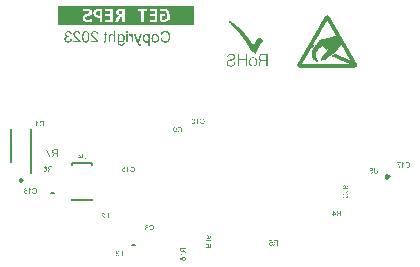
<source format=gbo>
G04*
G04 #@! TF.GenerationSoftware,Altium Limited,Altium Designer,19.1.5 (86)*
G04*
G04 Layer_Color=32896*
%FSLAX25Y25*%
%MOIN*%
G70*
G01*
G75*
%ADD10C,0.00787*%
%ADD13C,0.01000*%
%ADD16C,0.00500*%
%ADD57C,0.00984*%
G36*
X110334Y91646D02*
X110560D01*
Y91589D01*
X110673D01*
Y91532D01*
X110730D01*
Y91476D01*
X110787D01*
Y91419D01*
X110843D01*
Y91363D01*
X110900D01*
Y91306D01*
Y91250D01*
X110957D01*
Y91193D01*
X111013D01*
Y91136D01*
Y91080D01*
X111070D01*
Y91023D01*
Y90966D01*
X111126D01*
Y90910D01*
X111183D01*
Y90853D01*
Y90797D01*
X111240D01*
Y90740D01*
Y90683D01*
X111296D01*
Y90627D01*
Y90570D01*
X111353D01*
Y90513D01*
X111409D01*
Y90457D01*
Y90400D01*
X111466D01*
Y90344D01*
Y90287D01*
X111523D01*
Y90230D01*
Y90174D01*
X111579D01*
Y90117D01*
X111636D01*
Y90061D01*
Y90004D01*
X111693D01*
Y89947D01*
Y89891D01*
X111749D01*
Y89834D01*
X111806D01*
Y89777D01*
Y89721D01*
X111862D01*
Y89664D01*
Y89608D01*
X111919D01*
Y89551D01*
Y89494D01*
X111976D01*
Y89438D01*
X112032D01*
Y89381D01*
Y89324D01*
X112089D01*
Y89268D01*
Y89211D01*
X112145D01*
Y89155D01*
Y89098D01*
X112202D01*
Y89042D01*
X112259D01*
Y88985D01*
Y88928D01*
X112315D01*
Y88872D01*
Y88815D01*
X112372D01*
Y88758D01*
X112429D01*
Y88702D01*
Y88645D01*
X112485D01*
Y88589D01*
Y88532D01*
X112542D01*
Y88475D01*
Y88419D01*
X112598D01*
Y88362D01*
X112655D01*
Y88305D01*
Y88249D01*
X112712D01*
Y88192D01*
Y88136D01*
X112768D01*
Y88079D01*
Y88022D01*
X112825D01*
Y87966D01*
X112882D01*
Y87909D01*
Y87853D01*
X112938D01*
Y87796D01*
Y87739D01*
X112995D01*
Y87683D01*
Y87626D01*
X113051D01*
Y87569D01*
X113108D01*
Y87513D01*
Y87456D01*
X113165D01*
Y87400D01*
Y87343D01*
X113221D01*
Y87286D01*
X113278D01*
Y87230D01*
Y87173D01*
X113334D01*
Y87117D01*
Y87060D01*
X113391D01*
Y87003D01*
Y86947D01*
X113448D01*
Y86890D01*
X113504D01*
Y86834D01*
Y86777D01*
X113561D01*
Y86720D01*
Y86664D01*
X113618D01*
Y86607D01*
Y86550D01*
X113674D01*
Y86494D01*
X113731D01*
Y86437D01*
Y86381D01*
X113787D01*
Y86324D01*
Y86267D01*
X113844D01*
Y86211D01*
Y86154D01*
X113901D01*
Y86098D01*
X113957D01*
Y86041D01*
Y85984D01*
X114014D01*
Y85928D01*
Y85871D01*
X114070D01*
Y85814D01*
X114127D01*
Y85758D01*
Y85701D01*
X114184D01*
Y85645D01*
Y85588D01*
X114240D01*
Y85531D01*
Y85475D01*
X114297D01*
Y85418D01*
X114354D01*
Y85361D01*
Y85305D01*
X114410D01*
Y85248D01*
Y85192D01*
X114467D01*
Y85135D01*
Y85078D01*
X114523D01*
Y85022D01*
X114580D01*
Y84965D01*
Y84909D01*
X114637D01*
Y84852D01*
Y84795D01*
X114693D01*
Y84739D01*
Y84682D01*
X114750D01*
Y84626D01*
X114806D01*
Y84569D01*
Y84512D01*
X114863D01*
Y84456D01*
Y84399D01*
X114920D01*
Y84342D01*
X114976D01*
Y84286D01*
Y84229D01*
X115033D01*
Y84173D01*
Y84116D01*
X115089D01*
Y84059D01*
Y84003D01*
X115146D01*
Y83946D01*
X115203D01*
Y83890D01*
Y83833D01*
X115259D01*
Y83776D01*
Y83720D01*
X115316D01*
Y83663D01*
Y83606D01*
X115373D01*
Y83550D01*
X115429D01*
Y83493D01*
Y83437D01*
X115486D01*
Y83380D01*
Y83323D01*
X115542D01*
Y83267D01*
X115599D01*
Y83210D01*
Y83153D01*
X115656D01*
Y83097D01*
Y83040D01*
X115712D01*
Y82984D01*
Y82927D01*
X115769D01*
Y82870D01*
X115825D01*
Y82814D01*
Y82757D01*
X115882D01*
Y82701D01*
Y82644D01*
X115939D01*
Y82587D01*
Y82531D01*
X115995D01*
Y82474D01*
X116052D01*
Y82418D01*
Y82361D01*
X116109D01*
Y82304D01*
Y82248D01*
X116165D01*
Y82191D01*
Y82134D01*
X116222D01*
Y82078D01*
X116278D01*
Y82021D01*
Y81965D01*
X116335D01*
Y81908D01*
Y81851D01*
X116392D01*
Y81795D01*
X116448D01*
Y81738D01*
Y81682D01*
X116505D01*
Y81625D01*
Y81568D01*
X116561D01*
Y81512D01*
Y81455D01*
X116618D01*
Y81398D01*
X116675D01*
Y81342D01*
Y81285D01*
X116731D01*
Y81229D01*
Y81172D01*
X116788D01*
Y81115D01*
Y81059D01*
X116845D01*
Y81002D01*
X116901D01*
Y80945D01*
Y80889D01*
X116958D01*
Y80832D01*
Y80776D01*
X117014D01*
Y80719D01*
Y80663D01*
X117071D01*
Y80606D01*
X117128D01*
Y80549D01*
Y80493D01*
X117184D01*
Y80436D01*
Y80379D01*
X117241D01*
Y80323D01*
X117297D01*
Y80266D01*
Y80209D01*
X117354D01*
Y80153D01*
Y80096D01*
X117411D01*
Y80040D01*
Y79983D01*
X117467D01*
Y79927D01*
X117524D01*
Y79870D01*
Y79813D01*
X117580D01*
Y79757D01*
Y79700D01*
X117637D01*
Y79643D01*
Y79587D01*
X117694D01*
Y79530D01*
X117750D01*
Y79474D01*
Y79417D01*
X117807D01*
Y79360D01*
Y79304D01*
X117864D01*
Y79247D01*
Y79190D01*
X117920D01*
Y79134D01*
X117977D01*
Y79077D01*
Y79021D01*
X118034D01*
Y78964D01*
Y78907D01*
X118090D01*
Y78851D01*
X118147D01*
Y78794D01*
Y78737D01*
X118203D01*
Y78681D01*
Y78624D01*
X118260D01*
Y78568D01*
Y78511D01*
X118316D01*
Y78455D01*
X118373D01*
Y78398D01*
Y78341D01*
X118430D01*
Y78285D01*
Y78228D01*
X118486D01*
Y78171D01*
Y78115D01*
X118543D01*
Y78058D01*
X118600D01*
Y78001D01*
Y77945D01*
X118656D01*
Y77888D01*
Y77832D01*
X118713D01*
Y77775D01*
X118770D01*
Y77719D01*
Y77662D01*
X118826D01*
Y77605D01*
Y77549D01*
X118883D01*
Y77492D01*
Y77435D01*
X118939D01*
Y77379D01*
X118996D01*
Y77322D01*
Y77266D01*
X119053D01*
Y77209D01*
Y77152D01*
X119109D01*
Y77096D01*
Y77039D01*
X119166D01*
Y76982D01*
X119222D01*
Y76926D01*
Y76869D01*
X119279D01*
Y76813D01*
Y76756D01*
X119336D01*
Y76699D01*
Y76643D01*
X119392D01*
Y76586D01*
X119449D01*
Y76530D01*
Y76473D01*
X119506D01*
Y76416D01*
Y76360D01*
X119562D01*
Y76303D01*
X119619D01*
Y76247D01*
Y76190D01*
X119675D01*
Y76133D01*
Y76077D01*
X119732D01*
Y76020D01*
Y75963D01*
X119789D01*
Y75907D01*
X119845D01*
Y75850D01*
Y75794D01*
X119902D01*
Y75737D01*
Y75680D01*
X119958D01*
Y75624D01*
Y75567D01*
X120015D01*
Y75511D01*
Y75454D01*
X120072D01*
Y75397D01*
Y75341D01*
Y75284D01*
X120128D01*
Y75227D01*
Y75171D01*
Y75114D01*
Y75058D01*
Y75001D01*
Y74944D01*
X120072D01*
Y74888D01*
Y74831D01*
Y74774D01*
X120015D01*
Y74718D01*
Y74661D01*
X119958D01*
Y74605D01*
Y74548D01*
X119902D01*
Y74491D01*
X119845D01*
Y74435D01*
X119789D01*
Y74378D01*
X119675D01*
Y74322D01*
X119562D01*
Y74265D01*
X119392D01*
Y74208D01*
X100936D01*
Y74265D01*
X100766D01*
Y74322D01*
X100653D01*
Y74378D01*
X100539D01*
Y74435D01*
X100483D01*
Y74491D01*
X100426D01*
Y74548D01*
X100370D01*
Y74605D01*
Y74661D01*
X100313D01*
Y74718D01*
Y74774D01*
X100256D01*
Y74831D01*
Y74888D01*
Y74944D01*
X100200D01*
Y75001D01*
Y75058D01*
Y75114D01*
Y75171D01*
Y75227D01*
Y75284D01*
X100256D01*
Y75341D01*
Y75397D01*
Y75454D01*
X100313D01*
Y75511D01*
Y75567D01*
X100370D01*
Y75624D01*
Y75680D01*
X100426D01*
Y75737D01*
Y75794D01*
X100483D01*
Y75850D01*
Y75907D01*
X100539D01*
Y75963D01*
X100596D01*
Y76020D01*
Y76077D01*
X100653D01*
Y76133D01*
Y76190D01*
X100709D01*
Y76247D01*
Y76303D01*
X100766D01*
Y76360D01*
X100822D01*
Y76416D01*
Y76473D01*
X100879D01*
Y76530D01*
Y76586D01*
X100936D01*
Y76643D01*
X100992D01*
Y76699D01*
Y76756D01*
X101049D01*
Y76813D01*
Y76869D01*
X101106D01*
Y76926D01*
Y76982D01*
X101162D01*
Y77039D01*
X101219D01*
Y77096D01*
Y77152D01*
X101275D01*
Y77209D01*
Y77266D01*
X101332D01*
Y77322D01*
Y77379D01*
X101389D01*
Y77435D01*
X101445D01*
Y77492D01*
Y77549D01*
X101502D01*
Y77605D01*
Y77662D01*
X101558D01*
Y77719D01*
Y77775D01*
X101615D01*
Y77832D01*
X101672D01*
Y77888D01*
Y77945D01*
X101728D01*
Y78001D01*
Y78058D01*
X101785D01*
Y78115D01*
X101842D01*
Y78171D01*
Y78228D01*
X101898D01*
Y78285D01*
Y78341D01*
X101955D01*
Y78398D01*
Y78455D01*
X102011D01*
Y78511D01*
X102068D01*
Y78568D01*
Y78624D01*
X102125D01*
Y78681D01*
Y78737D01*
X102181D01*
Y78794D01*
Y78851D01*
X102238D01*
Y78907D01*
X102295D01*
Y78964D01*
Y79021D01*
X102351D01*
Y79077D01*
Y79134D01*
X102408D01*
Y79190D01*
Y79247D01*
X102464D01*
Y79304D01*
X102521D01*
Y79360D01*
Y79417D01*
X102578D01*
Y79474D01*
Y79530D01*
X102634D01*
Y79587D01*
X102691D01*
Y79643D01*
Y79700D01*
X102747D01*
Y79757D01*
Y79813D01*
X102804D01*
Y79870D01*
Y79927D01*
X102861D01*
Y79983D01*
X102917D01*
Y80040D01*
Y80096D01*
X102974D01*
Y80153D01*
Y80209D01*
X103031D01*
Y80266D01*
Y80323D01*
X103087D01*
Y80379D01*
X103144D01*
Y80436D01*
Y80493D01*
X103200D01*
Y80549D01*
Y80606D01*
X103257D01*
Y80663D01*
X103314D01*
Y80719D01*
Y80776D01*
X103370D01*
Y80832D01*
Y80889D01*
X103427D01*
Y80945D01*
Y81002D01*
X103483D01*
Y81059D01*
X103540D01*
Y81115D01*
Y81172D01*
X103597D01*
Y81229D01*
Y81285D01*
X103653D01*
Y81342D01*
Y81398D01*
X103710D01*
Y81455D01*
X103767D01*
Y81512D01*
Y81568D01*
X103823D01*
Y81625D01*
Y81682D01*
X103880D01*
Y81738D01*
Y81795D01*
X103936D01*
Y81851D01*
X103993D01*
Y81908D01*
Y81965D01*
X104050D01*
Y82021D01*
Y82078D01*
X104106D01*
Y82134D01*
X104163D01*
Y82191D01*
Y82248D01*
X104219D01*
Y82304D01*
Y82361D01*
X104276D01*
Y82418D01*
Y82474D01*
X104333D01*
Y82531D01*
X104389D01*
Y82587D01*
Y82644D01*
X104446D01*
Y82701D01*
Y82757D01*
X104502D01*
Y82814D01*
Y82870D01*
X104559D01*
Y82927D01*
X104616D01*
Y82984D01*
Y83040D01*
X104672D01*
Y83097D01*
Y83153D01*
X104729D01*
Y83210D01*
Y83267D01*
X104786D01*
Y83323D01*
X104842D01*
Y83380D01*
Y83437D01*
X104899D01*
Y83493D01*
Y83550D01*
X104955D01*
Y83606D01*
X105012D01*
Y83663D01*
Y83720D01*
X105069D01*
Y83776D01*
Y83833D01*
X105125D01*
Y83890D01*
Y83946D01*
X105182D01*
Y84003D01*
X105238D01*
Y84059D01*
Y84116D01*
X105295D01*
Y84173D01*
Y84229D01*
X105352D01*
Y84286D01*
Y84342D01*
X105408D01*
Y84399D01*
X105465D01*
Y84456D01*
Y84512D01*
X105522D01*
Y84569D01*
Y84626D01*
X105578D01*
Y84682D01*
X105635D01*
Y84739D01*
Y84795D01*
X105691D01*
Y84852D01*
Y84909D01*
X105748D01*
Y84965D01*
Y85022D01*
X105805D01*
Y85078D01*
X105861D01*
Y85135D01*
Y85192D01*
X105918D01*
Y85248D01*
Y85305D01*
X105974D01*
Y85361D01*
Y85418D01*
X106031D01*
Y85475D01*
X106088D01*
Y85531D01*
Y85588D01*
X106144D01*
Y85645D01*
Y85701D01*
X106201D01*
Y85758D01*
Y85814D01*
X106257D01*
Y85871D01*
X106314D01*
Y85928D01*
Y85984D01*
X106371D01*
Y86041D01*
Y86098D01*
X106427D01*
Y86154D01*
X106484D01*
Y86211D01*
Y86267D01*
X106541D01*
Y86324D01*
Y86381D01*
X106597D01*
Y86437D01*
Y86494D01*
X106654D01*
Y86550D01*
X106711D01*
Y86607D01*
Y86664D01*
X106767D01*
Y86720D01*
Y86777D01*
X106824D01*
Y86834D01*
Y86890D01*
X106880D01*
Y86947D01*
X106937D01*
Y87003D01*
Y87060D01*
X106994D01*
Y87117D01*
Y87173D01*
X107050D01*
Y87230D01*
Y87286D01*
X107107D01*
Y87343D01*
X107163D01*
Y87400D01*
Y87456D01*
X107220D01*
Y87513D01*
Y87569D01*
X107277D01*
Y87626D01*
X107333D01*
Y87683D01*
Y87739D01*
X107390D01*
Y87796D01*
Y87853D01*
X107447D01*
Y87909D01*
Y87966D01*
X107503D01*
Y88022D01*
X107560D01*
Y88079D01*
Y88136D01*
X107616D01*
Y88192D01*
Y88249D01*
X107673D01*
Y88305D01*
Y88362D01*
X107729D01*
Y88419D01*
X107786D01*
Y88475D01*
Y88532D01*
X107843D01*
Y88589D01*
Y88645D01*
X107899D01*
Y88702D01*
X107956D01*
Y88758D01*
Y88815D01*
X108013D01*
Y88872D01*
Y88928D01*
X108069D01*
Y88985D01*
Y89042D01*
X108126D01*
Y89098D01*
X108183D01*
Y89155D01*
Y89211D01*
X108239D01*
Y89268D01*
Y89324D01*
X108296D01*
Y89381D01*
Y89438D01*
X108352D01*
Y89494D01*
X108409D01*
Y89551D01*
Y89608D01*
X108466D01*
Y89664D01*
Y89721D01*
X108522D01*
Y89777D01*
Y89834D01*
X108579D01*
Y89891D01*
X108635D01*
Y89947D01*
Y90004D01*
X108692D01*
Y90061D01*
Y90117D01*
X108749D01*
Y90174D01*
X108805D01*
Y90230D01*
Y90287D01*
X108862D01*
Y90344D01*
Y90400D01*
X108918D01*
Y90457D01*
Y90513D01*
X108975D01*
Y90570D01*
X109032D01*
Y90627D01*
Y90683D01*
X109088D01*
Y90740D01*
Y90797D01*
X109145D01*
Y90853D01*
Y90910D01*
X109202D01*
Y90966D01*
X109258D01*
Y91023D01*
Y91080D01*
X109315D01*
Y91136D01*
Y91193D01*
X109371D01*
Y91250D01*
X109428D01*
Y91306D01*
Y91363D01*
X109485D01*
Y91419D01*
X109541D01*
Y91476D01*
X109598D01*
Y91532D01*
X109711D01*
Y91589D01*
X109768D01*
Y91646D01*
X109994D01*
Y91702D01*
X110334D01*
Y91646D01*
D02*
G37*
G36*
X65748Y94882D02*
Y88583D01*
X20544D01*
Y94882D01*
X65748D01*
D02*
G37*
G36*
X43700Y85926D02*
X43236D01*
Y86456D01*
X43700D01*
Y85926D01*
D02*
G37*
G36*
X24006Y86461D02*
X24153Y86434D01*
X24279Y86390D01*
X24388Y86346D01*
X24437Y86319D01*
X24475Y86297D01*
X24513Y86275D01*
X24541Y86253D01*
X24563Y86237D01*
X24579Y86226D01*
X24590Y86221D01*
X24595Y86215D01*
X24699Y86111D01*
X24781Y85997D01*
X24847Y85877D01*
X24901Y85757D01*
X24934Y85653D01*
X24950Y85609D01*
X24961Y85571D01*
X24967Y85538D01*
X24972Y85516D01*
X24978Y85500D01*
Y85495D01*
X24513Y85413D01*
X24492Y85533D01*
X24459Y85637D01*
X24421Y85724D01*
X24382Y85795D01*
X24344Y85849D01*
X24311Y85888D01*
X24290Y85915D01*
X24284Y85920D01*
X24213Y85975D01*
X24137Y86019D01*
X24066Y86046D01*
X23995Y86068D01*
X23929Y86079D01*
X23880Y86090D01*
X23836D01*
X23738Y86084D01*
X23651Y86062D01*
X23574Y86035D01*
X23509Y86008D01*
X23460Y85975D01*
X23421Y85948D01*
X23394Y85926D01*
X23389Y85920D01*
X23329Y85855D01*
X23285Y85784D01*
X23258Y85713D01*
X23236Y85647D01*
X23225Y85587D01*
X23214Y85544D01*
Y85511D01*
Y85505D01*
Y85500D01*
Y85440D01*
X23225Y85385D01*
X23252Y85293D01*
X23290Y85211D01*
X23334Y85140D01*
X23378Y85091D01*
X23416Y85052D01*
X23443Y85030D01*
X23449Y85025D01*
X23454D01*
X23547Y84976D01*
X23634Y84938D01*
X23727Y84910D01*
X23809Y84894D01*
X23880Y84883D01*
X23940Y84872D01*
X24011D01*
X24033Y84878D01*
X24060D01*
X24115Y84468D01*
X24044Y84484D01*
X23978Y84495D01*
X23924Y84506D01*
X23875Y84512D01*
X23836Y84517D01*
X23787D01*
X23673Y84506D01*
X23569Y84484D01*
X23476Y84452D01*
X23400Y84413D01*
X23339Y84375D01*
X23296Y84342D01*
X23268Y84321D01*
X23258Y84310D01*
X23187Y84228D01*
X23132Y84140D01*
X23094Y84053D01*
X23072Y83966D01*
X23056Y83895D01*
X23050Y83835D01*
X23045Y83813D01*
Y83797D01*
Y83785D01*
Y83780D01*
X23056Y83660D01*
X23083Y83551D01*
X23116Y83458D01*
X23159Y83376D01*
X23203Y83311D01*
X23236Y83261D01*
X23263Y83229D01*
X23274Y83218D01*
X23361Y83141D01*
X23454Y83087D01*
X23547Y83048D01*
X23634Y83021D01*
X23711Y83005D01*
X23771Y82999D01*
X23793Y82994D01*
X23825D01*
X23924Y82999D01*
X24017Y83021D01*
X24099Y83048D01*
X24164Y83081D01*
X24219Y83109D01*
X24262Y83136D01*
X24284Y83158D01*
X24295Y83163D01*
X24361Y83240D01*
X24415Y83327D01*
X24464Y83420D01*
X24502Y83518D01*
X24530Y83600D01*
X24541Y83638D01*
X24546Y83671D01*
X24552Y83698D01*
X24557Y83720D01*
X24563Y83731D01*
Y83736D01*
X25027Y83676D01*
X25016Y83589D01*
X24999Y83507D01*
X24950Y83354D01*
X24890Y83223D01*
X24857Y83169D01*
X24825Y83114D01*
X24792Y83065D01*
X24759Y83027D01*
X24732Y82988D01*
X24704Y82961D01*
X24688Y82939D01*
X24672Y82923D01*
X24661Y82912D01*
X24655Y82907D01*
X24590Y82857D01*
X24524Y82808D01*
X24459Y82770D01*
X24388Y82737D01*
X24251Y82683D01*
X24120Y82650D01*
X24060Y82639D01*
X24006Y82628D01*
X23956Y82623D01*
X23913Y82617D01*
X23880Y82612D01*
X23831D01*
X23727Y82617D01*
X23634Y82628D01*
X23541Y82644D01*
X23454Y82666D01*
X23372Y82693D01*
X23301Y82721D01*
X23230Y82754D01*
X23170Y82786D01*
X23110Y82814D01*
X23061Y82846D01*
X23017Y82874D01*
X22985Y82901D01*
X22957Y82923D01*
X22936Y82939D01*
X22925Y82950D01*
X22919Y82956D01*
X22854Y83021D01*
X22799Y83092D01*
X22750Y83163D01*
X22706Y83234D01*
X22673Y83300D01*
X22641Y83371D01*
X22597Y83502D01*
X22586Y83562D01*
X22575Y83616D01*
X22564Y83665D01*
X22559Y83709D01*
X22553Y83742D01*
Y83769D01*
Y83785D01*
Y83791D01*
X22559Y83922D01*
X22581Y84042D01*
X22613Y84146D01*
X22646Y84233D01*
X22679Y84304D01*
X22712Y84359D01*
X22734Y84392D01*
X22739Y84403D01*
X22815Y84484D01*
X22897Y84555D01*
X22985Y84610D01*
X23072Y84654D01*
X23148Y84686D01*
X23209Y84708D01*
X23230Y84714D01*
X23247Y84719D01*
X23258Y84725D01*
X23263D01*
X23170Y84774D01*
X23094Y84823D01*
X23028Y84878D01*
X22974Y84927D01*
X22930Y84970D01*
X22897Y85009D01*
X22881Y85030D01*
X22875Y85041D01*
X22832Y85118D01*
X22799Y85194D01*
X22772Y85271D01*
X22755Y85342D01*
X22744Y85402D01*
X22739Y85445D01*
Y85478D01*
Y85489D01*
X22744Y85582D01*
X22761Y85675D01*
X22783Y85757D01*
X22810Y85828D01*
X22837Y85888D01*
X22859Y85937D01*
X22875Y85964D01*
X22881Y85975D01*
X22936Y86057D01*
X23001Y86128D01*
X23066Y86188D01*
X23132Y86243D01*
X23187Y86281D01*
X23236Y86313D01*
X23268Y86330D01*
X23274Y86335D01*
X23280D01*
X23378Y86379D01*
X23476Y86412D01*
X23574Y86439D01*
X23662Y86456D01*
X23733Y86466D01*
X23793Y86472D01*
X23929D01*
X24006Y86461D01*
D02*
G37*
G36*
X32693Y86466D02*
X32785Y86461D01*
X32873Y86445D01*
X32955Y86428D01*
X33031Y86406D01*
X33102Y86384D01*
X33167Y86357D01*
X33228Y86330D01*
X33282Y86303D01*
X33326Y86275D01*
X33364Y86253D01*
X33397Y86232D01*
X33424Y86215D01*
X33441Y86199D01*
X33451Y86193D01*
X33457Y86188D01*
X33511Y86133D01*
X33561Y86073D01*
X33610Y86008D01*
X33648Y85942D01*
X33713Y85811D01*
X33757Y85680D01*
X33774Y85620D01*
X33790Y85560D01*
X33801Y85511D01*
X33812Y85467D01*
X33817Y85429D01*
Y85402D01*
X33823Y85385D01*
Y85380D01*
X33348Y85331D01*
X33337Y85456D01*
X33315Y85566D01*
X33282Y85664D01*
X33244Y85740D01*
X33211Y85806D01*
X33178Y85849D01*
X33157Y85877D01*
X33146Y85888D01*
X33064Y85953D01*
X32976Y86002D01*
X32884Y86041D01*
X32802Y86062D01*
X32725Y86079D01*
X32660Y86084D01*
X32638Y86090D01*
X32605D01*
X32491Y86084D01*
X32387Y86062D01*
X32299Y86030D01*
X32223Y85997D01*
X32163Y85959D01*
X32125Y85931D01*
X32097Y85909D01*
X32086Y85899D01*
X32021Y85822D01*
X31972Y85746D01*
X31934Y85669D01*
X31912Y85593D01*
X31895Y85533D01*
X31890Y85478D01*
X31884Y85445D01*
Y85440D01*
Y85435D01*
X31895Y85336D01*
X31917Y85232D01*
X31955Y85140D01*
X31994Y85052D01*
X32037Y84981D01*
X32076Y84921D01*
X32086Y84899D01*
X32097Y84883D01*
X32108Y84878D01*
Y84872D01*
X32152Y84812D01*
X32207Y84752D01*
X32267Y84686D01*
X32332Y84621D01*
X32469Y84490D01*
X32605Y84359D01*
X32676Y84299D01*
X32736Y84244D01*
X32796Y84195D01*
X32845Y84151D01*
X32884Y84119D01*
X32916Y84091D01*
X32938Y84075D01*
X32944Y84070D01*
X33080Y83955D01*
X33206Y83846D01*
X33310Y83747D01*
X33391Y83665D01*
X33462Y83594D01*
X33511Y83545D01*
X33539Y83513D01*
X33550Y83507D01*
Y83502D01*
X33626Y83409D01*
X33686Y83321D01*
X33741Y83234D01*
X33784Y83158D01*
X33817Y83092D01*
X33839Y83043D01*
X33850Y83010D01*
X33856Y83005D01*
Y82999D01*
X33877Y82939D01*
X33888Y82885D01*
X33899Y82830D01*
X33905Y82781D01*
X33910Y82737D01*
Y82705D01*
Y82683D01*
Y82677D01*
X31404D01*
Y83125D01*
X33266D01*
X33200Y83218D01*
X33167Y83256D01*
X33140Y83294D01*
X33113Y83327D01*
X33091Y83349D01*
X33075Y83365D01*
X33069Y83371D01*
X33042Y83398D01*
X33009Y83425D01*
X32933Y83496D01*
X32845Y83578D01*
X32753Y83660D01*
X32665Y83731D01*
X32627Y83764D01*
X32594Y83797D01*
X32567Y83818D01*
X32545Y83835D01*
X32534Y83846D01*
X32529Y83851D01*
X32441Y83928D01*
X32354Y83999D01*
X32278Y84070D01*
X32207Y84130D01*
X32141Y84190D01*
X32086Y84244D01*
X32032Y84293D01*
X31988Y84337D01*
X31945Y84381D01*
X31912Y84413D01*
X31884Y84441D01*
X31857Y84468D01*
X31830Y84501D01*
X31819Y84512D01*
X31743Y84605D01*
X31677Y84686D01*
X31622Y84768D01*
X31579Y84834D01*
X31546Y84894D01*
X31524Y84938D01*
X31513Y84965D01*
X31508Y84976D01*
X31475Y85058D01*
X31453Y85140D01*
X31431Y85216D01*
X31420Y85282D01*
X31415Y85342D01*
X31409Y85385D01*
Y85413D01*
Y85424D01*
X31415Y85505D01*
X31426Y85582D01*
X31437Y85658D01*
X31459Y85724D01*
X31513Y85855D01*
X31568Y85959D01*
X31600Y86008D01*
X31628Y86046D01*
X31655Y86084D01*
X31682Y86111D01*
X31704Y86133D01*
X31715Y86155D01*
X31726Y86161D01*
X31732Y86166D01*
X31792Y86221D01*
X31857Y86270D01*
X31928Y86308D01*
X31999Y86341D01*
X32141Y86395D01*
X32283Y86434D01*
X32343Y86445D01*
X32403Y86456D01*
X32458Y86461D01*
X32501Y86466D01*
X32540Y86472D01*
X32594D01*
X32693Y86466D01*
D02*
G37*
G36*
X26818Y86466D02*
X26910Y86461D01*
X26998Y86445D01*
X27080Y86428D01*
X27156Y86406D01*
X27227Y86384D01*
X27293Y86357D01*
X27353Y86330D01*
X27407Y86303D01*
X27451Y86275D01*
X27489Y86253D01*
X27522Y86232D01*
X27549Y86215D01*
X27566Y86199D01*
X27577Y86193D01*
X27582Y86188D01*
X27637Y86133D01*
X27686Y86073D01*
X27735Y86008D01*
X27773Y85942D01*
X27839Y85811D01*
X27882Y85680D01*
X27899Y85620D01*
X27915Y85560D01*
X27926Y85511D01*
X27937Y85467D01*
X27942Y85429D01*
Y85402D01*
X27948Y85385D01*
Y85380D01*
X27473Y85331D01*
X27462Y85456D01*
X27440Y85566D01*
X27407Y85664D01*
X27369Y85740D01*
X27336Y85806D01*
X27303Y85849D01*
X27282Y85877D01*
X27271Y85888D01*
X27189Y85953D01*
X27101Y86002D01*
X27009Y86041D01*
X26927Y86062D01*
X26850Y86079D01*
X26785Y86084D01*
X26763Y86090D01*
X26730D01*
X26616Y86084D01*
X26512Y86062D01*
X26424Y86030D01*
X26348Y85997D01*
X26288Y85959D01*
X26250Y85931D01*
X26222Y85909D01*
X26212Y85899D01*
X26146Y85822D01*
X26097Y85746D01*
X26059Y85669D01*
X26037Y85593D01*
X26020Y85533D01*
X26015Y85478D01*
X26010Y85445D01*
Y85440D01*
Y85435D01*
X26020Y85336D01*
X26042Y85232D01*
X26080Y85140D01*
X26119Y85052D01*
X26162Y84981D01*
X26201Y84921D01*
X26212Y84899D01*
X26222Y84883D01*
X26233Y84878D01*
Y84872D01*
X26277Y84812D01*
X26332Y84752D01*
X26392Y84686D01*
X26457Y84621D01*
X26594Y84490D01*
X26730Y84359D01*
X26801Y84299D01*
X26861Y84244D01*
X26921Y84195D01*
X26970Y84151D01*
X27009Y84119D01*
X27041Y84091D01*
X27063Y84075D01*
X27069Y84070D01*
X27205Y83955D01*
X27331Y83846D01*
X27435Y83747D01*
X27516Y83665D01*
X27587Y83594D01*
X27637Y83545D01*
X27664Y83513D01*
X27675Y83507D01*
Y83502D01*
X27751Y83409D01*
X27811Y83321D01*
X27866Y83234D01*
X27909Y83158D01*
X27942Y83092D01*
X27964Y83043D01*
X27975Y83010D01*
X27981Y83005D01*
Y82999D01*
X28002Y82939D01*
X28013Y82885D01*
X28024Y82830D01*
X28030Y82781D01*
X28035Y82737D01*
Y82705D01*
Y82683D01*
Y82677D01*
X25529D01*
Y83125D01*
X27391D01*
X27325Y83218D01*
X27293Y83256D01*
X27265Y83294D01*
X27238Y83327D01*
X27216Y83349D01*
X27200Y83365D01*
X27194Y83371D01*
X27167Y83398D01*
X27134Y83425D01*
X27058Y83496D01*
X26970Y83578D01*
X26878Y83660D01*
X26790Y83731D01*
X26752Y83764D01*
X26719Y83797D01*
X26692Y83818D01*
X26670Y83835D01*
X26659Y83846D01*
X26654Y83851D01*
X26566Y83928D01*
X26479Y83999D01*
X26403Y84070D01*
X26332Y84130D01*
X26266Y84190D01*
X26212Y84244D01*
X26157Y84293D01*
X26113Y84337D01*
X26070Y84381D01*
X26037Y84413D01*
X26010Y84441D01*
X25982Y84468D01*
X25955Y84501D01*
X25944Y84512D01*
X25868Y84605D01*
X25802Y84686D01*
X25747Y84768D01*
X25704Y84834D01*
X25671Y84894D01*
X25649Y84938D01*
X25638Y84965D01*
X25633Y84976D01*
X25600Y85058D01*
X25578Y85140D01*
X25556Y85216D01*
X25545Y85282D01*
X25540Y85342D01*
X25534Y85385D01*
Y85413D01*
Y85423D01*
X25540Y85505D01*
X25551Y85582D01*
X25562Y85658D01*
X25584Y85724D01*
X25638Y85855D01*
X25693Y85959D01*
X25725Y86008D01*
X25753Y86046D01*
X25780Y86084D01*
X25807Y86111D01*
X25829Y86133D01*
X25840Y86155D01*
X25851Y86161D01*
X25857Y86166D01*
X25917Y86221D01*
X25982Y86270D01*
X26053Y86308D01*
X26124Y86341D01*
X26266Y86395D01*
X26408Y86434D01*
X26468Y86445D01*
X26528Y86456D01*
X26583Y86461D01*
X26626Y86466D01*
X26665Y86472D01*
X26719D01*
X26818Y86466D01*
D02*
G37*
G36*
X39588Y82677D02*
X39124D01*
Y84173D01*
X39119Y84288D01*
X39114Y84386D01*
X39103Y84474D01*
X39086Y84544D01*
X39070Y84599D01*
X39059Y84643D01*
X39053Y84665D01*
X39048Y84676D01*
X39015Y84741D01*
X38977Y84801D01*
X38933Y84850D01*
X38890Y84894D01*
X38851Y84927D01*
X38819Y84948D01*
X38797Y84965D01*
X38791Y84970D01*
X38720Y85009D01*
X38655Y85036D01*
X38589Y85052D01*
X38535Y85069D01*
X38480Y85074D01*
X38442Y85080D01*
X38409D01*
X38311Y85074D01*
X38223Y85052D01*
X38153Y85030D01*
X38092Y84998D01*
X38043Y84970D01*
X38010Y84943D01*
X37989Y84921D01*
X37983Y84916D01*
X37934Y84850D01*
X37896Y84768D01*
X37869Y84686D01*
X37847Y84605D01*
X37836Y84528D01*
X37830Y84468D01*
Y84446D01*
Y84430D01*
Y84419D01*
Y84413D01*
Y82677D01*
X37366D01*
Y84408D01*
X37372Y84550D01*
X37383Y84676D01*
X37399Y84779D01*
X37415Y84867D01*
X37432Y84938D01*
X37448Y84987D01*
X37459Y85014D01*
X37464Y85025D01*
X37508Y85101D01*
X37557Y85167D01*
X37612Y85221D01*
X37661Y85271D01*
X37710Y85309D01*
X37749Y85336D01*
X37776Y85353D01*
X37787Y85358D01*
X37874Y85396D01*
X37961Y85429D01*
X38049Y85451D01*
X38131Y85462D01*
X38202Y85473D01*
X38262Y85478D01*
X38311D01*
X38398Y85473D01*
X38486Y85462D01*
X38568Y85445D01*
X38644Y85418D01*
X38786Y85358D01*
X38846Y85325D01*
X38901Y85293D01*
X38950Y85254D01*
X38999Y85221D01*
X39037Y85189D01*
X39064Y85162D01*
X39092Y85134D01*
X39108Y85118D01*
X39119Y85107D01*
X39124Y85101D01*
Y86456D01*
X39588D01*
Y82677D01*
D02*
G37*
G36*
X41652Y85473D02*
X41772Y85451D01*
X41882Y85418D01*
X41974Y85385D01*
X42051Y85353D01*
X42105Y85320D01*
X42127Y85309D01*
X42144Y85298D01*
X42149Y85293D01*
X42155D01*
X42248Y85221D01*
X42329Y85134D01*
X42400Y85052D01*
X42460Y84970D01*
X42504Y84894D01*
X42537Y84834D01*
X42548Y84812D01*
X42559Y84796D01*
X42564Y84785D01*
Y84779D01*
X42613Y84654D01*
X42646Y84528D01*
X42673Y84408D01*
X42690Y84299D01*
X42701Y84201D01*
Y84162D01*
X42706Y84124D01*
Y84097D01*
Y84075D01*
Y84064D01*
Y84059D01*
X42701Y83955D01*
X42695Y83851D01*
X42657Y83665D01*
X42635Y83578D01*
X42608Y83502D01*
X42581Y83425D01*
X42553Y83360D01*
X42526Y83294D01*
X42499Y83240D01*
X42471Y83196D01*
X42450Y83152D01*
X42428Y83125D01*
X42411Y83098D01*
X42406Y83087D01*
X42400Y83081D01*
X42340Y83010D01*
X42275Y82950D01*
X42204Y82896D01*
X42133Y82846D01*
X42056Y82808D01*
X41985Y82775D01*
X41914Y82748D01*
X41844Y82726D01*
X41778Y82710D01*
X41718Y82699D01*
X41663Y82688D01*
X41614Y82683D01*
X41576D01*
X41549Y82677D01*
X41521D01*
X41439Y82683D01*
X41357Y82694D01*
X41281Y82710D01*
X41210Y82732D01*
X41085Y82792D01*
X40970Y82857D01*
X40926Y82890D01*
X40883Y82923D01*
X40844Y82956D01*
X40817Y82983D01*
X40795Y83005D01*
X40779Y83021D01*
X40768Y83032D01*
X40762Y83038D01*
Y82956D01*
Y82885D01*
X40768Y82814D01*
Y82754D01*
Y82699D01*
X40773Y82650D01*
Y82606D01*
X40779Y82568D01*
X40784Y82513D01*
X40790Y82470D01*
X40795Y82448D01*
Y82442D01*
X40822Y82361D01*
X40861Y82289D01*
X40899Y82229D01*
X40937Y82175D01*
X40975Y82137D01*
X41008Y82104D01*
X41030Y82087D01*
X41035Y82082D01*
X41106Y82038D01*
X41188Y82006D01*
X41270Y81984D01*
X41347Y81967D01*
X41423Y81956D01*
X41478Y81951D01*
X41532D01*
X41636Y81956D01*
X41734Y81973D01*
X41816Y81995D01*
X41882Y82022D01*
X41936Y82044D01*
X41974Y82066D01*
X41996Y82082D01*
X42007Y82087D01*
X42051Y82126D01*
X42084Y82175D01*
X42111Y82224D01*
X42133Y82273D01*
X42144Y82322D01*
X42155Y82361D01*
X42160Y82382D01*
Y82393D01*
X42613Y82453D01*
Y82371D01*
X42602Y82300D01*
X42592Y82229D01*
X42575Y82164D01*
X42526Y82049D01*
X42471Y81956D01*
X42417Y81885D01*
X42373Y81836D01*
X42335Y81804D01*
X42329Y81798D01*
X42324Y81793D01*
X42204Y81716D01*
X42073Y81662D01*
X41942Y81623D01*
X41816Y81596D01*
X41756Y81585D01*
X41701Y81580D01*
X41658Y81574D01*
X41614D01*
X41581Y81569D01*
X41532D01*
X41385Y81574D01*
X41248Y81596D01*
X41128Y81618D01*
X41030Y81651D01*
X40948Y81678D01*
X40915Y81689D01*
X40888Y81705D01*
X40866Y81711D01*
X40850Y81722D01*
X40844Y81727D01*
X40839D01*
X40740Y81787D01*
X40653Y81858D01*
X40582Y81929D01*
X40522Y81995D01*
X40479Y82055D01*
X40451Y82104D01*
X40429Y82137D01*
X40424Y82142D01*
Y82148D01*
X40402Y82202D01*
X40380Y82262D01*
X40364Y82328D01*
X40347Y82399D01*
X40326Y82552D01*
X40309Y82699D01*
X40304Y82770D01*
X40298Y82836D01*
Y82896D01*
X40293Y82945D01*
Y82988D01*
Y83021D01*
Y83043D01*
Y83048D01*
Y85418D01*
X40719D01*
Y85080D01*
X40779Y85150D01*
X40844Y85211D01*
X40910Y85265D01*
X40975Y85309D01*
X41046Y85347D01*
X41112Y85380D01*
X41177Y85407D01*
X41237Y85429D01*
X41298Y85445D01*
X41352Y85456D01*
X41401Y85467D01*
X41439Y85473D01*
X41472Y85478D01*
X41521D01*
X41652Y85473D01*
D02*
G37*
G36*
X47331Y82677D02*
X47353Y82628D01*
X47363Y82590D01*
X47374Y82568D01*
Y82563D01*
X47407Y82470D01*
X47440Y82393D01*
X47462Y82328D01*
X47484Y82284D01*
X47495Y82251D01*
X47506Y82229D01*
X47516Y82218D01*
Y82213D01*
X47560Y82153D01*
X47609Y82109D01*
X47631Y82093D01*
X47647Y82082D01*
X47658Y82071D01*
X47664D01*
X47702Y82055D01*
X47740Y82038D01*
X47822Y82022D01*
X47855D01*
X47882Y82016D01*
X47910D01*
X47997Y82022D01*
X48084Y82038D01*
X48117Y82049D01*
X48144Y82055D01*
X48166Y82060D01*
X48172D01*
X48123Y81629D01*
X48062Y81607D01*
X48008Y81596D01*
X47959Y81585D01*
X47915Y81574D01*
X47877D01*
X47850Y81569D01*
X47828D01*
X47746Y81574D01*
X47675Y81585D01*
X47609Y81602D01*
X47555Y81623D01*
X47506Y81645D01*
X47473Y81662D01*
X47451Y81673D01*
X47445Y81678D01*
X47385Y81722D01*
X47336Y81776D01*
X47287Y81831D01*
X47243Y81885D01*
X47211Y81935D01*
X47183Y81973D01*
X47167Y82000D01*
X47161Y82011D01*
X47145Y82049D01*
X47123Y82087D01*
X47080Y82180D01*
X47036Y82284D01*
X46998Y82388D01*
X46959Y82481D01*
X46943Y82524D01*
X46927Y82563D01*
X46916Y82590D01*
X46905Y82612D01*
X46899Y82628D01*
Y82634D01*
X45857Y85418D01*
X46321D01*
X46910Y83818D01*
X46954Y83704D01*
X46987Y83594D01*
X47025Y83485D01*
X47052Y83392D01*
X47074Y83311D01*
X47085Y83278D01*
X47091Y83250D01*
X47096Y83229D01*
X47101Y83212D01*
X47107Y83201D01*
Y83196D01*
X47140Y83321D01*
X47172Y83436D01*
X47205Y83545D01*
X47238Y83638D01*
X47265Y83715D01*
X47276Y83747D01*
X47287Y83775D01*
X47293Y83802D01*
X47298Y83818D01*
X47304Y83824D01*
Y83829D01*
X47877Y85418D01*
X48368D01*
X47331Y82677D01*
D02*
G37*
G36*
X36575Y86095D02*
Y85418D01*
X36919D01*
Y85058D01*
X36575D01*
Y83474D01*
Y83398D01*
Y83332D01*
X36569Y83272D01*
X36564Y83212D01*
Y83163D01*
X36558Y83119D01*
X36547Y83048D01*
X36536Y82994D01*
X36531Y82956D01*
X36520Y82934D01*
Y82928D01*
X36498Y82879D01*
X36465Y82841D01*
X36433Y82803D01*
X36405Y82775D01*
X36373Y82748D01*
X36351Y82732D01*
X36334Y82721D01*
X36329Y82715D01*
X36269Y82688D01*
X36209Y82672D01*
X36143Y82655D01*
X36078Y82650D01*
X36023Y82644D01*
X35979Y82639D01*
X35936D01*
X35816Y82644D01*
X35756Y82650D01*
X35701Y82661D01*
X35652Y82666D01*
X35614Y82672D01*
X35592Y82677D01*
X35581D01*
X35641Y83087D01*
X35685Y83081D01*
X35728Y83076D01*
X35767D01*
X35794Y83070D01*
X35848D01*
X35919Y83076D01*
X35969Y83087D01*
X35996Y83098D01*
X36007Y83103D01*
X36045Y83130D01*
X36067Y83158D01*
X36083Y83179D01*
X36089Y83190D01*
X36094Y83218D01*
X36099Y83256D01*
X36105Y83343D01*
X36110Y83381D01*
Y83414D01*
Y83436D01*
Y83447D01*
Y85058D01*
X35641D01*
Y85418D01*
X36110D01*
Y86374D01*
X36575Y86095D01*
D02*
G37*
G36*
X56274Y86510D02*
X56449Y86483D01*
X56602Y86450D01*
X56673Y86428D01*
X56738Y86406D01*
X56798Y86384D01*
X56853Y86363D01*
X56897Y86346D01*
X56940Y86330D01*
X56968Y86313D01*
X56990Y86303D01*
X57006Y86297D01*
X57011Y86292D01*
X57159Y86199D01*
X57284Y86090D01*
X57393Y85980D01*
X57486Y85871D01*
X57557Y85773D01*
X57585Y85729D01*
X57607Y85691D01*
X57628Y85664D01*
X57639Y85642D01*
X57645Y85626D01*
X57650Y85620D01*
X57727Y85451D01*
X57781Y85276D01*
X57819Y85101D01*
X57847Y84943D01*
X57858Y84872D01*
X57863Y84801D01*
X57869Y84746D01*
Y84692D01*
X57874Y84654D01*
Y84621D01*
Y84599D01*
Y84594D01*
X57863Y84397D01*
X57841Y84206D01*
X57814Y84037D01*
X57792Y83955D01*
X57776Y83884D01*
X57759Y83818D01*
X57737Y83758D01*
X57721Y83704D01*
X57710Y83660D01*
X57694Y83627D01*
X57688Y83600D01*
X57678Y83583D01*
Y83578D01*
X57596Y83414D01*
X57503Y83267D01*
X57405Y83141D01*
X57355Y83092D01*
X57312Y83043D01*
X57268Y82999D01*
X57224Y82961D01*
X57186Y82928D01*
X57153Y82907D01*
X57131Y82885D01*
X57110Y82868D01*
X57099Y82863D01*
X57093Y82857D01*
X57017Y82814D01*
X56940Y82775D01*
X56777Y82715D01*
X56613Y82672D01*
X56454Y82644D01*
X56378Y82634D01*
X56313Y82623D01*
X56252Y82617D01*
X56203D01*
X56160Y82612D01*
X56099D01*
X55990Y82617D01*
X55887Y82628D01*
X55788Y82639D01*
X55695Y82661D01*
X55608Y82688D01*
X55526Y82715D01*
X55450Y82743D01*
X55379Y82775D01*
X55319Y82803D01*
X55259Y82830D01*
X55215Y82857D01*
X55171Y82885D01*
X55144Y82907D01*
X55117Y82917D01*
X55106Y82928D01*
X55100Y82934D01*
X55024Y82999D01*
X54958Y83065D01*
X54898Y83141D01*
X54838Y83218D01*
X54740Y83371D01*
X54663Y83523D01*
X54631Y83594D01*
X54603Y83660D01*
X54582Y83720D01*
X54565Y83769D01*
X54549Y83813D01*
X54538Y83846D01*
X54532Y83867D01*
Y83873D01*
X55035Y83999D01*
X55057Y83911D01*
X55084Y83829D01*
X55111Y83753D01*
X55139Y83682D01*
X55171Y83616D01*
X55204Y83562D01*
X55242Y83507D01*
X55275Y83458D01*
X55302Y83414D01*
X55335Y83381D01*
X55362Y83349D01*
X55384Y83321D01*
X55406Y83305D01*
X55423Y83289D01*
X55428Y83283D01*
X55433Y83278D01*
X55488Y83234D01*
X55548Y83201D01*
X55668Y83141D01*
X55783Y83098D01*
X55897Y83070D01*
X55996Y83048D01*
X56034Y83043D01*
X56072D01*
X56105Y83038D01*
X56143D01*
X56269Y83043D01*
X56389Y83065D01*
X56498Y83092D01*
X56596Y83125D01*
X56673Y83158D01*
X56706Y83174D01*
X56733Y83185D01*
X56755Y83196D01*
X56771Y83207D01*
X56782Y83212D01*
X56788D01*
X56891Y83289D01*
X56979Y83371D01*
X57055Y83463D01*
X57115Y83551D01*
X57164Y83627D01*
X57197Y83693D01*
X57208Y83720D01*
X57219Y83736D01*
X57224Y83747D01*
Y83753D01*
X57268Y83895D01*
X57301Y84037D01*
X57328Y84179D01*
X57344Y84310D01*
X57350Y84370D01*
X57355Y84424D01*
Y84474D01*
X57361Y84512D01*
Y84544D01*
Y84572D01*
Y84588D01*
Y84594D01*
X57355Y84736D01*
X57344Y84867D01*
X57323Y84987D01*
X57301Y85096D01*
X57284Y85189D01*
X57273Y85227D01*
X57262Y85260D01*
X57257Y85287D01*
X57252Y85303D01*
X57246Y85314D01*
Y85320D01*
X57191Y85445D01*
X57131Y85560D01*
X57066Y85653D01*
X56995Y85735D01*
X56935Y85800D01*
X56886Y85844D01*
X56848Y85871D01*
X56842Y85882D01*
X56837D01*
X56722Y85953D01*
X56596Y86008D01*
X56476Y86046D01*
X56362Y86068D01*
X56258Y86084D01*
X56214Y86090D01*
X56176D01*
X56149Y86095D01*
X56105D01*
X55968Y86090D01*
X55843Y86068D01*
X55739Y86035D01*
X55646Y86002D01*
X55575Y85964D01*
X55521Y85937D01*
X55488Y85915D01*
X55477Y85904D01*
X55390Y85822D01*
X55308Y85729D01*
X55242Y85631D01*
X55188Y85533D01*
X55144Y85445D01*
X55128Y85402D01*
X55117Y85369D01*
X55106Y85342D01*
X55095Y85320D01*
X55089Y85309D01*
Y85303D01*
X54598Y85418D01*
X54631Y85516D01*
X54663Y85604D01*
X54707Y85686D01*
X54745Y85768D01*
X54789Y85839D01*
X54838Y85904D01*
X54882Y85970D01*
X54926Y86024D01*
X54969Y86068D01*
X55007Y86111D01*
X55046Y86150D01*
X55073Y86177D01*
X55100Y86204D01*
X55122Y86221D01*
X55133Y86226D01*
X55139Y86232D01*
X55215Y86281D01*
X55291Y86330D01*
X55368Y86368D01*
X55450Y86401D01*
X55614Y86450D01*
X55761Y86483D01*
X55832Y86499D01*
X55892Y86505D01*
X55952Y86510D01*
X56001Y86515D01*
X56040Y86521D01*
X56094D01*
X56274Y86510D01*
D02*
G37*
G36*
X44513Y85473D02*
X44568Y85462D01*
X44623Y85445D01*
X44666Y85429D01*
X44699Y85413D01*
X44732Y85396D01*
X44748Y85385D01*
X44754Y85380D01*
X44803Y85336D01*
X44852Y85282D01*
X44901Y85216D01*
X44945Y85156D01*
X44988Y85096D01*
X45016Y85047D01*
X45038Y85009D01*
X45043Y85003D01*
Y85418D01*
X45463D01*
Y82677D01*
X44999D01*
Y84108D01*
X44994Y84217D01*
X44988Y84315D01*
X44978Y84408D01*
X44961Y84490D01*
X44945Y84555D01*
X44934Y84605D01*
X44928Y84637D01*
X44923Y84648D01*
X44901Y84708D01*
X44874Y84757D01*
X44846Y84801D01*
X44819Y84839D01*
X44792Y84867D01*
X44776Y84888D01*
X44759Y84899D01*
X44754Y84905D01*
X44710Y84938D01*
X44661Y84960D01*
X44612Y84976D01*
X44574Y84987D01*
X44535Y84992D01*
X44508Y84998D01*
X44481D01*
X44421Y84992D01*
X44361Y84981D01*
X44300Y84965D01*
X44251Y84948D01*
X44208Y84932D01*
X44175Y84916D01*
X44153Y84905D01*
X44148Y84899D01*
X43978Y85325D01*
X44071Y85374D01*
X44159Y85413D01*
X44235Y85440D01*
X44306Y85462D01*
X44366Y85473D01*
X44415Y85478D01*
X44453D01*
X44513Y85473D01*
D02*
G37*
G36*
X43700Y82677D02*
X43236D01*
Y85418D01*
X43700D01*
Y82677D01*
D02*
G37*
G36*
X52960Y85473D02*
X53047Y85467D01*
X53217Y85429D01*
X53364Y85380D01*
X53430Y85353D01*
X53490Y85325D01*
X53544Y85298D01*
X53588Y85271D01*
X53632Y85243D01*
X53664Y85221D01*
X53692Y85200D01*
X53714Y85183D01*
X53724Y85178D01*
X53730Y85172D01*
X53806Y85101D01*
X53866Y85019D01*
X53926Y84932D01*
X53970Y84845D01*
X54014Y84752D01*
X54047Y84654D01*
X54074Y84561D01*
X54096Y84474D01*
X54118Y84386D01*
X54128Y84310D01*
X54139Y84233D01*
X54145Y84173D01*
Y84119D01*
X54150Y84080D01*
Y84059D01*
Y84048D01*
X54145Y83922D01*
X54134Y83802D01*
X54118Y83693D01*
X54096Y83589D01*
X54068Y83496D01*
X54041Y83409D01*
X54008Y83327D01*
X53976Y83256D01*
X53943Y83190D01*
X53910Y83136D01*
X53883Y83092D01*
X53856Y83054D01*
X53834Y83021D01*
X53817Y82999D01*
X53806Y82988D01*
X53801Y82983D01*
X53730Y82917D01*
X53659Y82863D01*
X53583Y82814D01*
X53506Y82770D01*
X53430Y82737D01*
X53348Y82705D01*
X53200Y82661D01*
X53135Y82650D01*
X53069Y82639D01*
X53015Y82628D01*
X52965Y82623D01*
X52922Y82617D01*
X52867D01*
X52736Y82623D01*
X52616Y82644D01*
X52501Y82672D01*
X52409Y82699D01*
X52327Y82732D01*
X52294Y82743D01*
X52267Y82754D01*
X52239Y82765D01*
X52223Y82775D01*
X52218Y82781D01*
X52212D01*
X52103Y82852D01*
X52010Y82928D01*
X51928Y83005D01*
X51863Y83081D01*
X51813Y83147D01*
X51775Y83201D01*
X51764Y83223D01*
X51753Y83240D01*
X51748Y83245D01*
Y83250D01*
X51693Y83376D01*
X51655Y83513D01*
X51622Y83649D01*
X51606Y83786D01*
X51595Y83846D01*
Y83900D01*
X51590Y83955D01*
X51584Y83999D01*
Y84037D01*
Y84064D01*
Y84080D01*
Y84086D01*
X51590Y84206D01*
X51600Y84315D01*
X51617Y84419D01*
X51639Y84517D01*
X51666Y84610D01*
X51699Y84692D01*
X51731Y84774D01*
X51764Y84839D01*
X51797Y84899D01*
X51830Y84954D01*
X51863Y85003D01*
X51890Y85041D01*
X51912Y85069D01*
X51928Y85091D01*
X51939Y85101D01*
X51945Y85107D01*
X52015Y85172D01*
X52086Y85227D01*
X52163Y85282D01*
X52239Y85320D01*
X52316Y85358D01*
X52392Y85385D01*
X52540Y85435D01*
X52611Y85445D01*
X52671Y85456D01*
X52725Y85467D01*
X52774Y85473D01*
X52813Y85478D01*
X52867D01*
X52960Y85473D01*
D02*
G37*
G36*
X29820Y86461D02*
X29957Y86439D01*
X30072Y86401D01*
X30170Y86363D01*
X30252Y86319D01*
X30285Y86303D01*
X30312Y86281D01*
X30334Y86270D01*
X30350Y86259D01*
X30356Y86248D01*
X30361D01*
X30459Y86161D01*
X30541Y86057D01*
X30612Y85953D01*
X30667Y85855D01*
X30711Y85762D01*
X30732Y85724D01*
X30743Y85686D01*
X30754Y85658D01*
X30765Y85637D01*
X30771Y85626D01*
Y85620D01*
X30792Y85538D01*
X30814Y85456D01*
X30847Y85276D01*
X30874Y85096D01*
X30891Y84927D01*
X30896Y84845D01*
X30902Y84774D01*
Y84708D01*
X30907Y84648D01*
Y84605D01*
Y84566D01*
Y84544D01*
Y84539D01*
X30902Y84348D01*
X30891Y84168D01*
X30874Y84004D01*
X30847Y83851D01*
X30820Y83709D01*
X30787Y83583D01*
X30754Y83469D01*
X30721Y83371D01*
X30689Y83283D01*
X30650Y83207D01*
X30623Y83141D01*
X30596Y83092D01*
X30569Y83048D01*
X30552Y83021D01*
X30541Y83005D01*
X30536Y82999D01*
X30476Y82934D01*
X30410Y82874D01*
X30339Y82819D01*
X30268Y82775D01*
X30197Y82737D01*
X30126Y82705D01*
X30055Y82683D01*
X29990Y82661D01*
X29924Y82644D01*
X29864Y82634D01*
X29810Y82623D01*
X29766Y82617D01*
X29728Y82612D01*
X29673D01*
X29526Y82623D01*
X29389Y82644D01*
X29274Y82683D01*
X29176Y82721D01*
X29094Y82759D01*
X29067Y82781D01*
X29040Y82797D01*
X29018Y82808D01*
X29002Y82819D01*
X28996Y82830D01*
X28991D01*
X28892Y82923D01*
X28810Y83021D01*
X28740Y83130D01*
X28685Y83229D01*
X28641Y83321D01*
X28619Y83360D01*
X28608Y83398D01*
X28598Y83425D01*
X28587Y83447D01*
X28581Y83458D01*
Y83463D01*
X28554Y83545D01*
X28532Y83627D01*
X28499Y83802D01*
X28472Y83982D01*
X28455Y84157D01*
X28450Y84233D01*
X28445Y84304D01*
Y84370D01*
X28439Y84430D01*
Y84474D01*
Y84512D01*
Y84534D01*
Y84539D01*
Y84643D01*
X28445Y84741D01*
Y84828D01*
X28450Y84916D01*
X28461Y84992D01*
X28466Y85069D01*
X28472Y85134D01*
X28483Y85194D01*
X28488Y85249D01*
X28499Y85298D01*
X28505Y85336D01*
X28510Y85369D01*
X28516Y85396D01*
X28521Y85413D01*
X28526Y85423D01*
Y85429D01*
X28559Y85549D01*
X28598Y85658D01*
X28641Y85751D01*
X28674Y85833D01*
X28712Y85904D01*
X28734Y85953D01*
X28756Y85980D01*
X28761Y85991D01*
X28821Y86073D01*
X28881Y86144D01*
X28947Y86204D01*
X29007Y86259D01*
X29062Y86297D01*
X29105Y86324D01*
X29133Y86341D01*
X29138Y86346D01*
X29144D01*
X29231Y86390D01*
X29324Y86417D01*
X29411Y86439D01*
X29493Y86456D01*
X29564Y86466D01*
X29624Y86472D01*
X29673D01*
X29820Y86461D01*
D02*
G37*
G36*
X49924Y85473D02*
X50012Y85462D01*
X50088Y85445D01*
X50154Y85424D01*
X50208Y85402D01*
X50252Y85385D01*
X50274Y85374D01*
X50285Y85369D01*
X50350Y85325D01*
X50416Y85276D01*
X50470Y85227D01*
X50519Y85172D01*
X50563Y85129D01*
X50590Y85091D01*
X50612Y85069D01*
X50618Y85058D01*
Y85418D01*
X51038D01*
Y81629D01*
X50574D01*
Y82961D01*
X50530Y82907D01*
X50481Y82857D01*
X50427Y82814D01*
X50383Y82781D01*
X50339Y82748D01*
X50306Y82726D01*
X50279Y82715D01*
X50274Y82710D01*
X50203Y82677D01*
X50132Y82655D01*
X50061Y82639D01*
X49995Y82628D01*
X49941Y82623D01*
X49897Y82617D01*
X49859D01*
X49744Y82623D01*
X49629Y82644D01*
X49531Y82672D01*
X49438Y82705D01*
X49362Y82737D01*
X49307Y82765D01*
X49285Y82775D01*
X49269Y82786D01*
X49264Y82792D01*
X49258D01*
X49154Y82868D01*
X49067Y82950D01*
X48991Y83032D01*
X48930Y83114D01*
X48881Y83190D01*
X48843Y83250D01*
X48832Y83272D01*
X48821Y83289D01*
X48816Y83300D01*
Y83305D01*
X48767Y83436D01*
X48728Y83567D01*
X48701Y83693D01*
X48679Y83813D01*
X48669Y83911D01*
Y83955D01*
X48663Y83993D01*
Y84026D01*
Y84048D01*
Y84059D01*
Y84064D01*
X48669Y84206D01*
X48685Y84342D01*
X48707Y84463D01*
X48734Y84572D01*
X48761Y84659D01*
X48772Y84697D01*
X48783Y84730D01*
X48794Y84752D01*
X48799Y84768D01*
X48805Y84779D01*
Y84785D01*
X48860Y84899D01*
X48925Y85003D01*
X48991Y85091D01*
X49056Y85162D01*
X49116Y85216D01*
X49165Y85260D01*
X49198Y85282D01*
X49204Y85293D01*
X49209D01*
X49313Y85353D01*
X49417Y85402D01*
X49520Y85435D01*
X49619Y85456D01*
X49700Y85467D01*
X49739Y85473D01*
X49766Y85478D01*
X49826D01*
X49924Y85473D01*
D02*
G37*
G36*
X77785Y89829D02*
X77896Y89755D01*
X78007Y89718D01*
X78044Y89681D01*
X78155Y89607D01*
X78192Y89570D01*
X78229D01*
X78859Y89163D01*
X79488Y88718D01*
X80044Y88237D01*
X80562Y87792D01*
X81006Y87385D01*
X81340Y87052D01*
X81562Y86830D01*
X81599Y86793D01*
X81636Y86756D01*
X82265Y86089D01*
X82821Y85460D01*
X83302Y84904D01*
X83746Y84386D01*
X84080Y83941D01*
X84302Y83645D01*
X84487Y83423D01*
X84524Y83386D01*
Y83349D01*
X84709Y83053D01*
X84894Y82830D01*
X85154Y82423D01*
X85376Y82127D01*
X85487Y81942D01*
X85561Y81794D01*
X85598Y81757D01*
X85635Y81719D01*
Y81757D01*
X85672Y81831D01*
X85783Y82053D01*
X85894Y82238D01*
X85931Y82312D01*
Y82349D01*
X86153Y82830D01*
X86376Y83238D01*
X86487Y83423D01*
X86561Y83571D01*
X86598Y83645D01*
X86635Y83682D01*
X86857Y83904D01*
X87042Y84052D01*
X87190Y84127D01*
X87264Y84163D01*
X87450Y84201D01*
X87635Y84163D01*
X87783Y84089D01*
X87968Y84015D01*
X88116Y83904D01*
X88227Y83793D01*
X88301Y83756D01*
X88338Y83719D01*
X88560Y83534D01*
X88709Y83386D01*
X88820Y83275D01*
X88894Y83201D01*
X88968Y83127D01*
X88820D01*
X88671Y83053D01*
X88523Y82978D01*
X88375Y82830D01*
X88116Y82497D01*
X87820Y82090D01*
X87598Y81719D01*
X87413Y81349D01*
X87338Y81201D01*
X87301Y81127D01*
X87264Y81053D01*
Y81016D01*
X87079Y80646D01*
X86931Y80312D01*
X86820Y80016D01*
X86709Y79757D01*
X86598Y79535D01*
X86524Y79350D01*
X86413Y79090D01*
X86339Y78942D01*
X86302Y78868D01*
Y78831D01*
X84524Y80201D01*
X84302Y80720D01*
X84043Y81275D01*
X83746Y81794D01*
X83450Y82312D01*
X83154Y82756D01*
X82932Y83127D01*
X82821Y83275D01*
X82784Y83386D01*
X82710Y83423D01*
Y83460D01*
X82191Y84201D01*
X81673Y84904D01*
X81154Y85534D01*
X80673Y86089D01*
X80266Y86533D01*
X79969Y86904D01*
X79747Y87126D01*
X79673Y87163D01*
Y87200D01*
X79155Y87792D01*
X78896Y88052D01*
X78673Y88274D01*
X78488Y88496D01*
X78340Y88644D01*
X78229Y88718D01*
X78192Y88755D01*
X77933Y89014D01*
X77711Y89200D01*
X77562Y89311D01*
X77488Y89422D01*
X77414Y89459D01*
X77377Y89496D01*
Y89533D01*
X77414Y89570D01*
X77451Y89607D01*
X77488Y89644D01*
X77562Y89755D01*
X77600Y89829D01*
X77636Y89866D01*
X77785Y89829D01*
D02*
G37*
G36*
X83413Y74758D02*
X83006D01*
Y76720D01*
X80673D01*
Y74758D01*
X80303D01*
Y78868D01*
X80673D01*
Y77091D01*
X83006D01*
Y78868D01*
X83413D01*
Y74758D01*
D02*
G37*
G36*
X90301D02*
X89894D01*
Y76572D01*
X88375D01*
X88190Y76535D01*
X88116Y76498D01*
X88079Y76461D01*
X87968Y76276D01*
X87894Y76017D01*
X87857Y75795D01*
Y75758D01*
Y75721D01*
X87820Y75202D01*
Y75091D01*
Y75054D01*
X87783Y74980D01*
Y74943D01*
X87746Y74869D01*
Y74795D01*
Y74758D01*
X87301D01*
Y74795D01*
X87338Y74832D01*
X87375Y74906D01*
X87413Y74943D01*
Y74980D01*
Y75017D01*
X87450Y75054D01*
Y75165D01*
Y75202D01*
X87524Y75832D01*
X87561Y76165D01*
X87598Y76387D01*
X87635Y76498D01*
Y76535D01*
X87857Y76720D01*
X87968Y76758D01*
X88005D01*
X87820Y76869D01*
X87672Y76980D01*
X87561Y77091D01*
X87524Y77128D01*
X87413Y77350D01*
X87375Y77572D01*
X87338Y77720D01*
Y77794D01*
X87375Y78017D01*
X87413Y78165D01*
X87450Y78276D01*
X87486Y78313D01*
X87598Y78498D01*
X87709Y78609D01*
X87820Y78646D01*
X87857Y78683D01*
X87968Y78757D01*
X88079Y78794D01*
X88190Y78831D01*
X88227D01*
X88375Y78868D01*
X90301D01*
Y74758D01*
D02*
G37*
G36*
X85857Y77720D02*
X86190Y77609D01*
X86376Y77461D01*
X86450Y77424D01*
Y77387D01*
X86672Y77054D01*
X86783Y76646D01*
Y76498D01*
X86820Y76350D01*
Y76276D01*
Y76239D01*
Y75980D01*
X86746Y75721D01*
X86709Y75536D01*
X86635Y75387D01*
X86524Y75165D01*
X86450Y75091D01*
X86302Y74943D01*
X86153Y74869D01*
X85820Y74721D01*
X85672D01*
X85561Y74684D01*
X85450D01*
X85228Y74721D01*
X85043Y74758D01*
X84709Y74906D01*
X84524Y75017D01*
X84450Y75091D01*
X84228Y75462D01*
X84117Y75832D01*
X84080Y75980D01*
Y76128D01*
Y76202D01*
Y76239D01*
X84154Y76720D01*
X84265Y77091D01*
X84339Y77202D01*
X84376Y77313D01*
X84450Y77350D01*
Y77387D01*
X84598Y77535D01*
X84746Y77609D01*
X85080Y77757D01*
X85228D01*
X85339Y77794D01*
X85672D01*
X85857Y77720D01*
D02*
G37*
G36*
X78525Y78942D02*
X78859Y78831D01*
X79044Y78720D01*
X79081Y78683D01*
X79118D01*
X79340Y78424D01*
X79451Y78165D01*
X79488Y77943D01*
Y77905D01*
Y77868D01*
X79451Y77572D01*
X79377Y77350D01*
X79303Y77202D01*
X79266Y77165D01*
X79155Y77091D01*
X79044Y76980D01*
X78747Y76869D01*
X78488Y76794D01*
X78414Y76758D01*
X78377D01*
X77970Y76646D01*
X77600Y76535D01*
X77377Y76424D01*
X77229Y76350D01*
X77192Y76313D01*
X77081Y76165D01*
X77044Y75980D01*
X77007Y75869D01*
Y75795D01*
X77044Y75536D01*
X77155Y75350D01*
X77266Y75239D01*
X77303Y75202D01*
X77562Y75091D01*
X77785Y75017D01*
X77970Y74980D01*
X78044D01*
X78377Y75017D01*
X78673Y75128D01*
X78821Y75202D01*
X78896Y75239D01*
X79081Y75498D01*
X79155Y75758D01*
X79192Y75943D01*
Y75980D01*
Y76017D01*
X79562D01*
Y75980D01*
X79488Y75536D01*
X79377Y75239D01*
X79266Y75091D01*
X79192Y75017D01*
X78821Y74795D01*
X78451Y74684D01*
X78303D01*
X78155Y74647D01*
X78044D01*
X77600Y74684D01*
X77266Y74832D01*
X77081Y74943D01*
X77007Y74980D01*
X76785Y75239D01*
X76674Y75498D01*
X76637Y75721D01*
Y75795D01*
Y75832D01*
X76674Y76128D01*
X76785Y76350D01*
X76896Y76498D01*
X76933Y76572D01*
X77044Y76683D01*
X77229Y76758D01*
X77526Y76906D01*
X77711Y76943D01*
X77822Y76980D01*
X77896Y77017D01*
X77933D01*
X78414Y77165D01*
X78636Y77239D01*
X78785Y77313D01*
X78896Y77350D01*
X78933Y77387D01*
X79007Y77535D01*
X79044Y77683D01*
X79081Y77794D01*
Y77831D01*
X79044Y78091D01*
X78933Y78313D01*
X78859Y78424D01*
X78821Y78461D01*
X78636Y78572D01*
X78414Y78609D01*
X78229Y78646D01*
X78155D01*
X77822Y78609D01*
X77600Y78535D01*
X77451Y78424D01*
X77414Y78387D01*
X77229Y78165D01*
X77155Y77943D01*
X77118Y77794D01*
Y77757D01*
Y77720D01*
X76748D01*
X76822Y78128D01*
X76933Y78424D01*
X77044Y78572D01*
X77118Y78646D01*
X77451Y78831D01*
X77785Y78942D01*
X77933Y78979D01*
X78155D01*
X78525Y78942D01*
D02*
G37*
G36*
X10976Y34012D02*
X11004Y33972D01*
X11037Y33931D01*
X11068Y33895D01*
X11099Y33865D01*
X11121Y33839D01*
X11132Y33831D01*
X11139Y33824D01*
X11142Y33821D01*
X11144Y33819D01*
X11198Y33775D01*
X11252Y33734D01*
X11303Y33699D01*
X11354Y33671D01*
X11397Y33645D01*
X11415Y33635D01*
X11430Y33627D01*
X11443Y33620D01*
X11453Y33617D01*
X11458Y33612D01*
X11461D01*
Y33403D01*
X11422Y33418D01*
X11384Y33436D01*
X11346Y33454D01*
X11310Y33472D01*
X11280Y33487D01*
X11254Y33500D01*
X11239Y33510D01*
X11236Y33513D01*
X11234D01*
X11188Y33541D01*
X11147Y33569D01*
X11111Y33594D01*
X11083Y33617D01*
X11058Y33635D01*
X11042Y33650D01*
X11030Y33661D01*
X11027Y33663D01*
Y32283D01*
X10810D01*
Y34056D01*
X10951D01*
X10976Y34012D01*
D02*
G37*
G36*
X9681Y34053D02*
X9729Y34048D01*
X9775Y34038D01*
X9818Y34025D01*
X9857Y34007D01*
X9895Y33992D01*
X9928Y33972D01*
X9959Y33954D01*
X9984Y33936D01*
X10010Y33915D01*
X10030Y33900D01*
X10045Y33885D01*
X10058Y33870D01*
X10068Y33859D01*
X10073Y33854D01*
X10076Y33852D01*
X10109Y33806D01*
X10137Y33752D01*
X10163Y33696D01*
X10186Y33637D01*
X10203Y33576D01*
X10219Y33515D01*
X10232Y33451D01*
X10242Y33393D01*
X10249Y33334D01*
X10254Y33281D01*
X10260Y33232D01*
X10262Y33191D01*
Y33156D01*
X10265Y33130D01*
Y33120D01*
Y33112D01*
Y33110D01*
Y33107D01*
X10262Y33026D01*
X10257Y32949D01*
X10249Y32878D01*
X10237Y32811D01*
X10224Y32753D01*
X10211Y32699D01*
X10196Y32651D01*
X10178Y32607D01*
X10163Y32572D01*
X10147Y32539D01*
X10135Y32513D01*
X10119Y32490D01*
X10109Y32472D01*
X10101Y32462D01*
X10096Y32454D01*
X10094Y32452D01*
X10061Y32416D01*
X10025Y32386D01*
X9989Y32360D01*
X9954Y32337D01*
X9915Y32317D01*
X9880Y32301D01*
X9844Y32289D01*
X9808Y32278D01*
X9778Y32271D01*
X9747Y32263D01*
X9721Y32258D01*
X9698Y32255D01*
X9678D01*
X9665Y32253D01*
X9653D01*
X9594Y32255D01*
X9540Y32266D01*
X9492Y32276D01*
X9449Y32291D01*
X9415Y32304D01*
X9390Y32317D01*
X9380Y32319D01*
X9372Y32324D01*
X9370Y32327D01*
X9367D01*
X9324Y32357D01*
X9283Y32393D01*
X9250Y32429D01*
X9222Y32465D01*
X9199Y32498D01*
X9183Y32523D01*
X9178Y32533D01*
X9173Y32541D01*
X9171Y32544D01*
Y32546D01*
X9145Y32600D01*
X9127Y32656D01*
X9115Y32707D01*
X9107Y32755D01*
X9099Y32796D01*
Y32811D01*
X9097Y32827D01*
Y32839D01*
Y32847D01*
Y32852D01*
Y32855D01*
X9099Y32901D01*
X9104Y32944D01*
X9112Y32987D01*
X9120Y33026D01*
X9132Y33061D01*
X9145Y33097D01*
X9158Y33127D01*
X9173Y33156D01*
X9189Y33181D01*
X9201Y33204D01*
X9214Y33222D01*
X9227Y33240D01*
X9234Y33253D01*
X9242Y33260D01*
X9247Y33265D01*
X9250Y33268D01*
X9278Y33296D01*
X9308Y33321D01*
X9341Y33342D01*
X9372Y33360D01*
X9403Y33377D01*
X9433Y33390D01*
X9492Y33408D01*
X9517Y33416D01*
X9543Y33421D01*
X9563Y33423D01*
X9584Y33426D01*
X9599Y33428D01*
X9619D01*
X9665Y33426D01*
X9709Y33418D01*
X9749Y33411D01*
X9785Y33400D01*
X9816Y33388D01*
X9839Y33380D01*
X9854Y33372D01*
X9857Y33370D01*
X9859D01*
X9900Y33344D01*
X9936Y33316D01*
X9969Y33288D01*
X9994Y33258D01*
X10017Y33232D01*
X10035Y33212D01*
X10045Y33196D01*
X10048Y33194D01*
Y33240D01*
X10045Y33286D01*
X10043Y33326D01*
X10038Y33367D01*
X10035Y33403D01*
X10030Y33436D01*
X10025Y33467D01*
X10017Y33495D01*
X10012Y33520D01*
X10007Y33541D01*
X10002Y33558D01*
X9999Y33574D01*
X9994Y33584D01*
X9992Y33592D01*
X9989Y33597D01*
Y33599D01*
X9964Y33650D01*
X9938Y33696D01*
X9910Y33732D01*
X9885Y33762D01*
X9862Y33788D01*
X9844Y33806D01*
X9831Y33816D01*
X9826Y33819D01*
X9795Y33839D01*
X9765Y33852D01*
X9734Y33862D01*
X9704Y33870D01*
X9681Y33875D01*
X9660Y33877D01*
X9642D01*
X9596Y33872D01*
X9553Y33862D01*
X9517Y33847D01*
X9484Y33831D01*
X9459Y33814D01*
X9441Y33798D01*
X9431Y33788D01*
X9426Y33783D01*
X9408Y33760D01*
X9390Y33732D01*
X9375Y33701D01*
X9364Y33671D01*
X9354Y33643D01*
X9347Y33620D01*
X9344Y33604D01*
X9341Y33602D01*
Y33599D01*
X9125Y33617D01*
X9140Y33689D01*
X9163Y33752D01*
X9189Y33808D01*
X9217Y33854D01*
X9245Y33890D01*
X9255Y33905D01*
X9268Y33918D01*
X9275Y33926D01*
X9283Y33933D01*
X9285Y33936D01*
X9288Y33938D01*
X9313Y33959D01*
X9341Y33977D01*
X9398Y34007D01*
X9454Y34028D01*
X9507Y34040D01*
X9556Y34051D01*
X9576Y34053D01*
X9594D01*
X9609Y34056D01*
X9630D01*
X9681Y34053D01*
D02*
G37*
G36*
X12639Y34074D02*
X12720Y34061D01*
X12792Y34045D01*
X12825Y34035D01*
X12855Y34025D01*
X12883Y34015D01*
X12909Y34005D01*
X12929Y33997D01*
X12950Y33989D01*
X12962Y33982D01*
X12973Y33977D01*
X12980Y33974D01*
X12983Y33972D01*
X13052Y33928D01*
X13110Y33877D01*
X13161Y33826D01*
X13205Y33775D01*
X13238Y33729D01*
X13251Y33709D01*
X13261Y33691D01*
X13271Y33678D01*
X13276Y33668D01*
X13279Y33661D01*
X13281Y33658D01*
X13317Y33579D01*
X13342Y33497D01*
X13360Y33416D01*
X13373Y33342D01*
X13378Y33309D01*
X13381Y33275D01*
X13383Y33250D01*
Y33224D01*
X13386Y33207D01*
Y33191D01*
Y33181D01*
Y33178D01*
X13381Y33087D01*
X13371Y32998D01*
X13358Y32918D01*
X13348Y32880D01*
X13340Y32847D01*
X13332Y32816D01*
X13322Y32788D01*
X13314Y32763D01*
X13309Y32743D01*
X13302Y32727D01*
X13299Y32714D01*
X13294Y32707D01*
Y32704D01*
X13256Y32628D01*
X13212Y32559D01*
X13167Y32500D01*
X13144Y32477D01*
X13123Y32454D01*
X13103Y32434D01*
X13082Y32416D01*
X13065Y32401D01*
X13049Y32391D01*
X13039Y32380D01*
X13029Y32373D01*
X13024Y32370D01*
X13021Y32368D01*
X12986Y32347D01*
X12950Y32329D01*
X12873Y32301D01*
X12797Y32281D01*
X12723Y32268D01*
X12687Y32263D01*
X12656Y32258D01*
X12629Y32255D01*
X12606D01*
X12585Y32253D01*
X12557D01*
X12506Y32255D01*
X12458Y32261D01*
X12412Y32266D01*
X12368Y32276D01*
X12328Y32289D01*
X12289Y32301D01*
X12254Y32314D01*
X12220Y32329D01*
X12192Y32342D01*
X12164Y32355D01*
X12144Y32368D01*
X12124Y32380D01*
X12111Y32391D01*
X12098Y32396D01*
X12093Y32401D01*
X12090Y32403D01*
X12055Y32434D01*
X12024Y32465D01*
X11996Y32500D01*
X11968Y32536D01*
X11922Y32607D01*
X11886Y32679D01*
X11871Y32712D01*
X11858Y32743D01*
X11848Y32770D01*
X11840Y32794D01*
X11833Y32814D01*
X11828Y32829D01*
X11825Y32839D01*
Y32842D01*
X12060Y32901D01*
X12070Y32860D01*
X12083Y32822D01*
X12095Y32786D01*
X12108Y32753D01*
X12124Y32722D01*
X12139Y32697D01*
X12157Y32671D01*
X12172Y32648D01*
X12185Y32628D01*
X12200Y32612D01*
X12213Y32597D01*
X12223Y32584D01*
X12233Y32577D01*
X12241Y32569D01*
X12243Y32566D01*
X12246Y32564D01*
X12271Y32544D01*
X12299Y32528D01*
X12356Y32500D01*
X12409Y32480D01*
X12463Y32467D01*
X12509Y32457D01*
X12527Y32454D01*
X12544D01*
X12560Y32452D01*
X12577D01*
X12636Y32454D01*
X12692Y32465D01*
X12743Y32477D01*
X12789Y32493D01*
X12825Y32508D01*
X12840Y32515D01*
X12853Y32521D01*
X12863Y32526D01*
X12871Y32531D01*
X12876Y32533D01*
X12878D01*
X12927Y32569D01*
X12968Y32607D01*
X13003Y32651D01*
X13031Y32691D01*
X13054Y32727D01*
X13070Y32758D01*
X13075Y32770D01*
X13080Y32778D01*
X13082Y32783D01*
Y32786D01*
X13103Y32852D01*
X13118Y32918D01*
X13131Y32985D01*
X13138Y33046D01*
X13141Y33074D01*
X13144Y33099D01*
Y33122D01*
X13146Y33140D01*
Y33156D01*
Y33168D01*
Y33176D01*
Y33178D01*
X13144Y33245D01*
X13138Y33306D01*
X13128Y33362D01*
X13118Y33413D01*
X13110Y33457D01*
X13105Y33474D01*
X13100Y33490D01*
X13098Y33502D01*
X13095Y33510D01*
X13093Y33515D01*
Y33518D01*
X13067Y33576D01*
X13039Y33630D01*
X13008Y33673D01*
X12975Y33711D01*
X12947Y33742D01*
X12924Y33762D01*
X12906Y33775D01*
X12904Y33780D01*
X12901D01*
X12848Y33814D01*
X12789Y33839D01*
X12733Y33857D01*
X12679Y33867D01*
X12631Y33875D01*
X12611Y33877D01*
X12593D01*
X12580Y33880D01*
X12560D01*
X12496Y33877D01*
X12437Y33867D01*
X12389Y33852D01*
X12345Y33836D01*
X12312Y33819D01*
X12287Y33806D01*
X12271Y33796D01*
X12266Y33790D01*
X12226Y33752D01*
X12187Y33709D01*
X12157Y33663D01*
X12131Y33617D01*
X12111Y33576D01*
X12103Y33556D01*
X12098Y33541D01*
X12093Y33528D01*
X12088Y33518D01*
X12085Y33513D01*
Y33510D01*
X11856Y33564D01*
X11871Y33610D01*
X11886Y33650D01*
X11907Y33689D01*
X11925Y33727D01*
X11945Y33760D01*
X11968Y33790D01*
X11988Y33821D01*
X12009Y33847D01*
X12029Y33867D01*
X12047Y33887D01*
X12065Y33905D01*
X12078Y33918D01*
X12090Y33931D01*
X12101Y33938D01*
X12106Y33941D01*
X12108Y33944D01*
X12144Y33966D01*
X12180Y33989D01*
X12215Y34007D01*
X12254Y34023D01*
X12330Y34045D01*
X12399Y34061D01*
X12432Y34069D01*
X12460Y34071D01*
X12488Y34074D01*
X12511Y34076D01*
X12529Y34079D01*
X12554D01*
X12639Y34074D01*
D02*
G37*
G36*
X125439Y39810D02*
X125235Y39782D01*
X125217Y39810D01*
X125194Y39833D01*
X125174Y39856D01*
X125153Y39874D01*
X125133Y39887D01*
X125118Y39900D01*
X125108Y39905D01*
X125105Y39907D01*
X125072Y39922D01*
X125039Y39935D01*
X125008Y39943D01*
X124977Y39950D01*
X124952Y39953D01*
X124932Y39956D01*
X124883D01*
X124853Y39950D01*
X124799Y39938D01*
X124753Y39920D01*
X124712Y39902D01*
X124682Y39882D01*
X124659Y39864D01*
X124646Y39851D01*
X124641Y39849D01*
Y39846D01*
X124605Y39803D01*
X124580Y39757D01*
X124562Y39708D01*
X124549Y39660D01*
X124541Y39619D01*
X124539Y39601D01*
Y39586D01*
X124536Y39573D01*
Y39563D01*
Y39558D01*
Y39555D01*
Y39520D01*
X124541Y39486D01*
X124554Y39423D01*
X124572Y39369D01*
X124590Y39326D01*
X124610Y39290D01*
X124628Y39262D01*
X124636Y39254D01*
X124641Y39247D01*
X124643Y39244D01*
X124646Y39242D01*
X124666Y39221D01*
X124687Y39203D01*
X124733Y39173D01*
X124776Y39152D01*
X124819Y39140D01*
X124855Y39129D01*
X124886Y39127D01*
X124896Y39124D01*
X124911D01*
X124960Y39127D01*
X125003Y39137D01*
X125041Y39150D01*
X125072Y39165D01*
X125100Y39180D01*
X125120Y39193D01*
X125130Y39203D01*
X125136Y39206D01*
X125166Y39242D01*
X125192Y39280D01*
X125212Y39323D01*
X125227Y39361D01*
X125238Y39400D01*
X125245Y39428D01*
X125248Y39441D01*
X125250Y39448D01*
Y39453D01*
Y39456D01*
X125477Y39438D01*
X125472Y39397D01*
X125464Y39359D01*
X125442Y39287D01*
X125414Y39226D01*
X125398Y39198D01*
X125383Y39175D01*
X125370Y39152D01*
X125355Y39132D01*
X125342Y39117D01*
X125329Y39104D01*
X125319Y39094D01*
X125314Y39083D01*
X125309Y39081D01*
X125306Y39078D01*
X125276Y39055D01*
X125245Y39035D01*
X125212Y39017D01*
X125179Y39002D01*
X125115Y38979D01*
X125051Y38964D01*
X125023Y38956D01*
X124995Y38953D01*
X124972Y38951D01*
X124952Y38948D01*
X124934Y38946D01*
X124911D01*
X124858Y38948D01*
X124807Y38956D01*
X124758Y38966D01*
X124715Y38979D01*
X124674Y38997D01*
X124636Y39015D01*
X124600Y39033D01*
X124569Y39053D01*
X124541Y39073D01*
X124516Y39091D01*
X124495Y39112D01*
X124478Y39127D01*
X124465Y39140D01*
X124455Y39150D01*
X124450Y39157D01*
X124447Y39160D01*
X124422Y39193D01*
X124401Y39229D01*
X124381Y39262D01*
X124365Y39298D01*
X124340Y39366D01*
X124325Y39433D01*
X124320Y39461D01*
X124314Y39489D01*
X124312Y39512D01*
X124309Y39532D01*
X124307Y39550D01*
Y39563D01*
Y39571D01*
Y39573D01*
X124309Y39619D01*
X124314Y39662D01*
X124322Y39706D01*
X124332Y39744D01*
X124345Y39780D01*
X124358Y39815D01*
X124373Y39846D01*
X124386Y39874D01*
X124401Y39900D01*
X124416Y39922D01*
X124429Y39940D01*
X124442Y39958D01*
X124452Y39971D01*
X124460Y39979D01*
X124465Y39984D01*
X124468Y39986D01*
X124498Y40014D01*
X124529Y40040D01*
X124562Y40060D01*
X124595Y40078D01*
X124628Y40096D01*
X124661Y40109D01*
X124723Y40126D01*
X124750Y40134D01*
X124776Y40139D01*
X124799Y40142D01*
X124819Y40144D01*
X124835Y40147D01*
X124891D01*
X124921Y40142D01*
X124983Y40129D01*
X125039Y40111D01*
X125090Y40091D01*
X125130Y40070D01*
X125148Y40060D01*
X125164Y40053D01*
X125176Y40045D01*
X125184Y40040D01*
X125189Y40037D01*
X125192Y40035D01*
X125097Y40512D01*
X124391D01*
Y40718D01*
X125268D01*
X125439Y39810D01*
D02*
G37*
G36*
X127165Y39721D02*
Y39670D01*
X127163Y39621D01*
X127160Y39576D01*
X127155Y39532D01*
X127150Y39494D01*
X127145Y39458D01*
X127137Y39425D01*
X127132Y39395D01*
X127127Y39366D01*
X127120Y39344D01*
X127114Y39323D01*
X127109Y39308D01*
X127104Y39295D01*
X127102Y39285D01*
X127099Y39280D01*
Y39277D01*
X127071Y39221D01*
X127035Y39170D01*
X127000Y39129D01*
X126961Y39094D01*
X126928Y39066D01*
X126900Y39045D01*
X126890Y39040D01*
X126882Y39035D01*
X126877Y39030D01*
X126875D01*
X126811Y39002D01*
X126745Y38982D01*
X126676Y38966D01*
X126612Y38956D01*
X126584Y38953D01*
X126556Y38951D01*
X126530Y38948D01*
X126510D01*
X126492Y38946D01*
X126469D01*
X126377Y38951D01*
X126337Y38956D01*
X126298Y38961D01*
X126260Y38969D01*
X126227Y38976D01*
X126196Y38984D01*
X126168Y38994D01*
X126143Y39004D01*
X126122Y39012D01*
X126102Y39020D01*
X126087Y39027D01*
X126074Y39035D01*
X126066Y39038D01*
X126061Y39043D01*
X126059D01*
X126003Y39081D01*
X125957Y39124D01*
X125921Y39165D01*
X125890Y39206D01*
X125867Y39242D01*
X125852Y39270D01*
X125847Y39280D01*
X125842Y39287D01*
X125839Y39293D01*
Y39295D01*
X125829Y39326D01*
X125819Y39359D01*
X125804Y39428D01*
X125794Y39499D01*
X125786Y39568D01*
X125783Y39599D01*
X125781Y39629D01*
Y39655D01*
X125778Y39678D01*
Y39696D01*
Y39708D01*
Y39718D01*
Y39721D01*
Y40741D01*
X126013D01*
Y39721D01*
Y39662D01*
X126018Y39606D01*
X126023Y39558D01*
X126031Y39512D01*
X126038Y39471D01*
X126049Y39433D01*
X126056Y39400D01*
X126066Y39372D01*
X126076Y39349D01*
X126087Y39326D01*
X126097Y39310D01*
X126104Y39295D01*
X126112Y39285D01*
X126117Y39277D01*
X126120Y39275D01*
X126122Y39272D01*
X126145Y39252D01*
X126171Y39234D01*
X126227Y39206D01*
X126286Y39186D01*
X126347Y39173D01*
X126403Y39162D01*
X126426Y39160D01*
X126449D01*
X126464Y39157D01*
X126490D01*
X126543Y39160D01*
X126592Y39168D01*
X126637Y39175D01*
X126673Y39188D01*
X126704Y39198D01*
X126727Y39206D01*
X126740Y39213D01*
X126745Y39216D01*
X126780Y39239D01*
X126811Y39267D01*
X126836Y39295D01*
X126854Y39321D01*
X126870Y39346D01*
X126882Y39364D01*
X126887Y39377D01*
X126890Y39382D01*
X126898Y39405D01*
X126903Y39428D01*
X126913Y39481D01*
X126921Y39537D01*
X126926Y39593D01*
X126928Y39642D01*
Y39665D01*
X126931Y39683D01*
Y39698D01*
Y39711D01*
Y39718D01*
Y39721D01*
Y40741D01*
X127165D01*
Y39721D01*
D02*
G37*
G36*
X29921Y44445D02*
Y44394D01*
X29919Y44346D01*
X29916Y44300D01*
X29911Y44257D01*
X29906Y44218D01*
X29901Y44183D01*
X29893Y44150D01*
X29888Y44119D01*
X29883Y44091D01*
X29875Y44068D01*
X29870Y44048D01*
X29865Y44032D01*
X29860Y44019D01*
X29858Y44009D01*
X29855Y44004D01*
Y44002D01*
X29827Y43946D01*
X29791Y43895D01*
X29755Y43854D01*
X29717Y43818D01*
X29684Y43790D01*
X29656Y43770D01*
X29646Y43764D01*
X29638Y43759D01*
X29633Y43754D01*
X29631D01*
X29567Y43726D01*
X29500Y43706D01*
X29432Y43691D01*
X29368Y43680D01*
X29340Y43678D01*
X29312Y43675D01*
X29286Y43673D01*
X29266D01*
X29248Y43670D01*
X29225D01*
X29133Y43675D01*
X29092Y43680D01*
X29054Y43685D01*
X29016Y43693D01*
X28983Y43701D01*
X28952Y43708D01*
X28924Y43719D01*
X28899Y43729D01*
X28878Y43736D01*
X28858Y43744D01*
X28843Y43752D01*
X28830Y43759D01*
X28822Y43762D01*
X28817Y43767D01*
X28815D01*
X28758Y43805D01*
X28713Y43849D01*
X28677Y43889D01*
X28646Y43930D01*
X28623Y43966D01*
X28608Y43994D01*
X28603Y44004D01*
X28598Y44012D01*
X28595Y44017D01*
Y44019D01*
X28585Y44050D01*
X28575Y44083D01*
X28560Y44152D01*
X28549Y44223D01*
X28542Y44292D01*
X28539Y44323D01*
X28537Y44354D01*
Y44379D01*
X28534Y44402D01*
Y44420D01*
Y44433D01*
Y44443D01*
Y44445D01*
Y45465D01*
X28769D01*
Y44445D01*
Y44387D01*
X28774Y44331D01*
X28779Y44282D01*
X28787Y44236D01*
X28794Y44196D01*
X28804Y44157D01*
X28812Y44124D01*
X28822Y44096D01*
X28832Y44073D01*
X28843Y44050D01*
X28853Y44035D01*
X28861Y44019D01*
X28868Y44009D01*
X28873Y44002D01*
X28876Y43999D01*
X28878Y43997D01*
X28901Y43976D01*
X28927Y43958D01*
X28983Y43930D01*
X29041Y43910D01*
X29103Y43897D01*
X29159Y43887D01*
X29182Y43884D01*
X29205D01*
X29220Y43882D01*
X29245D01*
X29299Y43884D01*
X29348Y43892D01*
X29393Y43900D01*
X29429Y43912D01*
X29460Y43923D01*
X29483Y43930D01*
X29495Y43938D01*
X29500Y43940D01*
X29536Y43963D01*
X29567Y43992D01*
X29592Y44019D01*
X29610Y44045D01*
X29625Y44071D01*
X29638Y44088D01*
X29643Y44101D01*
X29646Y44106D01*
X29653Y44129D01*
X29659Y44152D01*
X29669Y44206D01*
X29676Y44262D01*
X29682Y44318D01*
X29684Y44366D01*
Y44389D01*
X29687Y44407D01*
Y44422D01*
Y44435D01*
Y44443D01*
Y44445D01*
Y45465D01*
X29921D01*
Y44445D01*
D02*
G37*
G36*
X28307Y44323D02*
Y44124D01*
X27540D01*
Y43701D01*
X27323D01*
Y44124D01*
X27083D01*
Y44323D01*
X27323D01*
Y45465D01*
X27499D01*
X28307Y44323D01*
D02*
G37*
G36*
X70302Y18388D02*
X70345Y18383D01*
X70389Y18376D01*
X70427Y18368D01*
X70463Y18355D01*
X70499Y18342D01*
X70529Y18330D01*
X70557Y18314D01*
X70583Y18299D01*
X70606Y18286D01*
X70623Y18274D01*
X70641Y18261D01*
X70654Y18253D01*
X70662Y18246D01*
X70667Y18240D01*
X70669Y18238D01*
X70697Y18210D01*
X70723Y18179D01*
X70743Y18146D01*
X70761Y18115D01*
X70779Y18085D01*
X70792Y18054D01*
X70810Y17996D01*
X70817Y17970D01*
X70822Y17945D01*
X70825Y17924D01*
X70827Y17904D01*
X70830Y17889D01*
Y17868D01*
X70827Y17822D01*
X70820Y17779D01*
X70812Y17738D01*
X70802Y17702D01*
X70789Y17672D01*
X70781Y17649D01*
X70774Y17634D01*
X70771Y17631D01*
Y17628D01*
X70746Y17588D01*
X70718Y17552D01*
X70690Y17519D01*
X70659Y17493D01*
X70634Y17470D01*
X70613Y17452D01*
X70598Y17442D01*
X70595Y17440D01*
X70641D01*
X70687Y17442D01*
X70728Y17445D01*
X70769Y17450D01*
X70805Y17452D01*
X70838Y17458D01*
X70868Y17463D01*
X70896Y17470D01*
X70922Y17476D01*
X70942Y17481D01*
X70960Y17486D01*
X70975Y17488D01*
X70986Y17493D01*
X70993Y17496D01*
X70998Y17498D01*
X71001D01*
X71052Y17524D01*
X71098Y17549D01*
X71133Y17578D01*
X71164Y17603D01*
X71189Y17626D01*
X71207Y17644D01*
X71218Y17657D01*
X71220Y17662D01*
X71241Y17692D01*
X71253Y17723D01*
X71263Y17753D01*
X71271Y17784D01*
X71276Y17807D01*
X71279Y17827D01*
Y17845D01*
X71274Y17891D01*
X71263Y17934D01*
X71248Y17970D01*
X71233Y18003D01*
X71215Y18029D01*
X71200Y18047D01*
X71189Y18057D01*
X71184Y18062D01*
X71162Y18080D01*
X71133Y18098D01*
X71103Y18113D01*
X71072Y18123D01*
X71044Y18133D01*
X71021Y18141D01*
X71006Y18144D01*
X71003Y18146D01*
X71001D01*
X71019Y18363D01*
X71090Y18348D01*
X71154Y18325D01*
X71210Y18299D01*
X71256Y18271D01*
X71292Y18243D01*
X71307Y18233D01*
X71320Y18220D01*
X71327Y18212D01*
X71335Y18205D01*
X71337Y18202D01*
X71340Y18200D01*
X71360Y18174D01*
X71378Y18146D01*
X71409Y18090D01*
X71429Y18034D01*
X71442Y17980D01*
X71452Y17932D01*
X71455Y17911D01*
Y17894D01*
X71457Y17878D01*
Y17858D01*
X71455Y17807D01*
X71450Y17759D01*
X71439Y17713D01*
X71427Y17669D01*
X71409Y17631D01*
X71394Y17593D01*
X71373Y17560D01*
X71355Y17529D01*
X71337Y17503D01*
X71317Y17478D01*
X71302Y17458D01*
X71286Y17442D01*
X71271Y17430D01*
X71261Y17419D01*
X71256Y17414D01*
X71253Y17412D01*
X71207Y17379D01*
X71154Y17350D01*
X71098Y17325D01*
X71039Y17302D01*
X70978Y17284D01*
X70917Y17269D01*
X70853Y17256D01*
X70794Y17246D01*
X70736Y17238D01*
X70682Y17233D01*
X70634Y17228D01*
X70593Y17226D01*
X70557D01*
X70532Y17223D01*
X70521D01*
X70514D01*
X70511D01*
X70509D01*
X70427Y17226D01*
X70351Y17231D01*
X70279Y17238D01*
X70213Y17251D01*
X70154Y17264D01*
X70101Y17277D01*
X70052Y17292D01*
X70009Y17310D01*
X69973Y17325D01*
X69940Y17340D01*
X69915Y17353D01*
X69892Y17368D01*
X69874Y17379D01*
X69863Y17386D01*
X69856Y17391D01*
X69853Y17394D01*
X69818Y17427D01*
X69787Y17463D01*
X69762Y17498D01*
X69739Y17534D01*
X69718Y17572D01*
X69703Y17608D01*
X69690Y17644D01*
X69680Y17680D01*
X69672Y17710D01*
X69665Y17741D01*
X69660Y17766D01*
X69657Y17789D01*
Y17809D01*
X69654Y17822D01*
Y17835D01*
X69657Y17894D01*
X69667Y17947D01*
X69677Y17996D01*
X69693Y18039D01*
X69705Y18072D01*
X69718Y18098D01*
X69721Y18108D01*
X69726Y18115D01*
X69728Y18118D01*
Y18121D01*
X69759Y18164D01*
X69795Y18205D01*
X69830Y18238D01*
X69866Y18266D01*
X69899Y18289D01*
X69925Y18304D01*
X69935Y18309D01*
X69943Y18314D01*
X69945Y18317D01*
X69948D01*
X70001Y18342D01*
X70057Y18360D01*
X70108Y18373D01*
X70157Y18381D01*
X70198Y18388D01*
X70213D01*
X70228Y18391D01*
X70241D01*
X70249D01*
X70254D01*
X70256D01*
X70302Y18388D01*
D02*
G37*
G36*
X71457Y16537D02*
X71414Y16512D01*
X71373Y16484D01*
X71332Y16450D01*
X71297Y16420D01*
X71266Y16389D01*
X71241Y16366D01*
X71233Y16356D01*
X71225Y16348D01*
X71223Y16346D01*
X71220Y16343D01*
X71177Y16290D01*
X71136Y16236D01*
X71100Y16185D01*
X71072Y16134D01*
X71047Y16091D01*
X71036Y16073D01*
X71029Y16058D01*
X71021Y16045D01*
X71019Y16035D01*
X71014Y16030D01*
Y16027D01*
X70805D01*
X70820Y16065D01*
X70838Y16104D01*
X70855Y16142D01*
X70873Y16177D01*
X70889Y16208D01*
X70901Y16234D01*
X70912Y16249D01*
X70914Y16251D01*
Y16254D01*
X70942Y16300D01*
X70970Y16341D01*
X70996Y16376D01*
X71019Y16405D01*
X71036Y16430D01*
X71052Y16445D01*
X71062Y16458D01*
X71065Y16461D01*
X69685D01*
Y16677D01*
X71457D01*
Y16537D01*
D02*
G37*
G36*
X70164Y15420D02*
X70215Y15384D01*
X70261Y15351D01*
X70300Y15318D01*
X70335Y15290D01*
X70361Y15265D01*
X70381Y15244D01*
X70394Y15232D01*
X70399Y15226D01*
X70414Y15206D01*
X70432Y15183D01*
X70460Y15137D01*
X70470Y15117D01*
X70481Y15101D01*
X70486Y15091D01*
X70488Y15086D01*
X70496Y15132D01*
X70504Y15175D01*
X70516Y15214D01*
X70526Y15252D01*
X70539Y15285D01*
X70555Y15316D01*
X70567Y15344D01*
X70580Y15369D01*
X70595Y15390D01*
X70608Y15410D01*
X70618Y15425D01*
X70628Y15438D01*
X70636Y15448D01*
X70644Y15456D01*
X70646Y15458D01*
X70649Y15461D01*
X70674Y15481D01*
X70700Y15502D01*
X70754Y15532D01*
X70807Y15553D01*
X70858Y15568D01*
X70901Y15578D01*
X70919Y15581D01*
X70937D01*
X70950Y15583D01*
X70960D01*
X70965D01*
X70968D01*
X71021Y15581D01*
X71070Y15573D01*
X71116Y15560D01*
X71154Y15548D01*
X71187Y15532D01*
X71213Y15522D01*
X71228Y15512D01*
X71230Y15509D01*
X71233D01*
X71274Y15479D01*
X71309Y15448D01*
X71340Y15415D01*
X71363Y15384D01*
X71381Y15356D01*
X71391Y15334D01*
X71399Y15318D01*
X71401Y15316D01*
Y15313D01*
X71409Y15290D01*
X71416Y15262D01*
X71429Y15206D01*
X71437Y15145D01*
X71444Y15089D01*
X71447Y15035D01*
Y15012D01*
X71450Y14992D01*
Y14173D01*
X69685D01*
Y14408D01*
X70468D01*
Y14709D01*
X70465Y14737D01*
Y14757D01*
X70463Y14775D01*
X70460Y14788D01*
Y14798D01*
X70458Y14803D01*
Y14806D01*
X70445Y14846D01*
X70437Y14864D01*
X70430Y14880D01*
X70422Y14895D01*
X70417Y14905D01*
X70414Y14910D01*
X70412Y14913D01*
X70397Y14933D01*
X70379Y14954D01*
X70340Y14992D01*
X70323Y15010D01*
X70307Y15022D01*
X70297Y15030D01*
X70294Y15033D01*
X70259Y15058D01*
X70221Y15086D01*
X70180Y15114D01*
X70142Y15142D01*
X70106Y15165D01*
X70078Y15183D01*
X70068Y15191D01*
X70060Y15196D01*
X70055Y15201D01*
X70052D01*
X69685Y15433D01*
Y15724D01*
X70164Y15420D01*
D02*
G37*
G36*
X62992Y13939D02*
X62209D01*
Y13638D01*
X62212Y13610D01*
Y13589D01*
X62214Y13571D01*
X62217Y13559D01*
Y13548D01*
X62220Y13543D01*
Y13541D01*
X62232Y13500D01*
X62240Y13482D01*
X62248Y13467D01*
X62255Y13452D01*
X62260Y13441D01*
X62263Y13436D01*
X62265Y13434D01*
X62281Y13413D01*
X62299Y13393D01*
X62337Y13355D01*
X62355Y13337D01*
X62370Y13324D01*
X62380Y13316D01*
X62383Y13314D01*
X62418Y13288D01*
X62457Y13260D01*
X62497Y13232D01*
X62536Y13204D01*
X62571Y13181D01*
X62599Y13163D01*
X62610Y13156D01*
X62617Y13151D01*
X62622Y13146D01*
X62625D01*
X62992Y12913D01*
Y12623D01*
X62513Y12926D01*
X62462Y12962D01*
X62416Y12995D01*
X62378Y13028D01*
X62342Y13056D01*
X62316Y13082D01*
X62296Y13102D01*
X62283Y13115D01*
X62278Y13120D01*
X62263Y13140D01*
X62245Y13163D01*
X62217Y13209D01*
X62207Y13230D01*
X62196Y13245D01*
X62191Y13255D01*
X62189Y13260D01*
X62181Y13214D01*
X62174Y13171D01*
X62161Y13133D01*
X62151Y13095D01*
X62138Y13061D01*
X62123Y13031D01*
X62110Y13003D01*
X62097Y12977D01*
X62082Y12957D01*
X62069Y12936D01*
X62059Y12921D01*
X62049Y12908D01*
X62041Y12898D01*
X62033Y12891D01*
X62031Y12888D01*
X62028Y12886D01*
X62003Y12865D01*
X61977Y12845D01*
X61924Y12814D01*
X61870Y12794D01*
X61819Y12778D01*
X61776Y12768D01*
X61758Y12766D01*
X61740D01*
X61727Y12763D01*
X61717D01*
X61712D01*
X61709D01*
X61656Y12766D01*
X61607Y12773D01*
X61562Y12786D01*
X61523Y12799D01*
X61490Y12814D01*
X61465Y12824D01*
X61449Y12834D01*
X61447Y12837D01*
X61444D01*
X61404Y12868D01*
X61368Y12898D01*
X61337Y12931D01*
X61314Y12962D01*
X61296Y12990D01*
X61286Y13013D01*
X61278Y13028D01*
X61276Y13031D01*
Y13033D01*
X61268Y13056D01*
X61261Y13084D01*
X61248Y13140D01*
X61240Y13202D01*
X61233Y13258D01*
X61230Y13311D01*
Y13334D01*
X61228Y13355D01*
Y14173D01*
X62992D01*
Y13939D01*
D02*
G37*
G36*
X61857Y12281D02*
X61839Y12243D01*
X61822Y12205D01*
X61804Y12169D01*
X61788Y12138D01*
X61776Y12113D01*
X61766Y12098D01*
X61763Y12095D01*
Y12092D01*
X61735Y12047D01*
X61707Y12006D01*
X61681Y11970D01*
X61659Y11942D01*
X61641Y11917D01*
X61625Y11901D01*
X61615Y11888D01*
X61613Y11886D01*
X62992D01*
Y11669D01*
X61220D01*
Y11809D01*
X61263Y11835D01*
X61304Y11863D01*
X61345Y11896D01*
X61380Y11927D01*
X61411Y11957D01*
X61437Y11980D01*
X61444Y11990D01*
X61452Y11998D01*
X61454Y12001D01*
X61457Y12003D01*
X61500Y12057D01*
X61541Y12110D01*
X61577Y12161D01*
X61605Y12212D01*
X61630Y12256D01*
X61641Y12274D01*
X61648Y12289D01*
X61656Y12302D01*
X61659Y12312D01*
X61664Y12317D01*
Y12319D01*
X61873D01*
X61857Y12281D01*
D02*
G37*
G36*
X62571Y11108D02*
X62610Y11101D01*
X62681Y11078D01*
X62742Y11050D01*
X62770Y11034D01*
X62793Y11019D01*
X62816Y11006D01*
X62837Y10991D01*
X62852Y10978D01*
X62865Y10965D01*
X62875Y10955D01*
X62885Y10950D01*
X62888Y10945D01*
X62890Y10942D01*
X62913Y10912D01*
X62933Y10881D01*
X62951Y10848D01*
X62967Y10815D01*
X62990Y10751D01*
X63005Y10687D01*
X63012Y10659D01*
X63015Y10631D01*
X63018Y10608D01*
X63020Y10588D01*
X63023Y10570D01*
Y10547D01*
X63020Y10494D01*
X63012Y10443D01*
X63002Y10394D01*
X62990Y10351D01*
X62972Y10310D01*
X62954Y10272D01*
X62936Y10236D01*
X62916Y10205D01*
X62895Y10177D01*
X62877Y10152D01*
X62857Y10131D01*
X62842Y10114D01*
X62829Y10101D01*
X62819Y10091D01*
X62811Y10086D01*
X62809Y10083D01*
X62775Y10058D01*
X62740Y10037D01*
X62707Y10017D01*
X62671Y10001D01*
X62602Y9976D01*
X62536Y9961D01*
X62508Y9956D01*
X62480Y9950D01*
X62457Y9948D01*
X62436Y9945D01*
X62418Y9943D01*
X62406D01*
X62398D01*
X62395D01*
X62349Y9945D01*
X62306Y9950D01*
X62263Y9958D01*
X62225Y9968D01*
X62189Y9981D01*
X62153Y9994D01*
X62123Y10009D01*
X62094Y10022D01*
X62069Y10037D01*
X62046Y10052D01*
X62028Y10065D01*
X62010Y10078D01*
X61998Y10088D01*
X61990Y10096D01*
X61985Y10101D01*
X61982Y10103D01*
X61954Y10134D01*
X61929Y10165D01*
X61908Y10198D01*
X61891Y10231D01*
X61873Y10264D01*
X61860Y10297D01*
X61842Y10358D01*
X61834Y10386D01*
X61829Y10412D01*
X61827Y10435D01*
X61824Y10455D01*
X61822Y10471D01*
Y10527D01*
X61827Y10557D01*
X61839Y10618D01*
X61857Y10675D01*
X61878Y10726D01*
X61898Y10766D01*
X61908Y10784D01*
X61916Y10800D01*
X61924Y10812D01*
X61929Y10820D01*
X61931Y10825D01*
X61934Y10828D01*
X61457Y10733D01*
Y10027D01*
X61251D01*
Y10904D01*
X62158Y11075D01*
X62186Y10871D01*
X62158Y10853D01*
X62135Y10830D01*
X62112Y10810D01*
X62094Y10789D01*
X62082Y10769D01*
X62069Y10754D01*
X62064Y10744D01*
X62061Y10741D01*
X62046Y10708D01*
X62033Y10675D01*
X62026Y10644D01*
X62018Y10613D01*
X62015Y10588D01*
X62013Y10567D01*
Y10519D01*
X62018Y10488D01*
X62031Y10435D01*
X62049Y10389D01*
X62067Y10348D01*
X62087Y10318D01*
X62105Y10295D01*
X62117Y10282D01*
X62120Y10277D01*
X62123D01*
X62166Y10241D01*
X62212Y10216D01*
X62260Y10198D01*
X62309Y10185D01*
X62349Y10177D01*
X62367Y10175D01*
X62383D01*
X62395Y10172D01*
X62406D01*
X62411D01*
X62413D01*
X62449D01*
X62482Y10177D01*
X62546Y10190D01*
X62599Y10208D01*
X62643Y10226D01*
X62678Y10246D01*
X62707Y10264D01*
X62714Y10272D01*
X62722Y10277D01*
X62724Y10279D01*
X62727Y10282D01*
X62747Y10302D01*
X62765Y10323D01*
X62796Y10369D01*
X62816Y10412D01*
X62829Y10455D01*
X62839Y10491D01*
X62842Y10522D01*
X62844Y10532D01*
Y10547D01*
X62842Y10596D01*
X62831Y10639D01*
X62819Y10677D01*
X62803Y10708D01*
X62788Y10736D01*
X62775Y10756D01*
X62765Y10766D01*
X62763Y10772D01*
X62727Y10802D01*
X62689Y10828D01*
X62645Y10848D01*
X62607Y10863D01*
X62569Y10874D01*
X62541Y10881D01*
X62528Y10884D01*
X62520Y10886D01*
X62515D01*
X62513D01*
X62531Y11113D01*
X62571Y11108D01*
D02*
G37*
G36*
X20472Y44488D02*
X20138D01*
Y45606D01*
X19708D01*
X19668Y45602D01*
X19639D01*
X19613Y45598D01*
X19595Y45595D01*
X19581D01*
X19573Y45591D01*
X19570D01*
X19512Y45573D01*
X19486Y45562D01*
X19464Y45551D01*
X19442Y45540D01*
X19428Y45533D01*
X19421Y45529D01*
X19417Y45526D01*
X19388Y45504D01*
X19359Y45478D01*
X19304Y45424D01*
X19278Y45398D01*
X19260Y45376D01*
X19249Y45362D01*
X19246Y45358D01*
X19209Y45307D01*
X19169Y45253D01*
X19129Y45194D01*
X19089Y45140D01*
X19057Y45089D01*
X19031Y45049D01*
X19020Y45034D01*
X19013Y45023D01*
X19005Y45016D01*
Y45012D01*
X18674Y44488D01*
X18259D01*
X18692Y45173D01*
X18743Y45245D01*
X18791Y45311D01*
X18838Y45365D01*
X18878Y45416D01*
X18914Y45453D01*
X18944Y45482D01*
X18962Y45500D01*
X18969Y45507D01*
X18998Y45529D01*
X19031Y45555D01*
X19096Y45595D01*
X19126Y45609D01*
X19148Y45624D01*
X19162Y45631D01*
X19169Y45635D01*
X19104Y45646D01*
X19042Y45657D01*
X18987Y45675D01*
X18933Y45689D01*
X18885Y45708D01*
X18842Y45729D01*
X18802Y45748D01*
X18765Y45766D01*
X18736Y45788D01*
X18707Y45806D01*
X18685Y45820D01*
X18667Y45835D01*
X18652Y45846D01*
X18642Y45857D01*
X18638Y45860D01*
X18634Y45864D01*
X18605Y45900D01*
X18576Y45937D01*
X18532Y46013D01*
X18503Y46090D01*
X18481Y46163D01*
X18467Y46224D01*
X18463Y46250D01*
Y46275D01*
X18460Y46294D01*
Y46308D01*
Y46316D01*
Y46319D01*
X18463Y46395D01*
X18474Y46465D01*
X18492Y46530D01*
X18510Y46585D01*
X18532Y46632D01*
X18547Y46668D01*
X18561Y46690D01*
X18565Y46694D01*
Y46698D01*
X18609Y46756D01*
X18652Y46807D01*
X18700Y46850D01*
X18743Y46883D01*
X18783Y46909D01*
X18816Y46923D01*
X18838Y46934D01*
X18842Y46938D01*
X18845D01*
X18878Y46949D01*
X18918Y46960D01*
X18998Y46978D01*
X19086Y46989D01*
X19166Y47000D01*
X19242Y47003D01*
X19275D01*
X19304Y47007D01*
X20472D01*
Y44488D01*
D02*
G37*
G36*
X18041Y46676D02*
X16807D01*
X16894Y46570D01*
X16978Y46457D01*
X17051Y46348D01*
X17120Y46243D01*
X17149Y46195D01*
X17175Y46152D01*
X17200Y46112D01*
X17218Y46079D01*
X17233Y46050D01*
X17244Y46031D01*
X17251Y46017D01*
X17255Y46013D01*
X17327Y45868D01*
X17393Y45722D01*
X17448Y45584D01*
X17469Y45522D01*
X17491Y45460D01*
X17513Y45406D01*
X17528Y45355D01*
X17542Y45311D01*
X17553Y45274D01*
X17564Y45242D01*
X17571Y45220D01*
X17575Y45205D01*
Y45202D01*
X17611Y45052D01*
X17626Y44980D01*
X17637Y44914D01*
X17648Y44852D01*
X17659Y44790D01*
X17666Y44739D01*
X17673Y44688D01*
X17677Y44645D01*
X17681Y44605D01*
X17684Y44568D01*
Y44539D01*
X17688Y44517D01*
Y44503D01*
Y44492D01*
Y44488D01*
X17371D01*
X17360Y44627D01*
X17342Y44754D01*
X17324Y44870D01*
X17313Y44925D01*
X17302Y44976D01*
X17295Y45020D01*
X17284Y45060D01*
X17277Y45096D01*
X17269Y45125D01*
X17262Y45147D01*
X17258Y45165D01*
X17255Y45176D01*
Y45180D01*
X17200Y45347D01*
X17142Y45504D01*
X17113Y45580D01*
X17084Y45653D01*
X17051Y45719D01*
X17022Y45784D01*
X16996Y45842D01*
X16971Y45893D01*
X16949Y45937D01*
X16931Y45977D01*
X16913Y46010D01*
X16902Y46031D01*
X16894Y46046D01*
X16891Y46050D01*
X16847Y46126D01*
X16803Y46203D01*
X16760Y46272D01*
X16716Y46337D01*
X16676Y46395D01*
X16636Y46454D01*
X16596Y46505D01*
X16563Y46548D01*
X16530Y46592D01*
X16501Y46628D01*
X16472Y46658D01*
X16450Y46683D01*
X16436Y46705D01*
X16421Y46720D01*
X16414Y46727D01*
X16410Y46730D01*
Y46974D01*
X18041D01*
Y46676D01*
D02*
G37*
G36*
X16242Y41337D02*
X16290Y41331D01*
X16336Y41321D01*
X16380Y41309D01*
X16418Y41291D01*
X16456Y41275D01*
X16489Y41255D01*
X16520Y41237D01*
X16545Y41219D01*
X16571Y41199D01*
X16591Y41184D01*
X16607Y41168D01*
X16620Y41153D01*
X16630Y41143D01*
X16635Y41138D01*
X16637Y41135D01*
X16670Y41089D01*
X16699Y41036D01*
X16724Y40980D01*
X16747Y40921D01*
X16765Y40860D01*
X16780Y40799D01*
X16793Y40735D01*
X16803Y40676D01*
X16811Y40617D01*
X16816Y40564D01*
X16821Y40516D01*
X16824Y40475D01*
Y40439D01*
X16826Y40413D01*
Y40403D01*
Y40396D01*
Y40393D01*
Y40391D01*
X16824Y40309D01*
X16818Y40233D01*
X16811Y40161D01*
X16798Y40095D01*
X16785Y40036D01*
X16772Y39983D01*
X16757Y39934D01*
X16739Y39891D01*
X16724Y39855D01*
X16709Y39822D01*
X16696Y39796D01*
X16681Y39773D01*
X16670Y39756D01*
X16663Y39745D01*
X16658Y39738D01*
X16655Y39735D01*
X16622Y39700D01*
X16586Y39669D01*
X16551Y39643D01*
X16515Y39621D01*
X16477Y39600D01*
X16441Y39585D01*
X16405Y39572D01*
X16370Y39562D01*
X16339Y39554D01*
X16308Y39546D01*
X16283Y39541D01*
X16260Y39539D01*
X16240D01*
X16227Y39536D01*
X16214D01*
X16155Y39539D01*
X16102Y39549D01*
X16053Y39559D01*
X16010Y39575D01*
X15977Y39587D01*
X15951Y39600D01*
X15941Y39603D01*
X15934Y39608D01*
X15931Y39610D01*
X15928D01*
X15885Y39641D01*
X15844Y39677D01*
X15811Y39712D01*
X15783Y39748D01*
X15760Y39781D01*
X15745Y39807D01*
X15740Y39817D01*
X15735Y39825D01*
X15732Y39827D01*
Y39830D01*
X15707Y39883D01*
X15689Y39939D01*
X15676Y39990D01*
X15668Y40039D01*
X15661Y40080D01*
Y40095D01*
X15658Y40110D01*
Y40123D01*
Y40130D01*
Y40136D01*
Y40138D01*
X15661Y40184D01*
X15666Y40227D01*
X15673Y40271D01*
X15681Y40309D01*
X15694Y40345D01*
X15707Y40380D01*
X15719Y40411D01*
X15735Y40439D01*
X15750Y40464D01*
X15763Y40488D01*
X15775Y40505D01*
X15788Y40523D01*
X15796Y40536D01*
X15803Y40544D01*
X15809Y40549D01*
X15811Y40551D01*
X15839Y40579D01*
X15870Y40605D01*
X15903Y40625D01*
X15934Y40643D01*
X15964Y40661D01*
X15995Y40674D01*
X16053Y40692D01*
X16079Y40699D01*
X16104Y40704D01*
X16125Y40707D01*
X16145Y40709D01*
X16161Y40712D01*
X16181D01*
X16227Y40709D01*
X16270Y40702D01*
X16311Y40694D01*
X16347Y40684D01*
X16377Y40671D01*
X16400Y40663D01*
X16416Y40656D01*
X16418Y40653D01*
X16421D01*
X16461Y40628D01*
X16497Y40600D01*
X16530Y40572D01*
X16556Y40541D01*
X16579Y40516D01*
X16597Y40495D01*
X16607Y40480D01*
X16609Y40477D01*
Y40523D01*
X16607Y40569D01*
X16604Y40610D01*
X16599Y40651D01*
X16597Y40686D01*
X16591Y40720D01*
X16586Y40750D01*
X16579Y40778D01*
X16574Y40804D01*
X16568Y40824D01*
X16563Y40842D01*
X16561Y40857D01*
X16556Y40867D01*
X16553Y40875D01*
X16551Y40880D01*
Y40883D01*
X16525Y40934D01*
X16500Y40980D01*
X16472Y41015D01*
X16446Y41046D01*
X16423Y41071D01*
X16405Y41089D01*
X16393Y41100D01*
X16387Y41102D01*
X16357Y41122D01*
X16326Y41135D01*
X16296Y41145D01*
X16265Y41153D01*
X16242Y41158D01*
X16222Y41161D01*
X16204D01*
X16158Y41156D01*
X16115Y41145D01*
X16079Y41130D01*
X16046Y41115D01*
X16020Y41097D01*
X16002Y41082D01*
X15992Y41071D01*
X15987Y41066D01*
X15969Y41043D01*
X15951Y41015D01*
X15936Y40985D01*
X15926Y40954D01*
X15916Y40926D01*
X15908Y40903D01*
X15905Y40888D01*
X15903Y40885D01*
Y40883D01*
X15686Y40901D01*
X15701Y40972D01*
X15724Y41036D01*
X15750Y41092D01*
X15778Y41138D01*
X15806Y41173D01*
X15816Y41189D01*
X15829Y41201D01*
X15837Y41209D01*
X15844Y41217D01*
X15847Y41219D01*
X15849Y41222D01*
X15875Y41242D01*
X15903Y41260D01*
X15959Y41291D01*
X16015Y41311D01*
X16069Y41324D01*
X16117Y41334D01*
X16138Y41337D01*
X16155D01*
X16171Y41339D01*
X16191D01*
X16242Y41337D01*
D02*
G37*
G36*
X18504Y39567D02*
X18269D01*
Y40350D01*
X17968D01*
X17940Y40347D01*
X17920D01*
X17902Y40345D01*
X17889Y40342D01*
X17879D01*
X17874Y40340D01*
X17872D01*
X17831Y40327D01*
X17813Y40319D01*
X17798Y40312D01*
X17782Y40304D01*
X17772Y40299D01*
X17767Y40296D01*
X17764Y40294D01*
X17744Y40278D01*
X17724Y40260D01*
X17685Y40222D01*
X17668Y40204D01*
X17655Y40189D01*
X17647Y40179D01*
X17645Y40176D01*
X17619Y40141D01*
X17591Y40102D01*
X17563Y40062D01*
X17535Y40023D01*
X17512Y39988D01*
X17494Y39960D01*
X17487Y39949D01*
X17481Y39942D01*
X17476Y39937D01*
Y39934D01*
X17244Y39567D01*
X16953D01*
X17257Y40046D01*
X17293Y40097D01*
X17326Y40143D01*
X17359Y40181D01*
X17387Y40217D01*
X17413Y40243D01*
X17433Y40263D01*
X17446Y40276D01*
X17451Y40281D01*
X17471Y40296D01*
X17494Y40314D01*
X17540Y40342D01*
X17560Y40352D01*
X17576Y40363D01*
X17586Y40368D01*
X17591Y40370D01*
X17545Y40378D01*
X17502Y40385D01*
X17463Y40398D01*
X17425Y40408D01*
X17392Y40421D01*
X17361Y40437D01*
X17334Y40449D01*
X17308Y40462D01*
X17288Y40477D01*
X17267Y40490D01*
X17252Y40500D01*
X17239Y40510D01*
X17229Y40518D01*
X17221Y40526D01*
X17219Y40528D01*
X17216Y40531D01*
X17196Y40556D01*
X17175Y40582D01*
X17145Y40635D01*
X17124Y40689D01*
X17109Y40740D01*
X17099Y40783D01*
X17096Y40801D01*
Y40819D01*
X17094Y40832D01*
Y40842D01*
Y40847D01*
Y40850D01*
X17096Y40903D01*
X17104Y40952D01*
X17117Y40997D01*
X17130Y41036D01*
X17145Y41069D01*
X17155Y41094D01*
X17165Y41110D01*
X17168Y41112D01*
Y41115D01*
X17198Y41156D01*
X17229Y41191D01*
X17262Y41222D01*
X17293Y41245D01*
X17321Y41263D01*
X17344Y41273D01*
X17359Y41280D01*
X17361Y41283D01*
X17364D01*
X17387Y41291D01*
X17415Y41298D01*
X17471Y41311D01*
X17532Y41319D01*
X17589Y41326D01*
X17642Y41329D01*
X17665D01*
X17685Y41331D01*
X18504D01*
Y39567D01*
D02*
G37*
G36*
X91974Y15795D02*
X91770Y15766D01*
X91753Y15795D01*
X91730Y15817D01*
X91709Y15840D01*
X91689Y15858D01*
X91668Y15871D01*
X91653Y15884D01*
X91643Y15889D01*
X91640Y15891D01*
X91607Y15907D01*
X91574Y15919D01*
X91544Y15927D01*
X91513Y15935D01*
X91487Y15937D01*
X91467Y15940D01*
X91418D01*
X91388Y15935D01*
X91334Y15922D01*
X91289Y15904D01*
X91248Y15886D01*
X91217Y15866D01*
X91194Y15848D01*
X91181Y15835D01*
X91176Y15833D01*
Y15830D01*
X91141Y15787D01*
X91115Y15741D01*
X91097Y15692D01*
X91084Y15644D01*
X91077Y15603D01*
X91074Y15585D01*
Y15570D01*
X91072Y15557D01*
Y15547D01*
Y15542D01*
Y15540D01*
Y15504D01*
X91077Y15471D01*
X91090Y15407D01*
X91107Y15353D01*
X91125Y15310D01*
X91146Y15274D01*
X91163Y15246D01*
X91171Y15239D01*
X91176Y15231D01*
X91179Y15228D01*
X91181Y15226D01*
X91202Y15205D01*
X91222Y15188D01*
X91268Y15157D01*
X91311Y15137D01*
X91355Y15124D01*
X91391Y15114D01*
X91421Y15111D01*
X91431Y15109D01*
X91447D01*
X91495Y15111D01*
X91538Y15121D01*
X91577Y15134D01*
X91607Y15149D01*
X91635Y15165D01*
X91656Y15177D01*
X91666Y15188D01*
X91671Y15190D01*
X91702Y15226D01*
X91727Y15264D01*
X91747Y15307D01*
X91763Y15346D01*
X91773Y15384D01*
X91781Y15412D01*
X91783Y15425D01*
X91786Y15432D01*
Y15438D01*
Y15440D01*
X92013Y15422D01*
X92008Y15381D01*
X92000Y15343D01*
X91977Y15272D01*
X91949Y15211D01*
X91934Y15182D01*
X91918Y15159D01*
X91906Y15137D01*
X91890Y15116D01*
X91878Y15101D01*
X91865Y15088D01*
X91855Y15078D01*
X91849Y15068D01*
X91844Y15065D01*
X91842Y15063D01*
X91811Y15040D01*
X91781Y15019D01*
X91747Y15001D01*
X91714Y14986D01*
X91651Y14963D01*
X91587Y14948D01*
X91559Y14940D01*
X91531Y14938D01*
X91508Y14935D01*
X91487Y14933D01*
X91470Y14930D01*
X91447D01*
X91393Y14933D01*
X91342Y14940D01*
X91294Y14950D01*
X91250Y14963D01*
X91209Y14981D01*
X91171Y14999D01*
X91136Y15017D01*
X91105Y15037D01*
X91077Y15057D01*
X91051Y15075D01*
X91031Y15096D01*
X91013Y15111D01*
X91000Y15124D01*
X90990Y15134D01*
X90985Y15142D01*
X90983Y15144D01*
X90957Y15177D01*
X90937Y15213D01*
X90916Y15246D01*
X90901Y15282D01*
X90875Y15351D01*
X90860Y15417D01*
X90855Y15445D01*
X90850Y15473D01*
X90847Y15496D01*
X90845Y15517D01*
X90842Y15534D01*
Y15547D01*
Y15555D01*
Y15557D01*
X90845Y15603D01*
X90850Y15647D01*
X90857Y15690D01*
X90868Y15728D01*
X90881Y15764D01*
X90893Y15800D01*
X90908Y15830D01*
X90921Y15858D01*
X90937Y15884D01*
X90952Y15907D01*
X90965Y15924D01*
X90977Y15942D01*
X90988Y15955D01*
X90995Y15963D01*
X91000Y15968D01*
X91003Y15970D01*
X91034Y15999D01*
X91064Y16024D01*
X91097Y16044D01*
X91130Y16062D01*
X91163Y16080D01*
X91197Y16093D01*
X91258Y16111D01*
X91286Y16118D01*
X91311Y16123D01*
X91334Y16126D01*
X91355Y16128D01*
X91370Y16131D01*
X91426D01*
X91457Y16126D01*
X91518Y16113D01*
X91574Y16095D01*
X91625Y16075D01*
X91666Y16055D01*
X91684Y16044D01*
X91699Y16037D01*
X91712Y16029D01*
X91719Y16024D01*
X91724Y16021D01*
X91727Y16019D01*
X91633Y16496D01*
X90926D01*
Y16702D01*
X91804D01*
X91974Y15795D01*
D02*
G37*
G36*
X93701Y14961D02*
X93466D01*
Y15743D01*
X93165D01*
X93137Y15741D01*
X93117D01*
X93099Y15738D01*
X93086Y15736D01*
X93076D01*
X93071Y15733D01*
X93068D01*
X93028Y15721D01*
X93010Y15713D01*
X92994Y15705D01*
X92979Y15698D01*
X92969Y15692D01*
X92964Y15690D01*
X92961Y15687D01*
X92941Y15672D01*
X92921Y15654D01*
X92882Y15616D01*
X92864Y15598D01*
X92852Y15583D01*
X92844Y15573D01*
X92841Y15570D01*
X92816Y15534D01*
X92788Y15496D01*
X92760Y15455D01*
X92732Y15417D01*
X92709Y15381D01*
X92691Y15353D01*
X92683Y15343D01*
X92678Y15336D01*
X92673Y15330D01*
Y15328D01*
X92441Y14961D01*
X92150D01*
X92454Y15440D01*
X92489Y15491D01*
X92523Y15537D01*
X92556Y15575D01*
X92584Y15611D01*
X92609Y15636D01*
X92630Y15657D01*
X92642Y15669D01*
X92648Y15675D01*
X92668Y15690D01*
X92691Y15708D01*
X92737Y15736D01*
X92757Y15746D01*
X92773Y15756D01*
X92783Y15761D01*
X92788Y15764D01*
X92742Y15771D01*
X92699Y15779D01*
X92660Y15792D01*
X92622Y15802D01*
X92589Y15815D01*
X92558Y15830D01*
X92530Y15843D01*
X92505Y15856D01*
X92484Y15871D01*
X92464Y15884D01*
X92449Y15894D01*
X92436Y15904D01*
X92426Y15912D01*
X92418Y15919D01*
X92416Y15922D01*
X92413Y15924D01*
X92393Y15950D01*
X92372Y15976D01*
X92342Y16029D01*
X92321Y16083D01*
X92306Y16134D01*
X92296Y16177D01*
X92293Y16195D01*
Y16213D01*
X92291Y16225D01*
Y16236D01*
Y16241D01*
Y16243D01*
X92293Y16297D01*
X92301Y16345D01*
X92314Y16391D01*
X92326Y16429D01*
X92342Y16463D01*
X92352Y16488D01*
X92362Y16503D01*
X92365Y16506D01*
Y16509D01*
X92395Y16549D01*
X92426Y16585D01*
X92459Y16616D01*
X92489Y16638D01*
X92518Y16656D01*
X92541Y16667D01*
X92556Y16674D01*
X92558Y16677D01*
X92561D01*
X92584Y16684D01*
X92612Y16692D01*
X92668Y16705D01*
X92729Y16713D01*
X92785Y16720D01*
X92839Y16723D01*
X92862D01*
X92882Y16725D01*
X93701D01*
Y14961D01*
D02*
G37*
G36*
X114764Y24803D02*
X114529D01*
Y25586D01*
X114228D01*
X114200Y25583D01*
X114180D01*
X114162Y25581D01*
X114149Y25578D01*
X114139D01*
X114134Y25576D01*
X114131D01*
X114091Y25563D01*
X114073Y25555D01*
X114057Y25548D01*
X114042Y25540D01*
X114032Y25535D01*
X114027Y25532D01*
X114024Y25530D01*
X114004Y25515D01*
X113984Y25497D01*
X113945Y25458D01*
X113927Y25441D01*
X113915Y25425D01*
X113907Y25415D01*
X113904Y25413D01*
X113879Y25377D01*
X113851Y25339D01*
X113823Y25298D01*
X113795Y25260D01*
X113772Y25224D01*
X113754Y25196D01*
X113746Y25186D01*
X113741Y25178D01*
X113736Y25173D01*
Y25170D01*
X113504Y24803D01*
X113213D01*
X113517Y25283D01*
X113552Y25333D01*
X113586Y25379D01*
X113619Y25418D01*
X113647Y25453D01*
X113672Y25479D01*
X113693Y25499D01*
X113706Y25512D01*
X113711Y25517D01*
X113731Y25532D01*
X113754Y25550D01*
X113800Y25578D01*
X113820Y25589D01*
X113836Y25599D01*
X113846Y25604D01*
X113851Y25606D01*
X113805Y25614D01*
X113762Y25622D01*
X113723Y25634D01*
X113685Y25645D01*
X113652Y25657D01*
X113621Y25673D01*
X113593Y25685D01*
X113568Y25698D01*
X113547Y25714D01*
X113527Y25726D01*
X113512Y25736D01*
X113499Y25747D01*
X113489Y25754D01*
X113481Y25762D01*
X113479Y25765D01*
X113476Y25767D01*
X113456Y25793D01*
X113435Y25818D01*
X113405Y25872D01*
X113384Y25925D01*
X113369Y25976D01*
X113359Y26019D01*
X113356Y26037D01*
Y26055D01*
X113354Y26068D01*
Y26078D01*
Y26083D01*
Y26086D01*
X113356Y26139D01*
X113364Y26188D01*
X113377Y26234D01*
X113389Y26272D01*
X113405Y26305D01*
X113415Y26331D01*
X113425Y26346D01*
X113428Y26349D01*
Y26351D01*
X113458Y26392D01*
X113489Y26428D01*
X113522Y26458D01*
X113552Y26481D01*
X113581Y26499D01*
X113603Y26509D01*
X113619Y26517D01*
X113621Y26519D01*
X113624D01*
X113647Y26527D01*
X113675Y26535D01*
X113731Y26547D01*
X113792Y26555D01*
X113848Y26563D01*
X113902Y26565D01*
X113925D01*
X113945Y26568D01*
X114764D01*
Y24803D01*
D02*
G37*
G36*
X113150Y25425D02*
Y25226D01*
X112382D01*
Y24803D01*
X112165D01*
Y25226D01*
X111926D01*
Y25425D01*
X112165D01*
Y26568D01*
X112341D01*
X113150Y25425D01*
D02*
G37*
G36*
X40354Y13184D02*
X40423Y13172D01*
X40481Y13151D01*
X40532Y13131D01*
X40555Y13118D01*
X40573Y13108D01*
X40591Y13098D01*
X40604Y13088D01*
X40614Y13080D01*
X40622Y13075D01*
X40627Y13072D01*
X40629Y13070D01*
X40678Y13021D01*
X40716Y12968D01*
X40746Y12912D01*
X40772Y12855D01*
X40787Y12807D01*
X40795Y12787D01*
X40800Y12769D01*
X40802Y12754D01*
X40805Y12743D01*
X40808Y12736D01*
Y12733D01*
X40591Y12695D01*
X40581Y12751D01*
X40565Y12799D01*
X40547Y12840D01*
X40530Y12873D01*
X40512Y12899D01*
X40497Y12917D01*
X40486Y12930D01*
X40484Y12932D01*
X40451Y12957D01*
X40415Y12978D01*
X40382Y12991D01*
X40349Y13001D01*
X40318Y13006D01*
X40295Y13011D01*
X40275D01*
X40229Y13009D01*
X40188Y12998D01*
X40152Y12986D01*
X40122Y12973D01*
X40099Y12957D01*
X40081Y12945D01*
X40068Y12935D01*
X40066Y12932D01*
X40038Y12901D01*
X40017Y12868D01*
X40004Y12835D01*
X39994Y12804D01*
X39989Y12776D01*
X39984Y12756D01*
Y12741D01*
Y12738D01*
Y12736D01*
Y12708D01*
X39989Y12682D01*
X40002Y12639D01*
X40020Y12600D01*
X40040Y12567D01*
X40060Y12544D01*
X40078Y12527D01*
X40091Y12516D01*
X40094Y12514D01*
X40096D01*
X40139Y12491D01*
X40180Y12473D01*
X40224Y12460D01*
X40262Y12453D01*
X40295Y12448D01*
X40323Y12442D01*
X40356D01*
X40367Y12445D01*
X40379D01*
X40405Y12254D01*
X40372Y12261D01*
X40341Y12267D01*
X40315Y12272D01*
X40293Y12274D01*
X40275Y12277D01*
X40252D01*
X40198Y12272D01*
X40150Y12261D01*
X40106Y12246D01*
X40071Y12228D01*
X40043Y12210D01*
X40022Y12195D01*
X40009Y12185D01*
X40004Y12180D01*
X39971Y12141D01*
X39946Y12101D01*
X39928Y12060D01*
X39918Y12019D01*
X39910Y11986D01*
X39908Y11958D01*
X39905Y11948D01*
Y11940D01*
Y11935D01*
Y11932D01*
X39910Y11876D01*
X39923Y11825D01*
X39938Y11782D01*
X39959Y11744D01*
X39979Y11713D01*
X39994Y11690D01*
X40007Y11675D01*
X40012Y11670D01*
X40053Y11634D01*
X40096Y11609D01*
X40139Y11591D01*
X40180Y11578D01*
X40216Y11570D01*
X40244Y11568D01*
X40254Y11565D01*
X40270D01*
X40315Y11568D01*
X40359Y11578D01*
X40397Y11591D01*
X40428Y11606D01*
X40453Y11619D01*
X40474Y11631D01*
X40484Y11642D01*
X40489Y11644D01*
X40519Y11680D01*
X40545Y11721D01*
X40568Y11764D01*
X40586Y11810D01*
X40598Y11848D01*
X40604Y11866D01*
X40606Y11881D01*
X40609Y11894D01*
X40611Y11904D01*
X40614Y11909D01*
Y11912D01*
X40831Y11884D01*
X40826Y11843D01*
X40818Y11805D01*
X40795Y11733D01*
X40767Y11672D01*
X40751Y11647D01*
X40736Y11621D01*
X40721Y11598D01*
X40706Y11581D01*
X40693Y11563D01*
X40680Y11550D01*
X40672Y11540D01*
X40665Y11532D01*
X40660Y11527D01*
X40657Y11524D01*
X40627Y11502D01*
X40596Y11479D01*
X40565Y11461D01*
X40532Y11445D01*
X40468Y11420D01*
X40407Y11405D01*
X40379Y11400D01*
X40354Y11394D01*
X40331Y11392D01*
X40310Y11389D01*
X40295Y11387D01*
X40272D01*
X40224Y11389D01*
X40180Y11394D01*
X40137Y11402D01*
X40096Y11412D01*
X40058Y11425D01*
X40025Y11438D01*
X39992Y11453D01*
X39964Y11468D01*
X39935Y11481D01*
X39913Y11496D01*
X39892Y11509D01*
X39877Y11522D01*
X39864Y11532D01*
X39854Y11540D01*
X39849Y11545D01*
X39846Y11547D01*
X39816Y11578D01*
X39790Y11611D01*
X39767Y11644D01*
X39747Y11677D01*
X39731Y11708D01*
X39716Y11741D01*
X39696Y11802D01*
X39691Y11830D01*
X39686Y11856D01*
X39680Y11879D01*
X39678Y11899D01*
X39675Y11915D01*
Y11927D01*
Y11935D01*
Y11937D01*
X39678Y11999D01*
X39688Y12055D01*
X39704Y12103D01*
X39719Y12144D01*
X39734Y12177D01*
X39749Y12203D01*
X39760Y12218D01*
X39762Y12223D01*
X39798Y12261D01*
X39836Y12295D01*
X39877Y12320D01*
X39918Y12340D01*
X39953Y12356D01*
X39981Y12366D01*
X39992Y12369D01*
X39999Y12371D01*
X40004Y12374D01*
X40007D01*
X39964Y12397D01*
X39928Y12420D01*
X39897Y12445D01*
X39872Y12468D01*
X39851Y12488D01*
X39836Y12506D01*
X39828Y12516D01*
X39826Y12521D01*
X39805Y12557D01*
X39790Y12593D01*
X39777Y12629D01*
X39770Y12662D01*
X39765Y12690D01*
X39762Y12710D01*
Y12725D01*
Y12731D01*
X39765Y12774D01*
X39772Y12817D01*
X39783Y12855D01*
X39795Y12889D01*
X39808Y12917D01*
X39818Y12940D01*
X39826Y12952D01*
X39828Y12957D01*
X39854Y12996D01*
X39884Y13029D01*
X39915Y13057D01*
X39946Y13082D01*
X39971Y13100D01*
X39994Y13116D01*
X40009Y13123D01*
X40012Y13126D01*
X40015D01*
X40060Y13146D01*
X40106Y13161D01*
X40152Y13174D01*
X40193Y13182D01*
X40226Y13187D01*
X40254Y13190D01*
X40318D01*
X40354Y13184D01*
D02*
G37*
G36*
X42126Y11417D02*
X41022D01*
Y11626D01*
X41891D01*
Y13182D01*
X42126D01*
Y11417D01*
D02*
G37*
G36*
X35571Y25785D02*
X35614Y25783D01*
X35655Y25775D01*
X35693Y25768D01*
X35729Y25757D01*
X35762Y25747D01*
X35792Y25734D01*
X35821Y25722D01*
X35846Y25709D01*
X35866Y25696D01*
X35884Y25686D01*
X35900Y25676D01*
X35912Y25668D01*
X35920Y25660D01*
X35925Y25658D01*
X35928Y25655D01*
X35953Y25630D01*
X35976Y25602D01*
X35999Y25571D01*
X36017Y25541D01*
X36048Y25479D01*
X36068Y25418D01*
X36076Y25390D01*
X36083Y25362D01*
X36088Y25339D01*
X36093Y25319D01*
X36096Y25301D01*
Y25288D01*
X36099Y25280D01*
Y25278D01*
X35877Y25255D01*
X35872Y25314D01*
X35861Y25365D01*
X35846Y25411D01*
X35828Y25446D01*
X35813Y25477D01*
X35798Y25497D01*
X35787Y25510D01*
X35782Y25515D01*
X35744Y25546D01*
X35703Y25569D01*
X35660Y25587D01*
X35622Y25597D01*
X35586Y25604D01*
X35555Y25607D01*
X35545Y25609D01*
X35530D01*
X35476Y25607D01*
X35428Y25597D01*
X35387Y25581D01*
X35351Y25566D01*
X35323Y25548D01*
X35306Y25536D01*
X35293Y25525D01*
X35288Y25520D01*
X35257Y25484D01*
X35234Y25449D01*
X35216Y25413D01*
X35206Y25377D01*
X35198Y25349D01*
X35196Y25324D01*
X35193Y25309D01*
Y25306D01*
Y25304D01*
X35198Y25258D01*
X35209Y25209D01*
X35226Y25166D01*
X35244Y25125D01*
X35265Y25092D01*
X35282Y25064D01*
X35288Y25054D01*
X35293Y25046D01*
X35298Y25043D01*
Y25041D01*
X35318Y25013D01*
X35344Y24985D01*
X35372Y24954D01*
X35402Y24924D01*
X35466Y24862D01*
X35530Y24801D01*
X35563Y24773D01*
X35591Y24748D01*
X35619Y24725D01*
X35642Y24704D01*
X35660Y24689D01*
X35675Y24676D01*
X35685Y24668D01*
X35688Y24666D01*
X35752Y24612D01*
X35810Y24561D01*
X35859Y24516D01*
X35897Y24477D01*
X35930Y24444D01*
X35953Y24421D01*
X35966Y24406D01*
X35971Y24403D01*
Y24401D01*
X36007Y24358D01*
X36035Y24317D01*
X36060Y24276D01*
X36081Y24240D01*
X36096Y24209D01*
X36106Y24187D01*
X36111Y24171D01*
X36114Y24169D01*
Y24166D01*
X36124Y24138D01*
X36129Y24113D01*
X36134Y24087D01*
X36137Y24064D01*
X36139Y24044D01*
Y24028D01*
Y24018D01*
Y24016D01*
X34969D01*
Y24225D01*
X35838D01*
X35808Y24268D01*
X35792Y24286D01*
X35780Y24304D01*
X35767Y24319D01*
X35757Y24329D01*
X35749Y24337D01*
X35747Y24340D01*
X35734Y24352D01*
X35719Y24365D01*
X35683Y24398D01*
X35642Y24437D01*
X35599Y24475D01*
X35558Y24508D01*
X35540Y24523D01*
X35525Y24539D01*
X35512Y24549D01*
X35502Y24556D01*
X35497Y24561D01*
X35494Y24564D01*
X35453Y24600D01*
X35413Y24633D01*
X35377Y24666D01*
X35344Y24694D01*
X35313Y24722D01*
X35288Y24748D01*
X35262Y24771D01*
X35242Y24791D01*
X35221Y24811D01*
X35206Y24827D01*
X35193Y24839D01*
X35181Y24852D01*
X35168Y24867D01*
X35163Y24873D01*
X35127Y24916D01*
X35096Y24954D01*
X35071Y24992D01*
X35050Y25023D01*
X35035Y25051D01*
X35025Y25071D01*
X35020Y25084D01*
X35017Y25089D01*
X35002Y25128D01*
X34992Y25166D01*
X34982Y25201D01*
X34977Y25232D01*
X34974Y25260D01*
X34971Y25280D01*
Y25293D01*
Y25298D01*
X34974Y25337D01*
X34979Y25372D01*
X34984Y25408D01*
X34994Y25439D01*
X35020Y25500D01*
X35045Y25548D01*
X35061Y25571D01*
X35073Y25589D01*
X35086Y25607D01*
X35099Y25620D01*
X35109Y25630D01*
X35114Y25640D01*
X35119Y25643D01*
X35122Y25645D01*
X35150Y25671D01*
X35181Y25694D01*
X35214Y25712D01*
X35247Y25727D01*
X35313Y25752D01*
X35379Y25770D01*
X35408Y25775D01*
X35436Y25780D01*
X35461Y25783D01*
X35481Y25785D01*
X35499Y25788D01*
X35525D01*
X35571Y25785D01*
D02*
G37*
G36*
X37402Y24016D02*
X36297D01*
Y24225D01*
X37167D01*
Y25780D01*
X37402D01*
Y24016D01*
D02*
G37*
G36*
X13407Y56453D02*
X13435Y56413D01*
X13468Y56372D01*
X13499Y56336D01*
X13530Y56305D01*
X13553Y56280D01*
X13563Y56272D01*
X13570Y56265D01*
X13573Y56262D01*
X13575Y56260D01*
X13629Y56216D01*
X13682Y56175D01*
X13734Y56140D01*
X13784Y56112D01*
X13828Y56086D01*
X13846Y56076D01*
X13861Y56068D01*
X13874Y56061D01*
X13884Y56058D01*
X13889Y56053D01*
X13892D01*
Y55844D01*
X13853Y55859D01*
X13815Y55877D01*
X13777Y55895D01*
X13741Y55913D01*
X13711Y55928D01*
X13685Y55941D01*
X13670Y55951D01*
X13667Y55954D01*
X13665D01*
X13619Y55982D01*
X13578Y56010D01*
X13542Y56035D01*
X13514Y56058D01*
X13489Y56076D01*
X13473Y56091D01*
X13461Y56101D01*
X13458Y56104D01*
Y54724D01*
X13241D01*
Y56497D01*
X13382D01*
X13407Y56453D01*
D02*
G37*
G36*
X15748Y54724D02*
X15113D01*
X15054Y54727D01*
X15001Y54729D01*
X14952Y54735D01*
X14912Y54740D01*
X14876Y54745D01*
X14850Y54747D01*
X14843Y54750D01*
X14835Y54752D01*
X14830D01*
X14784Y54765D01*
X14743Y54781D01*
X14708Y54793D01*
X14677Y54809D01*
X14651Y54821D01*
X14634Y54831D01*
X14624Y54839D01*
X14618Y54842D01*
X14585Y54865D01*
X14557Y54893D01*
X14529Y54918D01*
X14506Y54944D01*
X14486Y54967D01*
X14470Y54984D01*
X14460Y54997D01*
X14458Y55002D01*
X14432Y55043D01*
X14407Y55086D01*
X14386Y55127D01*
X14371Y55168D01*
X14356Y55204D01*
X14345Y55232D01*
X14343Y55242D01*
X14340Y55250D01*
X14338Y55255D01*
Y55257D01*
X14323Y55319D01*
X14310Y55380D01*
X14302Y55438D01*
X14295Y55494D01*
X14292Y55543D01*
Y55563D01*
X14289Y55581D01*
Y55594D01*
Y55607D01*
Y55612D01*
Y55614D01*
X14292Y55701D01*
X14300Y55780D01*
X14312Y55852D01*
X14318Y55885D01*
X14325Y55913D01*
X14333Y55941D01*
X14338Y55964D01*
X14343Y55984D01*
X14351Y56002D01*
X14353Y56017D01*
X14358Y56028D01*
X14361Y56033D01*
Y56035D01*
X14389Y56101D01*
X14422Y56160D01*
X14458Y56211D01*
X14491Y56254D01*
X14522Y56290D01*
X14547Y56316D01*
X14557Y56323D01*
X14565Y56331D01*
X14567Y56334D01*
X14570Y56336D01*
X14611Y56369D01*
X14654Y56395D01*
X14697Y56418D01*
X14738Y56436D01*
X14774Y56448D01*
X14802Y56456D01*
X14812Y56461D01*
X14820D01*
X14825Y56463D01*
X14828D01*
X14871Y56471D01*
X14922Y56479D01*
X14973Y56484D01*
X15024Y56486D01*
X15070Y56489D01*
X15748D01*
Y54724D01*
D02*
G37*
G36*
X115915Y34998D02*
X115969Y34988D01*
X116017Y34972D01*
X116058Y34957D01*
X116091Y34942D01*
X116117Y34926D01*
X116132Y34916D01*
X116135Y34914D01*
X116137D01*
X116178Y34878D01*
X116214Y34840D01*
X116242Y34799D01*
X116267Y34761D01*
X116285Y34725D01*
X116298Y34694D01*
X116303Y34684D01*
X116305Y34677D01*
X116308Y34671D01*
Y34669D01*
X116328Y34715D01*
X116351Y34753D01*
X116374Y34786D01*
X116397Y34814D01*
X116418Y34835D01*
X116433Y34850D01*
X116443Y34860D01*
X116448Y34863D01*
X116484Y34886D01*
X116520Y34901D01*
X116555Y34914D01*
X116591Y34921D01*
X116619Y34926D01*
X116642Y34929D01*
X116657D01*
X116660D01*
X116663D01*
X116698Y34926D01*
X116731Y34924D01*
X116795Y34906D01*
X116851Y34883D01*
X116900Y34857D01*
X116938Y34832D01*
X116953Y34819D01*
X116969Y34809D01*
X116979Y34799D01*
X116986Y34791D01*
X116989Y34789D01*
X116991Y34786D01*
X117014Y34758D01*
X117037Y34730D01*
X117055Y34699D01*
X117070Y34669D01*
X117093Y34608D01*
X117109Y34546D01*
X117116Y34521D01*
X117119Y34495D01*
X117122Y34473D01*
X117124Y34452D01*
X117127Y34437D01*
Y34414D01*
X117124Y34373D01*
X117122Y34332D01*
X117106Y34261D01*
X117096Y34228D01*
X117086Y34197D01*
X117073Y34169D01*
X117060Y34143D01*
X117048Y34123D01*
X117035Y34103D01*
X117025Y34085D01*
X117014Y34072D01*
X117007Y34062D01*
X116999Y34054D01*
X116997Y34049D01*
X116994Y34047D01*
X116969Y34024D01*
X116943Y34001D01*
X116915Y33983D01*
X116887Y33968D01*
X116833Y33942D01*
X116782Y33927D01*
X116739Y33917D01*
X116719Y33914D01*
X116703Y33911D01*
X116688Y33909D01*
X116678D01*
X116673D01*
X116670D01*
X116624Y33911D01*
X116581Y33919D01*
X116543Y33929D01*
X116509Y33942D01*
X116484Y33952D01*
X116464Y33963D01*
X116453Y33970D01*
X116448Y33973D01*
X116418Y34001D01*
X116390Y34031D01*
X116364Y34064D01*
X116344Y34098D01*
X116328Y34128D01*
X116318Y34151D01*
X116313Y34161D01*
X116311Y34169D01*
X116308Y34172D01*
Y34174D01*
X116290Y34115D01*
X116267Y34067D01*
X116239Y34024D01*
X116214Y33988D01*
X116188Y33960D01*
X116168Y33939D01*
X116155Y33929D01*
X116153Y33924D01*
X116150D01*
X116104Y33896D01*
X116056Y33873D01*
X116010Y33858D01*
X115964Y33848D01*
X115923Y33843D01*
X115905Y33840D01*
X115890D01*
X115880Y33838D01*
X115869D01*
X115864D01*
X115862D01*
X115821Y33840D01*
X115780Y33845D01*
X115742Y33853D01*
X115704Y33863D01*
X115640Y33889D01*
X115609Y33901D01*
X115584Y33917D01*
X115558Y33932D01*
X115538Y33945D01*
X115520Y33960D01*
X115505Y33970D01*
X115492Y33980D01*
X115484Y33988D01*
X115479Y33993D01*
X115477Y33996D01*
X115449Y34026D01*
X115426Y34059D01*
X115405Y34095D01*
X115387Y34131D01*
X115375Y34164D01*
X115362Y34200D01*
X115344Y34269D01*
X115337Y34299D01*
X115331Y34327D01*
X115329Y34353D01*
X115326Y34376D01*
X115324Y34393D01*
Y34419D01*
X115326Y34467D01*
X115331Y34511D01*
X115339Y34554D01*
X115347Y34595D01*
X115359Y34631D01*
X115372Y34666D01*
X115385Y34699D01*
X115400Y34727D01*
X115416Y34753D01*
X115428Y34776D01*
X115441Y34794D01*
X115454Y34812D01*
X115461Y34824D01*
X115469Y34832D01*
X115474Y34837D01*
X115477Y34840D01*
X115507Y34868D01*
X115538Y34893D01*
X115568Y34914D01*
X115602Y34931D01*
X115632Y34949D01*
X115665Y34962D01*
X115724Y34980D01*
X115752Y34988D01*
X115778Y34993D01*
X115801Y34995D01*
X115818Y34998D01*
X115834Y35000D01*
X115847D01*
X115854D01*
X115857D01*
X115915Y34998D01*
D02*
G37*
G36*
X117127Y33144D02*
X117083Y33118D01*
X117042Y33090D01*
X117002Y33057D01*
X116966Y33027D01*
X116935Y32996D01*
X116910Y32973D01*
X116902Y32963D01*
X116894Y32955D01*
X116892Y32953D01*
X116889Y32950D01*
X116846Y32897D01*
X116805Y32843D01*
X116770Y32792D01*
X116742Y32741D01*
X116716Y32698D01*
X116706Y32680D01*
X116698Y32664D01*
X116691Y32652D01*
X116688Y32642D01*
X116683Y32636D01*
Y32634D01*
X116474D01*
X116489Y32672D01*
X116507Y32710D01*
X116525Y32749D01*
X116543Y32784D01*
X116558Y32815D01*
X116571Y32840D01*
X116581Y32856D01*
X116583Y32858D01*
Y32861D01*
X116612Y32907D01*
X116639Y32948D01*
X116665Y32983D01*
X116688Y33011D01*
X116706Y33037D01*
X116721Y33052D01*
X116731Y33065D01*
X116734Y33067D01*
X115354D01*
Y33284D01*
X117127D01*
Y33144D01*
D02*
G37*
G36*
X115971Y32035D02*
X115931Y32024D01*
X115892Y32012D01*
X115857Y31999D01*
X115823Y31986D01*
X115793Y31971D01*
X115767Y31956D01*
X115742Y31938D01*
X115719Y31923D01*
X115699Y31910D01*
X115683Y31894D01*
X115668Y31882D01*
X115655Y31872D01*
X115648Y31861D01*
X115640Y31854D01*
X115637Y31851D01*
X115635Y31848D01*
X115614Y31823D01*
X115599Y31795D01*
X115571Y31739D01*
X115551Y31685D01*
X115538Y31632D01*
X115528Y31586D01*
X115525Y31568D01*
Y31550D01*
X115523Y31535D01*
Y31517D01*
X115525Y31458D01*
X115535Y31402D01*
X115548Y31351D01*
X115563Y31305D01*
X115579Y31270D01*
X115586Y31254D01*
X115592Y31242D01*
X115597Y31231D01*
X115602Y31224D01*
X115604Y31219D01*
Y31216D01*
X115640Y31168D01*
X115678Y31127D01*
X115721Y31091D01*
X115762Y31063D01*
X115798Y31040D01*
X115829Y31025D01*
X115841Y31020D01*
X115849Y31015D01*
X115854Y31012D01*
X115857D01*
X115923Y30992D01*
X115989Y30976D01*
X116056Y30964D01*
X116117Y30956D01*
X116145Y30953D01*
X116170Y30951D01*
X116193D01*
X116211Y30948D01*
X116226D01*
X116239D01*
X116247D01*
X116249D01*
X116316Y30951D01*
X116377Y30956D01*
X116433Y30966D01*
X116484Y30976D01*
X116527Y30984D01*
X116545Y30989D01*
X116560Y30994D01*
X116573Y30997D01*
X116581Y30999D01*
X116586Y31002D01*
X116588D01*
X116647Y31027D01*
X116701Y31056D01*
X116744Y31086D01*
X116782Y31119D01*
X116813Y31147D01*
X116833Y31170D01*
X116846Y31188D01*
X116851Y31191D01*
Y31193D01*
X116884Y31247D01*
X116910Y31305D01*
X116928Y31361D01*
X116938Y31415D01*
X116946Y31464D01*
X116948Y31484D01*
Y31502D01*
X116951Y31514D01*
Y31535D01*
X116948Y31599D01*
X116938Y31657D01*
X116923Y31706D01*
X116907Y31749D01*
X116889Y31782D01*
X116877Y31808D01*
X116867Y31823D01*
X116861Y31828D01*
X116823Y31869D01*
X116780Y31907D01*
X116734Y31938D01*
X116688Y31963D01*
X116647Y31984D01*
X116627Y31991D01*
X116612Y31996D01*
X116599Y32002D01*
X116588Y32007D01*
X116583Y32009D01*
X116581D01*
X116634Y32239D01*
X116680Y32223D01*
X116721Y32208D01*
X116759Y32188D01*
X116798Y32170D01*
X116831Y32149D01*
X116861Y32127D01*
X116892Y32106D01*
X116918Y32086D01*
X116938Y32065D01*
X116958Y32047D01*
X116976Y32030D01*
X116989Y32017D01*
X117002Y32004D01*
X117009Y31994D01*
X117012Y31989D01*
X117014Y31986D01*
X117037Y31951D01*
X117060Y31915D01*
X117078Y31879D01*
X117093Y31841D01*
X117116Y31764D01*
X117132Y31696D01*
X117139Y31662D01*
X117142Y31634D01*
X117144Y31606D01*
X117147Y31583D01*
X117149Y31565D01*
Y31540D01*
X117144Y31456D01*
X117132Y31374D01*
X117116Y31303D01*
X117106Y31270D01*
X117096Y31239D01*
X117086Y31211D01*
X117076Y31185D01*
X117068Y31165D01*
X117060Y31145D01*
X117053Y31132D01*
X117048Y31122D01*
X117045Y31114D01*
X117042Y31112D01*
X116999Y31043D01*
X116948Y30984D01*
X116897Y30933D01*
X116846Y30890D01*
X116800Y30857D01*
X116780Y30844D01*
X116762Y30834D01*
X116749Y30823D01*
X116739Y30818D01*
X116731Y30816D01*
X116729Y30813D01*
X116650Y30777D01*
X116568Y30752D01*
X116487Y30734D01*
X116413Y30721D01*
X116379Y30716D01*
X116346Y30714D01*
X116321Y30711D01*
X116295D01*
X116277Y30709D01*
X116262D01*
X116252D01*
X116249D01*
X116158Y30714D01*
X116068Y30724D01*
X115989Y30737D01*
X115951Y30747D01*
X115918Y30755D01*
X115887Y30762D01*
X115859Y30772D01*
X115834Y30780D01*
X115813Y30785D01*
X115798Y30793D01*
X115785Y30795D01*
X115778Y30801D01*
X115775D01*
X115699Y30839D01*
X115630Y30882D01*
X115571Y30928D01*
X115548Y30951D01*
X115525Y30971D01*
X115505Y30992D01*
X115487Y31012D01*
X115472Y31030D01*
X115461Y31045D01*
X115451Y31056D01*
X115444Y31066D01*
X115441Y31071D01*
X115438Y31073D01*
X115418Y31109D01*
X115400Y31145D01*
X115372Y31221D01*
X115352Y31298D01*
X115339Y31372D01*
X115334Y31407D01*
X115329Y31438D01*
X115326Y31466D01*
Y31489D01*
X115324Y31509D01*
Y31537D01*
X115326Y31588D01*
X115331Y31637D01*
X115337Y31683D01*
X115347Y31726D01*
X115359Y31767D01*
X115372Y31805D01*
X115385Y31841D01*
X115400Y31874D01*
X115413Y31902D01*
X115426Y31930D01*
X115438Y31951D01*
X115451Y31971D01*
X115461Y31984D01*
X115466Y31996D01*
X115472Y32002D01*
X115474Y32004D01*
X115505Y32040D01*
X115535Y32070D01*
X115571Y32098D01*
X115607Y32127D01*
X115678Y32172D01*
X115750Y32208D01*
X115783Y32223D01*
X115813Y32236D01*
X115841Y32246D01*
X115864Y32254D01*
X115885Y32262D01*
X115900Y32267D01*
X115910Y32269D01*
X115913D01*
X115971Y32035D01*
D02*
G37*
G36*
X135386Y42674D02*
X135414Y42633D01*
X135447Y42592D01*
X135477Y42557D01*
X135508Y42526D01*
X135531Y42500D01*
X135541Y42493D01*
X135549Y42485D01*
X135551Y42483D01*
X135554Y42480D01*
X135607Y42437D01*
X135661Y42396D01*
X135712Y42360D01*
X135763Y42332D01*
X135806Y42307D01*
X135824Y42296D01*
X135839Y42289D01*
X135852Y42281D01*
X135862Y42279D01*
X135868Y42273D01*
X135870D01*
Y42064D01*
X135832Y42080D01*
X135793Y42097D01*
X135755Y42115D01*
X135720Y42133D01*
X135689Y42149D01*
X135663Y42161D01*
X135648Y42171D01*
X135646Y42174D01*
X135643D01*
X135597Y42202D01*
X135556Y42230D01*
X135521Y42256D01*
X135493Y42279D01*
X135467Y42296D01*
X135452Y42312D01*
X135439Y42322D01*
X135436Y42324D01*
Y40945D01*
X135220D01*
Y42717D01*
X135360D01*
X135386Y42674D01*
D02*
G37*
G36*
X137048Y42735D02*
X137130Y42722D01*
X137201Y42707D01*
X137234Y42697D01*
X137265Y42687D01*
X137293Y42676D01*
X137318Y42666D01*
X137339Y42658D01*
X137359Y42651D01*
X137372Y42643D01*
X137382Y42638D01*
X137390Y42636D01*
X137392Y42633D01*
X137461Y42590D01*
X137520Y42539D01*
X137571Y42488D01*
X137614Y42437D01*
X137647Y42391D01*
X137660Y42370D01*
X137670Y42353D01*
X137680Y42340D01*
X137686Y42329D01*
X137688Y42322D01*
X137691Y42319D01*
X137726Y42240D01*
X137752Y42159D01*
X137770Y42077D01*
X137783Y42003D01*
X137788Y41970D01*
X137790Y41937D01*
X137793Y41911D01*
Y41886D01*
X137795Y41868D01*
Y41853D01*
Y41842D01*
Y41840D01*
X137790Y41748D01*
X137780Y41659D01*
X137767Y41580D01*
X137757Y41542D01*
X137749Y41508D01*
X137742Y41478D01*
X137732Y41450D01*
X137724Y41424D01*
X137719Y41404D01*
X137711Y41389D01*
X137709Y41376D01*
X137704Y41368D01*
Y41366D01*
X137665Y41289D01*
X137622Y41220D01*
X137576Y41162D01*
X137553Y41139D01*
X137533Y41116D01*
X137512Y41095D01*
X137492Y41078D01*
X137474Y41062D01*
X137459Y41052D01*
X137449Y41042D01*
X137438Y41034D01*
X137433Y41032D01*
X137431Y41029D01*
X137395Y41009D01*
X137359Y40991D01*
X137283Y40963D01*
X137206Y40942D01*
X137132Y40930D01*
X137097Y40925D01*
X137066Y40919D01*
X137038Y40917D01*
X137015D01*
X136995Y40914D01*
X136967D01*
X136916Y40917D01*
X136867Y40922D01*
X136821Y40927D01*
X136778Y40937D01*
X136737Y40950D01*
X136699Y40963D01*
X136663Y40975D01*
X136630Y40991D01*
X136602Y41004D01*
X136574Y41016D01*
X136553Y41029D01*
X136533Y41042D01*
X136520Y41052D01*
X136507Y41057D01*
X136502Y41062D01*
X136500Y41065D01*
X136464Y41095D01*
X136434Y41126D01*
X136406Y41162D01*
X136378Y41197D01*
X136332Y41269D01*
X136296Y41340D01*
X136281Y41373D01*
X136268Y41404D01*
X136258Y41432D01*
X136250Y41455D01*
X136242Y41475D01*
X136237Y41491D01*
X136235Y41501D01*
Y41503D01*
X136469Y41562D01*
X136479Y41521D01*
X136492Y41483D01*
X136505Y41447D01*
X136518Y41414D01*
X136533Y41383D01*
X136548Y41358D01*
X136566Y41333D01*
X136582Y41309D01*
X136594Y41289D01*
X136609Y41274D01*
X136622Y41258D01*
X136633Y41246D01*
X136643Y41238D01*
X136650Y41230D01*
X136653Y41228D01*
X136655Y41225D01*
X136681Y41205D01*
X136709Y41190D01*
X136765Y41162D01*
X136819Y41141D01*
X136872Y41129D01*
X136918Y41118D01*
X136936Y41116D01*
X136954D01*
X136969Y41113D01*
X136987D01*
X137046Y41116D01*
X137102Y41126D01*
X137153Y41139D01*
X137199Y41154D01*
X137234Y41169D01*
X137250Y41177D01*
X137262Y41182D01*
X137273Y41187D01*
X137280Y41192D01*
X137285Y41195D01*
X137288D01*
X137336Y41230D01*
X137377Y41269D01*
X137413Y41312D01*
X137441Y41353D01*
X137464Y41389D01*
X137479Y41419D01*
X137484Y41432D01*
X137489Y41440D01*
X137492Y41445D01*
Y41447D01*
X137512Y41513D01*
X137528Y41580D01*
X137540Y41646D01*
X137548Y41707D01*
X137550Y41735D01*
X137553Y41761D01*
Y41784D01*
X137556Y41802D01*
Y41817D01*
Y41830D01*
Y41837D01*
Y41840D01*
X137553Y41906D01*
X137548Y41967D01*
X137538Y42024D01*
X137528Y42074D01*
X137520Y42118D01*
X137515Y42136D01*
X137510Y42151D01*
X137507Y42164D01*
X137505Y42171D01*
X137502Y42176D01*
Y42179D01*
X137477Y42238D01*
X137449Y42291D01*
X137418Y42335D01*
X137385Y42373D01*
X137357Y42404D01*
X137334Y42424D01*
X137316Y42437D01*
X137313Y42442D01*
X137311D01*
X137257Y42475D01*
X137199Y42500D01*
X137143Y42518D01*
X137089Y42528D01*
X137040Y42536D01*
X137020Y42539D01*
X137002D01*
X136989Y42541D01*
X136969D01*
X136905Y42539D01*
X136847Y42528D01*
X136798Y42513D01*
X136755Y42498D01*
X136722Y42480D01*
X136696Y42467D01*
X136681Y42457D01*
X136676Y42452D01*
X136635Y42414D01*
X136597Y42370D01*
X136566Y42324D01*
X136541Y42279D01*
X136520Y42238D01*
X136513Y42217D01*
X136507Y42202D01*
X136502Y42189D01*
X136497Y42179D01*
X136495Y42174D01*
Y42171D01*
X136265Y42225D01*
X136281Y42271D01*
X136296Y42312D01*
X136316Y42350D01*
X136334Y42388D01*
X136354Y42421D01*
X136378Y42452D01*
X136398Y42483D01*
X136418Y42508D01*
X136439Y42528D01*
X136457Y42549D01*
X136474Y42567D01*
X136487Y42579D01*
X136500Y42592D01*
X136510Y42600D01*
X136515Y42602D01*
X136518Y42605D01*
X136553Y42628D01*
X136589Y42651D01*
X136625Y42669D01*
X136663Y42684D01*
X136740Y42707D01*
X136808Y42722D01*
X136842Y42730D01*
X136870Y42732D01*
X136898Y42735D01*
X136921Y42737D01*
X136939Y42740D01*
X136964D01*
X137048Y42735D01*
D02*
G37*
G36*
X134649Y42477D02*
X133784D01*
X133845Y42404D01*
X133904Y42324D01*
X133955Y42248D01*
X134003Y42174D01*
X134024Y42141D01*
X134042Y42110D01*
X134060Y42082D01*
X134072Y42059D01*
X134082Y42039D01*
X134090Y42026D01*
X134095Y42016D01*
X134098Y42013D01*
X134149Y41911D01*
X134195Y41809D01*
X134233Y41712D01*
X134248Y41669D01*
X134264Y41626D01*
X134279Y41587D01*
X134289Y41552D01*
X134299Y41521D01*
X134307Y41496D01*
X134315Y41473D01*
X134320Y41457D01*
X134322Y41447D01*
Y41445D01*
X134348Y41340D01*
X134358Y41289D01*
X134365Y41243D01*
X134373Y41200D01*
X134381Y41157D01*
X134386Y41121D01*
X134391Y41085D01*
X134394Y41054D01*
X134396Y41026D01*
X134399Y41001D01*
Y40981D01*
X134401Y40965D01*
Y40955D01*
Y40947D01*
Y40945D01*
X134179D01*
X134172Y41042D01*
X134159Y41131D01*
X134146Y41213D01*
X134139Y41251D01*
X134131Y41287D01*
X134126Y41317D01*
X134118Y41345D01*
X134113Y41371D01*
X134108Y41391D01*
X134103Y41406D01*
X134100Y41419D01*
X134098Y41427D01*
Y41429D01*
X134060Y41547D01*
X134019Y41656D01*
X133998Y41710D01*
X133978Y41761D01*
X133955Y41807D01*
X133935Y41853D01*
X133917Y41894D01*
X133899Y41929D01*
X133884Y41960D01*
X133871Y41988D01*
X133858Y42011D01*
X133850Y42026D01*
X133845Y42036D01*
X133843Y42039D01*
X133812Y42092D01*
X133782Y42146D01*
X133751Y42194D01*
X133720Y42240D01*
X133692Y42281D01*
X133664Y42322D01*
X133636Y42358D01*
X133613Y42388D01*
X133590Y42419D01*
X133570Y42444D01*
X133549Y42465D01*
X133534Y42483D01*
X133524Y42498D01*
X133514Y42508D01*
X133509Y42513D01*
X133506Y42516D01*
Y42687D01*
X134649D01*
Y42477D01*
D02*
G37*
G36*
X43653Y41231D02*
X43681Y41190D01*
X43714Y41149D01*
X43745Y41114D01*
X43776Y41083D01*
X43799Y41058D01*
X43809Y41050D01*
X43816Y41042D01*
X43819Y41040D01*
X43821Y41037D01*
X43875Y40994D01*
X43929Y40953D01*
X43980Y40917D01*
X44031Y40889D01*
X44074Y40864D01*
X44092Y40854D01*
X44107Y40846D01*
X44120Y40838D01*
X44130Y40836D01*
X44135Y40830D01*
X44138D01*
Y40621D01*
X44100Y40637D01*
X44061Y40655D01*
X44023Y40672D01*
X43987Y40690D01*
X43957Y40706D01*
X43931Y40718D01*
X43916Y40729D01*
X43913Y40731D01*
X43911D01*
X43865Y40759D01*
X43824Y40787D01*
X43788Y40813D01*
X43760Y40836D01*
X43735Y40854D01*
X43720Y40869D01*
X43707Y40879D01*
X43704Y40881D01*
Y39502D01*
X43488D01*
Y41274D01*
X43628D01*
X43653Y41231D01*
D02*
G37*
G36*
X42893Y40336D02*
X42689Y40308D01*
X42671Y40336D01*
X42649Y40359D01*
X42628Y40382D01*
X42608Y40400D01*
X42587Y40412D01*
X42572Y40425D01*
X42562Y40430D01*
X42559Y40433D01*
X42526Y40448D01*
X42493Y40461D01*
X42462Y40468D01*
X42432Y40476D01*
X42406Y40479D01*
X42386Y40481D01*
X42337D01*
X42307Y40476D01*
X42253Y40463D01*
X42207Y40446D01*
X42167Y40428D01*
X42136Y40407D01*
X42113Y40389D01*
X42100Y40377D01*
X42095Y40374D01*
Y40372D01*
X42059Y40328D01*
X42034Y40282D01*
X42016Y40234D01*
X42003Y40185D01*
X41996Y40145D01*
X41993Y40127D01*
Y40111D01*
X41991Y40099D01*
Y40088D01*
Y40083D01*
Y40081D01*
Y40045D01*
X41996Y40012D01*
X42009Y39948D01*
X42026Y39895D01*
X42044Y39851D01*
X42065Y39816D01*
X42082Y39788D01*
X42090Y39780D01*
X42095Y39772D01*
X42098Y39770D01*
X42100Y39767D01*
X42121Y39747D01*
X42141Y39729D01*
X42187Y39698D01*
X42230Y39678D01*
X42274Y39665D01*
X42309Y39655D01*
X42340Y39652D01*
X42350Y39650D01*
X42366D01*
X42414Y39652D01*
X42457Y39663D01*
X42496Y39675D01*
X42526Y39691D01*
X42554Y39706D01*
X42575Y39719D01*
X42585Y39729D01*
X42590Y39731D01*
X42621Y39767D01*
X42646Y39805D01*
X42666Y39849D01*
X42682Y39887D01*
X42692Y39925D01*
X42700Y39953D01*
X42702Y39966D01*
X42705Y39974D01*
Y39979D01*
Y39981D01*
X42932Y39963D01*
X42926Y39923D01*
X42919Y39884D01*
X42896Y39813D01*
X42868Y39752D01*
X42853Y39724D01*
X42837Y39701D01*
X42825Y39678D01*
X42809Y39658D01*
X42796Y39642D01*
X42784Y39630D01*
X42774Y39619D01*
X42768Y39609D01*
X42763Y39606D01*
X42761Y39604D01*
X42730Y39581D01*
X42700Y39561D01*
X42666Y39543D01*
X42633Y39527D01*
X42570Y39505D01*
X42506Y39489D01*
X42478Y39482D01*
X42450Y39479D01*
X42427Y39476D01*
X42406Y39474D01*
X42388Y39471D01*
X42366D01*
X42312Y39474D01*
X42261Y39482D01*
X42213Y39492D01*
X42169Y39505D01*
X42128Y39522D01*
X42090Y39540D01*
X42054Y39558D01*
X42024Y39579D01*
X41996Y39599D01*
X41970Y39617D01*
X41950Y39637D01*
X41932Y39652D01*
X41919Y39665D01*
X41909Y39675D01*
X41904Y39683D01*
X41901Y39686D01*
X41876Y39719D01*
X41855Y39754D01*
X41835Y39788D01*
X41820Y39823D01*
X41794Y39892D01*
X41779Y39958D01*
X41774Y39987D01*
X41769Y40014D01*
X41766Y40038D01*
X41764Y40058D01*
X41761Y40076D01*
Y40088D01*
Y40096D01*
Y40099D01*
X41764Y40145D01*
X41769Y40188D01*
X41776Y40231D01*
X41787Y40270D01*
X41799Y40305D01*
X41812Y40341D01*
X41827Y40372D01*
X41840Y40400D01*
X41855Y40425D01*
X41871Y40448D01*
X41884Y40466D01*
X41896Y40484D01*
X41906Y40497D01*
X41914Y40504D01*
X41919Y40509D01*
X41922Y40512D01*
X41952Y40540D01*
X41983Y40565D01*
X42016Y40586D01*
X42049Y40604D01*
X42082Y40621D01*
X42116Y40634D01*
X42177Y40652D01*
X42205Y40660D01*
X42230Y40665D01*
X42253Y40667D01*
X42274Y40670D01*
X42289Y40672D01*
X42345D01*
X42376Y40667D01*
X42437Y40655D01*
X42493Y40637D01*
X42544Y40616D01*
X42585Y40596D01*
X42603Y40586D01*
X42618Y40578D01*
X42631Y40570D01*
X42638Y40565D01*
X42643Y40563D01*
X42646Y40560D01*
X42552Y41037D01*
X41845D01*
Y41244D01*
X42722D01*
X42893Y40336D01*
D02*
G37*
G36*
X45316Y41292D02*
X45397Y41279D01*
X45469Y41264D01*
X45502Y41254D01*
X45533Y41244D01*
X45561Y41233D01*
X45586Y41223D01*
X45606Y41216D01*
X45627Y41208D01*
X45640Y41200D01*
X45650Y41195D01*
X45658Y41193D01*
X45660Y41190D01*
X45729Y41147D01*
X45788Y41096D01*
X45839Y41045D01*
X45882Y40994D01*
X45915Y40948D01*
X45928Y40927D01*
X45938Y40910D01*
X45948Y40897D01*
X45953Y40887D01*
X45956Y40879D01*
X45958Y40876D01*
X45994Y40797D01*
X46020Y40716D01*
X46038Y40634D01*
X46050Y40560D01*
X46055Y40527D01*
X46058Y40494D01*
X46060Y40468D01*
Y40443D01*
X46063Y40425D01*
Y40410D01*
Y40400D01*
Y40397D01*
X46058Y40305D01*
X46048Y40216D01*
X46035Y40137D01*
X46025Y40099D01*
X46017Y40066D01*
X46009Y40035D01*
X45999Y40007D01*
X45992Y39981D01*
X45987Y39961D01*
X45979Y39946D01*
X45976Y39933D01*
X45971Y39925D01*
Y39923D01*
X45933Y39846D01*
X45890Y39777D01*
X45844Y39719D01*
X45821Y39696D01*
X45800Y39673D01*
X45780Y39652D01*
X45759Y39635D01*
X45742Y39619D01*
X45726Y39609D01*
X45716Y39599D01*
X45706Y39591D01*
X45701Y39589D01*
X45698Y39586D01*
X45663Y39566D01*
X45627Y39548D01*
X45550Y39520D01*
X45474Y39499D01*
X45400Y39487D01*
X45364Y39482D01*
X45334Y39476D01*
X45306Y39474D01*
X45283D01*
X45262Y39471D01*
X45234D01*
X45183Y39474D01*
X45135Y39479D01*
X45089Y39484D01*
X45046Y39494D01*
X45005Y39507D01*
X44967Y39520D01*
X44931Y39533D01*
X44898Y39548D01*
X44870Y39561D01*
X44842Y39573D01*
X44821Y39586D01*
X44801Y39599D01*
X44788Y39609D01*
X44775Y39614D01*
X44770Y39619D01*
X44768Y39622D01*
X44732Y39652D01*
X44701Y39683D01*
X44673Y39719D01*
X44645Y39754D01*
X44599Y39826D01*
X44564Y39897D01*
X44548Y39930D01*
X44535Y39961D01*
X44525Y39989D01*
X44518Y40012D01*
X44510Y40032D01*
X44505Y40048D01*
X44502Y40058D01*
Y40060D01*
X44737Y40119D01*
X44747Y40078D01*
X44760Y40040D01*
X44773Y40004D01*
X44785Y39971D01*
X44801Y39941D01*
X44816Y39915D01*
X44834Y39890D01*
X44849Y39867D01*
X44862Y39846D01*
X44877Y39831D01*
X44890Y39816D01*
X44900Y39803D01*
X44910Y39795D01*
X44918Y39788D01*
X44921Y39785D01*
X44923Y39783D01*
X44949Y39762D01*
X44977Y39747D01*
X45033Y39719D01*
X45086Y39698D01*
X45140Y39686D01*
X45186Y39675D01*
X45204Y39673D01*
X45221D01*
X45237Y39670D01*
X45255D01*
X45313Y39673D01*
X45369Y39683D01*
X45420Y39696D01*
X45466Y39711D01*
X45502Y39726D01*
X45517Y39734D01*
X45530Y39739D01*
X45540Y39744D01*
X45548Y39749D01*
X45553Y39752D01*
X45555D01*
X45604Y39788D01*
X45645Y39826D01*
X45680Y39869D01*
X45709Y39910D01*
X45731Y39946D01*
X45747Y39976D01*
X45752Y39989D01*
X45757Y39997D01*
X45759Y40002D01*
Y40004D01*
X45780Y40071D01*
X45795Y40137D01*
X45808Y40203D01*
X45816Y40264D01*
X45818Y40293D01*
X45821Y40318D01*
Y40341D01*
X45823Y40359D01*
Y40374D01*
Y40387D01*
Y40394D01*
Y40397D01*
X45821Y40463D01*
X45816Y40525D01*
X45805Y40581D01*
X45795Y40632D01*
X45788Y40675D01*
X45783Y40693D01*
X45777Y40708D01*
X45775Y40721D01*
X45772Y40729D01*
X45770Y40734D01*
Y40736D01*
X45744Y40795D01*
X45716Y40848D01*
X45686Y40892D01*
X45652Y40930D01*
X45624Y40961D01*
X45601Y40981D01*
X45584Y40994D01*
X45581Y40999D01*
X45579D01*
X45525Y41032D01*
X45466Y41058D01*
X45410Y41075D01*
X45357Y41085D01*
X45308Y41093D01*
X45288Y41096D01*
X45270D01*
X45257Y41098D01*
X45237D01*
X45173Y41096D01*
X45114Y41085D01*
X45066Y41070D01*
X45023Y41055D01*
X44989Y41037D01*
X44964Y41024D01*
X44949Y41014D01*
X44943Y41009D01*
X44903Y40971D01*
X44864Y40927D01*
X44834Y40881D01*
X44808Y40836D01*
X44788Y40795D01*
X44780Y40774D01*
X44775Y40759D01*
X44770Y40746D01*
X44765Y40736D01*
X44763Y40731D01*
Y40729D01*
X44533Y40782D01*
X44548Y40828D01*
X44564Y40869D01*
X44584Y40907D01*
X44602Y40945D01*
X44622Y40978D01*
X44645Y41009D01*
X44666Y41040D01*
X44686Y41065D01*
X44706Y41085D01*
X44724Y41106D01*
X44742Y41124D01*
X44755Y41137D01*
X44768Y41149D01*
X44778Y41157D01*
X44783Y41159D01*
X44785Y41162D01*
X44821Y41185D01*
X44857Y41208D01*
X44892Y41226D01*
X44931Y41241D01*
X45007Y41264D01*
X45076Y41279D01*
X45109Y41287D01*
X45137Y41289D01*
X45165Y41292D01*
X45188Y41295D01*
X45206Y41297D01*
X45232D01*
X45316Y41292D01*
D02*
G37*
G36*
X66882Y57241D02*
X66910Y57200D01*
X66943Y57159D01*
X66973Y57123D01*
X67004Y57093D01*
X67027Y57067D01*
X67037Y57060D01*
X67045Y57052D01*
X67047Y57050D01*
X67050Y57047D01*
X67103Y57004D01*
X67157Y56963D01*
X67208Y56927D01*
X67259Y56899D01*
X67302Y56874D01*
X67320Y56863D01*
X67335Y56856D01*
X67348Y56848D01*
X67358Y56845D01*
X67364Y56840D01*
X67366D01*
Y56631D01*
X67328Y56647D01*
X67290Y56664D01*
X67251Y56682D01*
X67216Y56700D01*
X67185Y56715D01*
X67159Y56728D01*
X67144Y56738D01*
X67142Y56741D01*
X67139D01*
X67093Y56769D01*
X67052Y56797D01*
X67017Y56823D01*
X66989Y56845D01*
X66963Y56863D01*
X66948Y56879D01*
X66935Y56889D01*
X66933Y56891D01*
Y55512D01*
X66716D01*
Y57284D01*
X66856D01*
X66882Y57241D01*
D02*
G37*
G36*
X68544Y57302D02*
X68626Y57289D01*
X68697Y57274D01*
X68730Y57264D01*
X68761Y57253D01*
X68789Y57243D01*
X68814Y57233D01*
X68835Y57225D01*
X68855Y57218D01*
X68868Y57210D01*
X68878Y57205D01*
X68886Y57203D01*
X68888Y57200D01*
X68957Y57157D01*
X69016Y57106D01*
X69067Y57055D01*
X69110Y57004D01*
X69143Y56958D01*
X69156Y56937D01*
X69166Y56919D01*
X69177Y56907D01*
X69182Y56897D01*
X69184Y56889D01*
X69187Y56886D01*
X69222Y56807D01*
X69248Y56726D01*
X69266Y56644D01*
X69279Y56570D01*
X69284Y56537D01*
X69286Y56504D01*
X69289Y56478D01*
Y56453D01*
X69291Y56435D01*
Y56420D01*
Y56409D01*
Y56407D01*
X69286Y56315D01*
X69276Y56226D01*
X69263Y56147D01*
X69253Y56108D01*
X69245Y56075D01*
X69238Y56045D01*
X69228Y56017D01*
X69220Y55991D01*
X69215Y55971D01*
X69207Y55955D01*
X69205Y55943D01*
X69200Y55935D01*
Y55933D01*
X69161Y55856D01*
X69118Y55787D01*
X69072Y55729D01*
X69049Y55706D01*
X69029Y55683D01*
X69008Y55662D01*
X68988Y55644D01*
X68970Y55629D01*
X68955Y55619D01*
X68945Y55609D01*
X68934Y55601D01*
X68929Y55598D01*
X68927Y55596D01*
X68891Y55576D01*
X68855Y55558D01*
X68779Y55530D01*
X68702Y55509D01*
X68628Y55497D01*
X68593Y55491D01*
X68562Y55486D01*
X68534Y55484D01*
X68511D01*
X68491Y55481D01*
X68463D01*
X68412Y55484D01*
X68363Y55489D01*
X68317Y55494D01*
X68274Y55504D01*
X68233Y55517D01*
X68195Y55530D01*
X68159Y55542D01*
X68126Y55558D01*
X68098Y55571D01*
X68070Y55583D01*
X68050Y55596D01*
X68029Y55609D01*
X68016Y55619D01*
X68004Y55624D01*
X67998Y55629D01*
X67996Y55632D01*
X67960Y55662D01*
X67930Y55693D01*
X67902Y55729D01*
X67874Y55764D01*
X67828Y55836D01*
X67792Y55907D01*
X67777Y55940D01*
X67764Y55971D01*
X67754Y55999D01*
X67746Y56022D01*
X67738Y56042D01*
X67733Y56058D01*
X67731Y56068D01*
Y56070D01*
X67965Y56129D01*
X67975Y56088D01*
X67988Y56050D01*
X68001Y56014D01*
X68014Y55981D01*
X68029Y55950D01*
X68044Y55925D01*
X68062Y55899D01*
X68077Y55876D01*
X68090Y55856D01*
X68106Y55841D01*
X68118Y55826D01*
X68129Y55813D01*
X68139Y55805D01*
X68146Y55797D01*
X68149Y55795D01*
X68151Y55792D01*
X68177Y55772D01*
X68205Y55757D01*
X68261Y55729D01*
X68315Y55708D01*
X68368Y55695D01*
X68414Y55685D01*
X68432Y55683D01*
X68450D01*
X68465Y55680D01*
X68483D01*
X68542Y55683D01*
X68598Y55693D01*
X68649Y55706D01*
X68695Y55721D01*
X68730Y55736D01*
X68746Y55744D01*
X68758Y55749D01*
X68769Y55754D01*
X68776Y55759D01*
X68781Y55762D01*
X68784D01*
X68832Y55797D01*
X68873Y55836D01*
X68909Y55879D01*
X68937Y55920D01*
X68960Y55955D01*
X68975Y55986D01*
X68980Y55999D01*
X68985Y56006D01*
X68988Y56012D01*
Y56014D01*
X69008Y56081D01*
X69024Y56147D01*
X69036Y56213D01*
X69044Y56274D01*
X69046Y56302D01*
X69049Y56328D01*
Y56351D01*
X69052Y56369D01*
Y56384D01*
Y56397D01*
Y56404D01*
Y56407D01*
X69049Y56473D01*
X69044Y56534D01*
X69034Y56590D01*
X69024Y56642D01*
X69016Y56685D01*
X69011Y56703D01*
X69006Y56718D01*
X69003Y56731D01*
X69001Y56738D01*
X68998Y56744D01*
Y56746D01*
X68973Y56805D01*
X68945Y56858D01*
X68914Y56902D01*
X68881Y56940D01*
X68853Y56970D01*
X68830Y56991D01*
X68812Y57004D01*
X68809Y57009D01*
X68807D01*
X68753Y57042D01*
X68695Y57067D01*
X68638Y57085D01*
X68585Y57095D01*
X68537Y57103D01*
X68516Y57106D01*
X68498D01*
X68485Y57108D01*
X68465D01*
X68401Y57106D01*
X68343Y57095D01*
X68294Y57080D01*
X68251Y57065D01*
X68218Y57047D01*
X68192Y57034D01*
X68177Y57024D01*
X68172Y57019D01*
X68131Y56981D01*
X68093Y56937D01*
X68062Y56891D01*
X68037Y56845D01*
X68016Y56805D01*
X68009Y56784D01*
X68004Y56769D01*
X67998Y56756D01*
X67993Y56746D01*
X67991Y56741D01*
Y56738D01*
X67761Y56792D01*
X67777Y56838D01*
X67792Y56879D01*
X67812Y56917D01*
X67830Y56955D01*
X67851Y56988D01*
X67874Y57019D01*
X67894Y57050D01*
X67914Y57075D01*
X67935Y57095D01*
X67953Y57116D01*
X67970Y57134D01*
X67983Y57146D01*
X67996Y57159D01*
X68006Y57167D01*
X68011Y57169D01*
X68014Y57172D01*
X68050Y57195D01*
X68085Y57218D01*
X68121Y57236D01*
X68159Y57251D01*
X68236Y57274D01*
X68305Y57289D01*
X68338Y57297D01*
X68366Y57299D01*
X68394Y57302D01*
X68417Y57305D01*
X68435Y57307D01*
X68460D01*
X68544Y57302D01*
D02*
G37*
G36*
X65653Y57279D02*
X65716Y57269D01*
X65770Y57251D01*
X65816Y57233D01*
X65854Y57213D01*
X65869Y57205D01*
X65882Y57195D01*
X65892Y57190D01*
X65900Y57185D01*
X65902Y57179D01*
X65905D01*
X65951Y57139D01*
X65989Y57090D01*
X66022Y57042D01*
X66048Y56996D01*
X66068Y56953D01*
X66078Y56935D01*
X66083Y56917D01*
X66088Y56904D01*
X66094Y56894D01*
X66096Y56889D01*
Y56886D01*
X66106Y56848D01*
X66117Y56810D01*
X66132Y56726D01*
X66145Y56642D01*
X66152Y56562D01*
X66155Y56524D01*
X66157Y56491D01*
Y56460D01*
X66160Y56432D01*
Y56412D01*
Y56394D01*
Y56384D01*
Y56381D01*
X66157Y56292D01*
X66152Y56208D01*
X66145Y56132D01*
X66132Y56060D01*
X66119Y55994D01*
X66104Y55935D01*
X66088Y55882D01*
X66073Y55836D01*
X66058Y55795D01*
X66040Y55759D01*
X66027Y55729D01*
X66015Y55706D01*
X66002Y55685D01*
X65994Y55673D01*
X65989Y55665D01*
X65987Y55662D01*
X65958Y55632D01*
X65928Y55604D01*
X65895Y55578D01*
X65862Y55558D01*
X65828Y55540D01*
X65795Y55525D01*
X65762Y55514D01*
X65732Y55504D01*
X65701Y55497D01*
X65673Y55491D01*
X65647Y55486D01*
X65627Y55484D01*
X65609Y55481D01*
X65584D01*
X65515Y55486D01*
X65451Y55497D01*
X65398Y55514D01*
X65352Y55532D01*
X65313Y55550D01*
X65301Y55560D01*
X65288Y55568D01*
X65278Y55573D01*
X65270Y55578D01*
X65267Y55583D01*
X65265D01*
X65219Y55627D01*
X65181Y55673D01*
X65148Y55724D01*
X65122Y55769D01*
X65102Y55813D01*
X65092Y55831D01*
X65086Y55848D01*
X65081Y55861D01*
X65076Y55871D01*
X65074Y55876D01*
Y55879D01*
X65061Y55917D01*
X65051Y55955D01*
X65035Y56037D01*
X65023Y56121D01*
X65015Y56203D01*
X65012Y56239D01*
X65010Y56272D01*
Y56302D01*
X65007Y56330D01*
Y56351D01*
Y56369D01*
Y56379D01*
Y56381D01*
Y56430D01*
X65010Y56476D01*
Y56516D01*
X65012Y56557D01*
X65017Y56593D01*
X65020Y56629D01*
X65023Y56659D01*
X65028Y56687D01*
X65030Y56713D01*
X65035Y56736D01*
X65038Y56754D01*
X65040Y56769D01*
X65043Y56782D01*
X65046Y56789D01*
X65048Y56795D01*
Y56797D01*
X65063Y56853D01*
X65081Y56904D01*
X65102Y56947D01*
X65117Y56986D01*
X65135Y57019D01*
X65145Y57042D01*
X65155Y57055D01*
X65158Y57060D01*
X65186Y57098D01*
X65214Y57131D01*
X65245Y57159D01*
X65272Y57185D01*
X65298Y57203D01*
X65318Y57215D01*
X65331Y57223D01*
X65334Y57225D01*
X65336D01*
X65377Y57246D01*
X65420Y57259D01*
X65461Y57269D01*
X65500Y57276D01*
X65533Y57282D01*
X65561Y57284D01*
X65584D01*
X65653Y57279D01*
D02*
G37*
G36*
X59541Y54526D02*
X59582Y54520D01*
X59623Y54513D01*
X59659Y54503D01*
X59728Y54475D01*
X59758Y54462D01*
X59784Y54447D01*
X59809Y54429D01*
X59830Y54416D01*
X59850Y54401D01*
X59865Y54388D01*
X59878Y54378D01*
X59886Y54370D01*
X59891Y54365D01*
X59893Y54362D01*
X59921Y54332D01*
X59944Y54296D01*
X59967Y54263D01*
X59985Y54227D01*
X60000Y54189D01*
X60013Y54153D01*
X60031Y54087D01*
X60039Y54054D01*
X60044Y54026D01*
X60046Y53998D01*
X60049Y53975D01*
X60052Y53957D01*
Y53944D01*
Y53934D01*
Y53931D01*
X60049Y53883D01*
X60044Y53840D01*
X60039Y53796D01*
X60029Y53755D01*
X60016Y53720D01*
X60003Y53684D01*
X59990Y53654D01*
X59975Y53626D01*
X59962Y53600D01*
X59949Y53577D01*
X59937Y53559D01*
X59924Y53541D01*
X59914Y53529D01*
X59909Y53521D01*
X59904Y53516D01*
X59901Y53513D01*
X59873Y53485D01*
X59842Y53462D01*
X59812Y53439D01*
X59779Y53421D01*
X59748Y53406D01*
X59718Y53393D01*
X59659Y53376D01*
X59633Y53368D01*
X59608Y53363D01*
X59587Y53360D01*
X59567Y53358D01*
X59552Y53355D01*
X59531D01*
X59483Y53358D01*
X59437Y53365D01*
X59396Y53376D01*
X59358Y53388D01*
X59330Y53399D01*
X59307Y53409D01*
X59292Y53416D01*
X59286Y53419D01*
X59246Y53444D01*
X59210Y53473D01*
X59179Y53500D01*
X59154Y53526D01*
X59136Y53552D01*
X59121Y53569D01*
X59111Y53582D01*
X59108Y53587D01*
Y53567D01*
Y53554D01*
Y53546D01*
Y53544D01*
X59111Y53493D01*
X59113Y53444D01*
X59118Y53401D01*
X59123Y53360D01*
X59131Y53327D01*
X59136Y53302D01*
X59139Y53291D01*
Y53284D01*
X59141Y53281D01*
Y53279D01*
X59154Y53233D01*
X59167Y53192D01*
X59179Y53156D01*
X59192Y53126D01*
X59202Y53103D01*
X59213Y53085D01*
X59218Y53072D01*
X59220Y53070D01*
X59241Y53041D01*
X59261Y53019D01*
X59281Y52998D01*
X59302Y52980D01*
X59317Y52965D01*
X59332Y52955D01*
X59343Y52950D01*
X59345Y52947D01*
X59373Y52932D01*
X59404Y52922D01*
X59432Y52914D01*
X59460Y52909D01*
X59483Y52906D01*
X59501Y52904D01*
X59519D01*
X59559Y52906D01*
X59598Y52914D01*
X59631Y52924D01*
X59659Y52937D01*
X59679Y52947D01*
X59697Y52957D01*
X59707Y52965D01*
X59710Y52968D01*
X59735Y52996D01*
X59756Y53029D01*
X59774Y53065D01*
X59786Y53100D01*
X59797Y53131D01*
X59804Y53159D01*
X59807Y53169D01*
Y53174D01*
X59809Y53179D01*
Y53182D01*
X60018Y53164D01*
X60003Y53090D01*
X59983Y53026D01*
X59957Y52970D01*
X59932Y52924D01*
X59906Y52889D01*
X59893Y52873D01*
X59883Y52860D01*
X59876Y52853D01*
X59868Y52845D01*
X59865Y52843D01*
X59863Y52840D01*
X59837Y52820D01*
X59809Y52802D01*
X59753Y52774D01*
X59697Y52753D01*
X59644Y52741D01*
X59595Y52730D01*
X59575Y52728D01*
X59557D01*
X59544Y52725D01*
X59524D01*
X59452Y52730D01*
X59389Y52741D01*
X59330Y52759D01*
X59281Y52779D01*
X59261Y52786D01*
X59241Y52797D01*
X59225Y52807D01*
X59210Y52815D01*
X59200Y52820D01*
X59192Y52825D01*
X59187Y52830D01*
X59184D01*
X59133Y52873D01*
X59088Y52922D01*
X59052Y52973D01*
X59021Y53021D01*
X58996Y53065D01*
X58986Y53085D01*
X58978Y53100D01*
X58973Y53115D01*
X58968Y53126D01*
X58965Y53131D01*
Y53133D01*
X58952Y53172D01*
X58940Y53215D01*
X58922Y53302D01*
X58909Y53393D01*
X58902Y53480D01*
X58896Y53518D01*
X58894Y53557D01*
Y53590D01*
X58891Y53618D01*
Y53641D01*
Y53659D01*
Y53671D01*
Y53674D01*
Y53733D01*
X58894Y53789D01*
X58899Y53840D01*
X58904Y53888D01*
X58909Y53931D01*
X58914Y53972D01*
X58922Y54010D01*
X58930Y54044D01*
X58937Y54072D01*
X58942Y54097D01*
X58950Y54120D01*
X58955Y54138D01*
X58960Y54151D01*
X58965Y54161D01*
X58968Y54166D01*
Y54169D01*
X58998Y54230D01*
X59031Y54283D01*
X59070Y54329D01*
X59103Y54368D01*
X59136Y54396D01*
X59162Y54416D01*
X59172Y54424D01*
X59179Y54429D01*
X59182Y54434D01*
X59184D01*
X59238Y54464D01*
X59292Y54487D01*
X59345Y54505D01*
X59394Y54515D01*
X59437Y54523D01*
X59455Y54526D01*
X59468D01*
X59480Y54528D01*
X59498D01*
X59541Y54526D01*
D02*
G37*
G36*
X61064Y54546D02*
X61146Y54533D01*
X61217Y54518D01*
X61250Y54508D01*
X61281Y54498D01*
X61309Y54487D01*
X61334Y54477D01*
X61355Y54470D01*
X61375Y54462D01*
X61388Y54454D01*
X61398Y54449D01*
X61406Y54447D01*
X61408Y54444D01*
X61477Y54401D01*
X61536Y54350D01*
X61587Y54299D01*
X61630Y54248D01*
X61663Y54202D01*
X61676Y54181D01*
X61686Y54163D01*
X61696Y54151D01*
X61701Y54141D01*
X61704Y54133D01*
X61707Y54130D01*
X61742Y54051D01*
X61768Y53970D01*
X61786Y53888D01*
X61798Y53814D01*
X61803Y53781D01*
X61806Y53748D01*
X61809Y53722D01*
Y53697D01*
X61811Y53679D01*
Y53664D01*
Y53654D01*
Y53651D01*
X61806Y53559D01*
X61796Y53470D01*
X61783Y53391D01*
X61773Y53353D01*
X61765Y53320D01*
X61757Y53289D01*
X61747Y53261D01*
X61740Y53235D01*
X61734Y53215D01*
X61727Y53200D01*
X61724Y53187D01*
X61719Y53179D01*
Y53177D01*
X61681Y53100D01*
X61638Y53031D01*
X61592Y52973D01*
X61569Y52950D01*
X61548Y52927D01*
X61528Y52906D01*
X61508Y52889D01*
X61490Y52873D01*
X61474Y52863D01*
X61464Y52853D01*
X61454Y52845D01*
X61449Y52843D01*
X61446Y52840D01*
X61411Y52820D01*
X61375Y52802D01*
X61299Y52774D01*
X61222Y52753D01*
X61148Y52741D01*
X61112Y52736D01*
X61082Y52730D01*
X61054Y52728D01*
X61031D01*
X61010Y52725D01*
X60982D01*
X60931Y52728D01*
X60883Y52733D01*
X60837Y52738D01*
X60794Y52748D01*
X60753Y52761D01*
X60715Y52774D01*
X60679Y52786D01*
X60646Y52802D01*
X60618Y52815D01*
X60590Y52827D01*
X60569Y52840D01*
X60549Y52853D01*
X60536Y52863D01*
X60523Y52868D01*
X60518Y52873D01*
X60516Y52876D01*
X60480Y52906D01*
X60449Y52937D01*
X60421Y52973D01*
X60393Y53008D01*
X60347Y53080D01*
X60312Y53151D01*
X60296Y53184D01*
X60284Y53215D01*
X60273Y53243D01*
X60266Y53266D01*
X60258Y53286D01*
X60253Y53302D01*
X60250Y53312D01*
Y53314D01*
X60485Y53373D01*
X60495Y53332D01*
X60508Y53294D01*
X60521Y53258D01*
X60533Y53225D01*
X60549Y53194D01*
X60564Y53169D01*
X60582Y53144D01*
X60597Y53121D01*
X60610Y53100D01*
X60625Y53085D01*
X60638Y53070D01*
X60648Y53057D01*
X60658Y53049D01*
X60666Y53041D01*
X60669Y53039D01*
X60671Y53036D01*
X60697Y53016D01*
X60725Y53001D01*
X60781Y52973D01*
X60834Y52952D01*
X60888Y52939D01*
X60934Y52929D01*
X60952Y52927D01*
X60970D01*
X60985Y52924D01*
X61003D01*
X61061Y52927D01*
X61117Y52937D01*
X61168Y52950D01*
X61214Y52965D01*
X61250Y52980D01*
X61265Y52988D01*
X61278Y52993D01*
X61288Y52998D01*
X61296Y53003D01*
X61301Y53006D01*
X61304D01*
X61352Y53041D01*
X61393Y53080D01*
X61428Y53123D01*
X61457Y53164D01*
X61480Y53200D01*
X61495Y53230D01*
X61500Y53243D01*
X61505Y53251D01*
X61508Y53256D01*
Y53258D01*
X61528Y53325D01*
X61543Y53391D01*
X61556Y53457D01*
X61564Y53518D01*
X61566Y53546D01*
X61569Y53572D01*
Y53595D01*
X61571Y53613D01*
Y53628D01*
Y53641D01*
Y53648D01*
Y53651D01*
X61569Y53717D01*
X61564Y53778D01*
X61554Y53835D01*
X61543Y53886D01*
X61536Y53929D01*
X61531Y53947D01*
X61525Y53962D01*
X61523Y53975D01*
X61520Y53983D01*
X61518Y53988D01*
Y53990D01*
X61492Y54049D01*
X61464Y54102D01*
X61434Y54146D01*
X61401Y54184D01*
X61372Y54215D01*
X61349Y54235D01*
X61332Y54248D01*
X61329Y54253D01*
X61326D01*
X61273Y54286D01*
X61214Y54311D01*
X61158Y54329D01*
X61105Y54339D01*
X61056Y54347D01*
X61036Y54350D01*
X61018D01*
X61005Y54352D01*
X60985D01*
X60921Y54350D01*
X60862Y54339D01*
X60814Y54324D01*
X60771Y54309D01*
X60738Y54291D01*
X60712Y54278D01*
X60697Y54268D01*
X60692Y54263D01*
X60651Y54225D01*
X60612Y54181D01*
X60582Y54136D01*
X60556Y54090D01*
X60536Y54049D01*
X60528Y54028D01*
X60523Y54013D01*
X60518Y54000D01*
X60513Y53990D01*
X60510Y53985D01*
Y53983D01*
X60281Y54036D01*
X60296Y54082D01*
X60312Y54123D01*
X60332Y54161D01*
X60350Y54199D01*
X60370Y54232D01*
X60393Y54263D01*
X60414Y54294D01*
X60434Y54319D01*
X60454Y54339D01*
X60472Y54360D01*
X60490Y54378D01*
X60503Y54391D01*
X60516Y54403D01*
X60526Y54411D01*
X60531Y54413D01*
X60533Y54416D01*
X60569Y54439D01*
X60605Y54462D01*
X60641Y54480D01*
X60679Y54495D01*
X60755Y54518D01*
X60824Y54533D01*
X60857Y54541D01*
X60885Y54544D01*
X60913Y54546D01*
X60936Y54549D01*
X60954Y54551D01*
X60980D01*
X61064Y54546D01*
D02*
G37*
G36*
X51615Y21869D02*
X51697Y21856D01*
X51768Y21841D01*
X51801Y21831D01*
X51832Y21820D01*
X51860Y21810D01*
X51885Y21800D01*
X51906Y21792D01*
X51926Y21785D01*
X51939Y21777D01*
X51949Y21772D01*
X51957Y21769D01*
X51959Y21767D01*
X52028Y21723D01*
X52087Y21673D01*
X52138Y21621D01*
X52181Y21571D01*
X52214Y21525D01*
X52227Y21504D01*
X52237Y21486D01*
X52248Y21474D01*
X52253Y21463D01*
X52255Y21456D01*
X52258Y21453D01*
X52293Y21374D01*
X52319Y21293D01*
X52337Y21211D01*
X52350Y21137D01*
X52355Y21104D01*
X52357Y21071D01*
X52360Y21045D01*
Y21020D01*
X52362Y21002D01*
Y20987D01*
Y20976D01*
Y20974D01*
X52357Y20882D01*
X52347Y20793D01*
X52334Y20714D01*
X52324Y20675D01*
X52316Y20642D01*
X52309Y20612D01*
X52298Y20584D01*
X52291Y20558D01*
X52286Y20538D01*
X52278Y20522D01*
X52276Y20510D01*
X52270Y20502D01*
Y20500D01*
X52232Y20423D01*
X52189Y20354D01*
X52143Y20295D01*
X52120Y20272D01*
X52100Y20250D01*
X52079Y20229D01*
X52059Y20211D01*
X52041Y20196D01*
X52026Y20186D01*
X52015Y20176D01*
X52005Y20168D01*
X52000Y20165D01*
X51998Y20163D01*
X51962Y20143D01*
X51926Y20125D01*
X51850Y20097D01*
X51773Y20076D01*
X51699Y20063D01*
X51664Y20058D01*
X51633Y20053D01*
X51605Y20051D01*
X51582D01*
X51561Y20048D01*
X51534D01*
X51482Y20051D01*
X51434Y20056D01*
X51388Y20061D01*
X51345Y20071D01*
X51304Y20084D01*
X51266Y20097D01*
X51230Y20109D01*
X51197Y20125D01*
X51169Y20137D01*
X51141Y20150D01*
X51120Y20163D01*
X51100Y20176D01*
X51087Y20186D01*
X51074Y20191D01*
X51069Y20196D01*
X51067Y20199D01*
X51031Y20229D01*
X51000Y20260D01*
X50972Y20295D01*
X50944Y20331D01*
X50898Y20403D01*
X50863Y20474D01*
X50848Y20507D01*
X50835Y20538D01*
X50824Y20566D01*
X50817Y20589D01*
X50809Y20609D01*
X50804Y20624D01*
X50802Y20635D01*
Y20637D01*
X51036Y20696D01*
X51046Y20655D01*
X51059Y20617D01*
X51072Y20581D01*
X51085Y20548D01*
X51100Y20517D01*
X51115Y20492D01*
X51133Y20466D01*
X51148Y20443D01*
X51161Y20423D01*
X51176Y20408D01*
X51189Y20392D01*
X51199Y20380D01*
X51210Y20372D01*
X51217Y20364D01*
X51220Y20362D01*
X51222Y20359D01*
X51248Y20339D01*
X51276Y20324D01*
X51332Y20295D01*
X51386Y20275D01*
X51439Y20262D01*
X51485Y20252D01*
X51503Y20250D01*
X51521D01*
X51536Y20247D01*
X51554D01*
X51613Y20250D01*
X51669Y20260D01*
X51720Y20272D01*
X51766Y20288D01*
X51801Y20303D01*
X51816Y20311D01*
X51829Y20316D01*
X51839Y20321D01*
X51847Y20326D01*
X51852Y20329D01*
X51855D01*
X51903Y20364D01*
X51944Y20403D01*
X51980Y20446D01*
X52008Y20487D01*
X52031Y20522D01*
X52046Y20553D01*
X52051Y20566D01*
X52056Y20573D01*
X52059Y20579D01*
Y20581D01*
X52079Y20647D01*
X52094Y20714D01*
X52107Y20780D01*
X52115Y20841D01*
X52117Y20869D01*
X52120Y20895D01*
Y20918D01*
X52122Y20935D01*
Y20951D01*
Y20964D01*
Y20971D01*
Y20974D01*
X52120Y21040D01*
X52115Y21101D01*
X52105Y21157D01*
X52094Y21208D01*
X52087Y21252D01*
X52082Y21270D01*
X52077Y21285D01*
X52074Y21298D01*
X52071Y21305D01*
X52069Y21310D01*
Y21313D01*
X52043Y21372D01*
X52015Y21425D01*
X51985Y21468D01*
X51952Y21507D01*
X51924Y21537D01*
X51901Y21558D01*
X51883Y21571D01*
X51880Y21576D01*
X51878D01*
X51824Y21609D01*
X51766Y21634D01*
X51709Y21652D01*
X51656Y21662D01*
X51607Y21670D01*
X51587Y21673D01*
X51569D01*
X51556Y21675D01*
X51536D01*
X51472Y21673D01*
X51414Y21662D01*
X51365Y21647D01*
X51322Y21632D01*
X51289Y21614D01*
X51263Y21601D01*
X51248Y21591D01*
X51243Y21586D01*
X51202Y21547D01*
X51164Y21504D01*
X51133Y21458D01*
X51108Y21412D01*
X51087Y21372D01*
X51080Y21351D01*
X51074Y21336D01*
X51069Y21323D01*
X51064Y21313D01*
X51062Y21308D01*
Y21305D01*
X50832Y21359D01*
X50848Y21405D01*
X50863Y21445D01*
X50883Y21484D01*
X50901Y21522D01*
X50921Y21555D01*
X50944Y21586D01*
X50965Y21616D01*
X50985Y21642D01*
X51006Y21662D01*
X51024Y21683D01*
X51041Y21700D01*
X51054Y21713D01*
X51067Y21726D01*
X51077Y21734D01*
X51082Y21736D01*
X51085Y21739D01*
X51120Y21762D01*
X51156Y21785D01*
X51192Y21802D01*
X51230Y21818D01*
X51306Y21841D01*
X51375Y21856D01*
X51408Y21864D01*
X51437Y21866D01*
X51465Y21869D01*
X51487Y21871D01*
X51505Y21874D01*
X51531D01*
X51615Y21869D01*
D02*
G37*
G36*
X50070Y21848D02*
X50111Y21846D01*
X50182Y21831D01*
X50215Y21820D01*
X50246Y21810D01*
X50274Y21797D01*
X50299Y21785D01*
X50320Y21772D01*
X50340Y21759D01*
X50358Y21749D01*
X50371Y21739D01*
X50381Y21731D01*
X50388Y21723D01*
X50394Y21721D01*
X50396Y21718D01*
X50419Y21693D01*
X50442Y21667D01*
X50460Y21639D01*
X50475Y21611D01*
X50501Y21558D01*
X50516Y21507D01*
X50526Y21463D01*
X50529Y21443D01*
X50531Y21428D01*
X50534Y21412D01*
Y21402D01*
Y21397D01*
Y21395D01*
X50531Y21349D01*
X50524Y21305D01*
X50513Y21267D01*
X50501Y21234D01*
X50490Y21208D01*
X50480Y21188D01*
X50473Y21178D01*
X50470Y21173D01*
X50442Y21142D01*
X50411Y21114D01*
X50378Y21089D01*
X50345Y21068D01*
X50315Y21053D01*
X50292Y21043D01*
X50281Y21037D01*
X50274Y21035D01*
X50271Y21032D01*
X50269D01*
X50327Y21015D01*
X50376Y20992D01*
X50419Y20964D01*
X50455Y20938D01*
X50483Y20913D01*
X50503Y20892D01*
X50513Y20879D01*
X50519Y20877D01*
Y20874D01*
X50547Y20828D01*
X50569Y20780D01*
X50585Y20734D01*
X50595Y20688D01*
X50600Y20647D01*
X50603Y20629D01*
Y20614D01*
X50605Y20604D01*
Y20594D01*
Y20589D01*
Y20586D01*
X50603Y20545D01*
X50598Y20505D01*
X50590Y20466D01*
X50580Y20428D01*
X50554Y20364D01*
X50542Y20334D01*
X50526Y20308D01*
X50511Y20283D01*
X50498Y20262D01*
X50483Y20245D01*
X50473Y20229D01*
X50463Y20216D01*
X50455Y20209D01*
X50450Y20204D01*
X50447Y20201D01*
X50417Y20173D01*
X50383Y20150D01*
X50348Y20130D01*
X50312Y20112D01*
X50279Y20099D01*
X50243Y20086D01*
X50174Y20068D01*
X50144Y20061D01*
X50116Y20056D01*
X50090Y20053D01*
X50067Y20051D01*
X50049Y20048D01*
X50024D01*
X49975Y20051D01*
X49932Y20056D01*
X49889Y20063D01*
X49848Y20071D01*
X49812Y20084D01*
X49777Y20097D01*
X49743Y20109D01*
X49715Y20125D01*
X49690Y20140D01*
X49667Y20153D01*
X49649Y20165D01*
X49631Y20178D01*
X49618Y20186D01*
X49611Y20193D01*
X49606Y20199D01*
X49603Y20201D01*
X49575Y20232D01*
X49549Y20262D01*
X49529Y20293D01*
X49511Y20326D01*
X49494Y20357D01*
X49481Y20390D01*
X49463Y20448D01*
X49455Y20477D01*
X49450Y20502D01*
X49448Y20525D01*
X49445Y20543D01*
X49442Y20558D01*
Y20571D01*
Y20579D01*
Y20581D01*
X49445Y20640D01*
X49455Y20693D01*
X49470Y20742D01*
X49486Y20783D01*
X49501Y20816D01*
X49516Y20841D01*
X49527Y20856D01*
X49529Y20859D01*
Y20862D01*
X49565Y20902D01*
X49603Y20938D01*
X49644Y20966D01*
X49682Y20992D01*
X49718Y21010D01*
X49749Y21022D01*
X49759Y21027D01*
X49766Y21030D01*
X49771Y21032D01*
X49774D01*
X49728Y21053D01*
X49690Y21076D01*
X49657Y21099D01*
X49629Y21122D01*
X49608Y21142D01*
X49593Y21157D01*
X49583Y21168D01*
X49580Y21173D01*
X49557Y21208D01*
X49542Y21244D01*
X49529Y21280D01*
X49521Y21316D01*
X49516Y21343D01*
X49514Y21366D01*
Y21382D01*
Y21384D01*
Y21387D01*
X49516Y21423D01*
X49519Y21456D01*
X49537Y21520D01*
X49560Y21576D01*
X49585Y21624D01*
X49611Y21662D01*
X49624Y21678D01*
X49634Y21693D01*
X49644Y21703D01*
X49652Y21711D01*
X49654Y21713D01*
X49657Y21716D01*
X49685Y21739D01*
X49713Y21762D01*
X49743Y21780D01*
X49774Y21795D01*
X49835Y21818D01*
X49896Y21833D01*
X49922Y21841D01*
X49947Y21843D01*
X49970Y21846D01*
X49991Y21848D01*
X50006Y21851D01*
X50029D01*
X50070Y21848D01*
D02*
G37*
%LPC*%
G36*
X110221Y90004D02*
X110107D01*
Y89947D01*
Y89891D01*
X110051D01*
Y89834D01*
Y89777D01*
X109994D01*
Y89721D01*
Y89664D01*
X109938D01*
Y89608D01*
X109881D01*
Y89551D01*
Y89494D01*
X109824D01*
Y89438D01*
Y89381D01*
X109768D01*
Y89324D01*
Y89268D01*
X109711D01*
Y89211D01*
X109654D01*
Y89155D01*
Y89098D01*
X109598D01*
Y89042D01*
Y88985D01*
X109541D01*
Y88928D01*
X109485D01*
Y88872D01*
Y88815D01*
X109428D01*
Y88758D01*
Y88702D01*
X109371D01*
Y88645D01*
Y88589D01*
X109315D01*
Y88532D01*
X109258D01*
Y88475D01*
Y88419D01*
X109202D01*
Y88362D01*
Y88305D01*
X109145D01*
Y88249D01*
Y88192D01*
X109088D01*
Y88136D01*
X109032D01*
Y88079D01*
Y88022D01*
X108975D01*
Y87966D01*
Y87909D01*
X108918D01*
Y87853D01*
Y87796D01*
X108862D01*
Y87739D01*
X108805D01*
Y87683D01*
Y87626D01*
X108749D01*
Y87569D01*
Y87513D01*
X108692D01*
Y87456D01*
X108635D01*
Y87400D01*
Y87343D01*
X108579D01*
Y87286D01*
Y87230D01*
X108522D01*
Y87173D01*
Y87117D01*
X108466D01*
Y87060D01*
X108409D01*
Y87003D01*
Y86947D01*
X108352D01*
Y86890D01*
Y86834D01*
X108296D01*
Y86777D01*
Y86720D01*
X108239D01*
Y86664D01*
X108183D01*
Y86607D01*
Y86550D01*
X108126D01*
Y86494D01*
Y86437D01*
X108069D01*
Y86381D01*
Y86324D01*
X108013D01*
Y86267D01*
X107956D01*
Y86211D01*
Y86154D01*
X107899D01*
Y86098D01*
Y86041D01*
X107843D01*
Y85984D01*
X107786D01*
Y85928D01*
Y85871D01*
X107729D01*
Y85814D01*
Y85758D01*
X107673D01*
Y85701D01*
Y85645D01*
X107616D01*
Y85588D01*
X107560D01*
Y85531D01*
Y85475D01*
X107503D01*
Y85418D01*
Y85361D01*
X107447D01*
Y85305D01*
Y85248D01*
X107390D01*
Y85192D01*
X107333D01*
Y85135D01*
Y85078D01*
X107277D01*
Y85022D01*
Y84965D01*
X107220D01*
Y84909D01*
X107163D01*
Y84852D01*
Y84795D01*
X107107D01*
Y84739D01*
Y84682D01*
X107050D01*
Y84626D01*
Y84569D01*
X106994D01*
Y84512D01*
X106937D01*
Y84456D01*
Y84399D01*
X106880D01*
Y84342D01*
Y84286D01*
X106824D01*
Y84229D01*
Y84173D01*
X106767D01*
Y84116D01*
X106711D01*
Y84059D01*
Y84003D01*
X106654D01*
Y83946D01*
Y83890D01*
X106597D01*
Y83833D01*
Y83776D01*
X106541D01*
Y83720D01*
X106484D01*
Y83663D01*
Y83606D01*
X106427D01*
Y83550D01*
Y83493D01*
X106371D01*
Y83437D01*
X106314D01*
Y83380D01*
Y83323D01*
X106257D01*
Y83267D01*
Y83210D01*
X106201D01*
Y83153D01*
Y83097D01*
X106144D01*
Y83040D01*
X106088D01*
Y82984D01*
Y82927D01*
X106031D01*
Y82870D01*
Y82814D01*
X105974D01*
Y82757D01*
Y82701D01*
X105918D01*
Y82644D01*
X105861D01*
Y82587D01*
Y82531D01*
X105805D01*
Y82474D01*
Y82418D01*
X105748D01*
Y82361D01*
Y82304D01*
X105691D01*
Y82248D01*
X105635D01*
Y82191D01*
Y82134D01*
X105578D01*
Y82078D01*
Y82021D01*
X105522D01*
Y81965D01*
X105465D01*
Y81908D01*
X105522D01*
Y81851D01*
X105635D01*
Y81795D01*
X105748D01*
Y81738D01*
X105918D01*
Y81682D01*
Y81625D01*
X105861D01*
Y81568D01*
Y81512D01*
X105805D01*
Y81455D01*
X105748D01*
Y81398D01*
Y81342D01*
X105691D01*
Y81285D01*
X105635D01*
Y81229D01*
Y81172D01*
X105578D01*
Y81115D01*
X105522D01*
Y81059D01*
Y81002D01*
X105465D01*
Y80945D01*
X105408D01*
Y80889D01*
X105352D01*
Y80832D01*
X105295D01*
Y80776D01*
X105238D01*
Y80719D01*
X105125D01*
Y80776D01*
X105012D01*
Y80832D01*
X104842D01*
Y80776D01*
X104786D01*
Y80719D01*
Y80663D01*
X104729D01*
Y80606D01*
Y80549D01*
X104672D01*
Y80493D01*
X104616D01*
Y80436D01*
Y80379D01*
X104559D01*
Y80323D01*
Y80266D01*
X104502D01*
Y80209D01*
Y80153D01*
X104446D01*
Y80096D01*
X104389D01*
Y80040D01*
Y79983D01*
X104333D01*
Y79927D01*
Y79870D01*
X104276D01*
Y79813D01*
Y79757D01*
X104219D01*
Y79700D01*
X104163D01*
Y79643D01*
Y79587D01*
X104106D01*
Y79530D01*
Y79474D01*
X104050D01*
Y79417D01*
X103993D01*
Y79360D01*
Y79304D01*
X103936D01*
Y79247D01*
Y79190D01*
X103880D01*
Y79134D01*
Y79077D01*
X103823D01*
Y79021D01*
X103767D01*
Y78964D01*
Y78907D01*
X103710D01*
Y78851D01*
Y78794D01*
X103653D01*
Y78737D01*
Y78681D01*
X103597D01*
Y78624D01*
X103540D01*
Y78568D01*
Y78511D01*
X103483D01*
Y78455D01*
Y78398D01*
X103427D01*
Y78341D01*
Y78285D01*
X103370D01*
Y78228D01*
X103314D01*
Y78171D01*
Y78115D01*
X103257D01*
Y78058D01*
Y78001D01*
X103200D01*
Y77945D01*
X103144D01*
Y77888D01*
Y77832D01*
X103087D01*
Y77775D01*
Y77719D01*
X103031D01*
Y77662D01*
Y77605D01*
X102974D01*
Y77549D01*
X102917D01*
Y77492D01*
Y77435D01*
X102861D01*
Y77379D01*
Y77322D01*
X102804D01*
Y77266D01*
Y77209D01*
X102747D01*
Y77152D01*
X102691D01*
Y77096D01*
Y77039D01*
X102634D01*
Y76982D01*
Y76926D01*
X102578D01*
Y76869D01*
Y76813D01*
X102521D01*
Y76756D01*
X102464D01*
Y76699D01*
Y76643D01*
X102408D01*
Y76586D01*
Y76530D01*
X102351D01*
Y76473D01*
X102295D01*
Y76416D01*
Y76360D01*
X102238D01*
Y76303D01*
Y76247D01*
X102181D01*
Y76190D01*
Y76133D01*
X102125D01*
Y76077D01*
X102068D01*
Y76020D01*
Y75963D01*
X102011D01*
Y75907D01*
Y75850D01*
X101955D01*
Y75794D01*
Y75737D01*
X101898D01*
Y75680D01*
X101842D01*
Y75624D01*
Y75567D01*
X101785D01*
Y75511D01*
X117637D01*
Y75567D01*
X117524D01*
Y75624D01*
X117354D01*
Y75680D01*
X117241D01*
Y75737D01*
X117071D01*
Y75794D01*
X116958D01*
Y75850D01*
X116845D01*
Y75907D01*
X116675D01*
Y75963D01*
X116561D01*
Y76020D01*
X116392D01*
Y76077D01*
X116278D01*
Y76133D01*
X116165D01*
Y76190D01*
X115995D01*
Y76247D01*
X115882D01*
Y76303D01*
X115769D01*
Y76360D01*
X115599D01*
Y76416D01*
X115486D01*
Y76473D01*
X115316D01*
Y76530D01*
X115203D01*
Y76586D01*
X115089D01*
Y76643D01*
X114920D01*
Y76699D01*
X114806D01*
Y76756D01*
X114637D01*
Y76813D01*
X114523D01*
Y76869D01*
X114410D01*
Y76926D01*
X114240D01*
Y76982D01*
X114127D01*
Y77039D01*
X113957D01*
Y77096D01*
X113844D01*
Y77152D01*
X113731D01*
Y77209D01*
X113561D01*
Y77266D01*
X113448D01*
Y77322D01*
X113334D01*
Y77379D01*
X113165D01*
Y77435D01*
X113051D01*
Y77492D01*
X112882D01*
Y77549D01*
X112768D01*
Y77605D01*
X112655D01*
Y77662D01*
X112485D01*
Y77719D01*
X112372D01*
Y77775D01*
X112202D01*
Y77832D01*
X112089D01*
Y77888D01*
X111976D01*
Y77945D01*
X111806D01*
Y78001D01*
X111693D01*
Y78058D01*
X111579D01*
Y78115D01*
X111636D01*
Y78171D01*
X111749D01*
Y78228D01*
X111806D01*
Y78285D01*
X111862D01*
Y78341D01*
X111976D01*
Y78398D01*
X112089D01*
Y78455D01*
X112145D01*
Y78511D01*
X112259D01*
Y78568D01*
X112372D01*
Y78624D01*
X112485D01*
Y78681D01*
X112598D01*
Y78737D01*
X112655D01*
Y78794D01*
X112768D01*
Y78851D01*
X112882D01*
Y78794D01*
X112995D01*
Y78737D01*
X113165D01*
Y78681D01*
X113278D01*
Y78624D01*
X113391D01*
Y78568D01*
X113561D01*
Y78511D01*
X113674D01*
Y78455D01*
X113844D01*
Y78398D01*
X113957D01*
Y78341D01*
X114070D01*
Y78285D01*
X114240D01*
Y78228D01*
X114354D01*
Y78171D01*
X114467D01*
Y78115D01*
X114637D01*
Y78058D01*
X114750D01*
Y78001D01*
X114920D01*
Y77945D01*
X115033D01*
Y77888D01*
X115146D01*
Y77832D01*
X115316D01*
Y77775D01*
X115429D01*
Y77719D01*
X115599D01*
Y77662D01*
X115712D01*
Y77605D01*
X115825D01*
Y77549D01*
X115995D01*
Y77492D01*
X116109D01*
Y77435D01*
X116222D01*
Y77379D01*
X116392D01*
Y77322D01*
X116505D01*
Y77266D01*
X116675D01*
Y77209D01*
X116788D01*
Y77152D01*
X116901D01*
Y77096D01*
X117071D01*
Y77039D01*
X117184D01*
Y76982D01*
X117354D01*
Y76926D01*
X117467D01*
Y76869D01*
X117580D01*
Y76813D01*
X117750D01*
Y76756D01*
X117807D01*
Y76813D01*
X117750D01*
Y76869D01*
Y76926D01*
X117694D01*
Y76982D01*
Y77039D01*
X117637D01*
Y77096D01*
Y77152D01*
X117580D01*
Y77209D01*
X117524D01*
Y77266D01*
Y77322D01*
X117467D01*
Y77379D01*
Y77435D01*
X117411D01*
Y77492D01*
Y77549D01*
X117354D01*
Y77605D01*
X117297D01*
Y77662D01*
Y77719D01*
X117241D01*
Y77775D01*
Y77832D01*
X117184D01*
Y77888D01*
Y77945D01*
X117128D01*
Y78001D01*
X117071D01*
Y78058D01*
Y78115D01*
X117014D01*
Y78171D01*
Y78228D01*
X116958D01*
Y78285D01*
X116901D01*
Y78341D01*
Y78398D01*
X116845D01*
Y78455D01*
Y78511D01*
X116788D01*
Y78568D01*
Y78624D01*
X116731D01*
Y78681D01*
X116675D01*
Y78737D01*
Y78794D01*
X116618D01*
Y78851D01*
Y78907D01*
X116561D01*
Y78964D01*
Y79021D01*
X116505D01*
Y79077D01*
X116448D01*
Y79134D01*
Y79190D01*
X116392D01*
Y79247D01*
Y79304D01*
X116335D01*
Y79360D01*
Y79417D01*
X116278D01*
Y79474D01*
X116222D01*
Y79530D01*
Y79587D01*
X116165D01*
Y79643D01*
Y79700D01*
X116109D01*
Y79757D01*
X116052D01*
Y79813D01*
Y79870D01*
X115995D01*
Y79927D01*
Y79983D01*
X115939D01*
Y80040D01*
Y80096D01*
X115882D01*
Y80153D01*
X115825D01*
Y80209D01*
Y80266D01*
X115769D01*
Y80323D01*
Y80379D01*
X115712D01*
Y80436D01*
Y80493D01*
X115656D01*
Y80549D01*
X115599D01*
Y80606D01*
Y80663D01*
X115542D01*
Y80719D01*
Y80776D01*
X115486D01*
Y80832D01*
X115429D01*
Y80889D01*
Y80945D01*
X115373D01*
Y81002D01*
Y81059D01*
X115316D01*
Y81115D01*
Y81172D01*
X115259D01*
Y81229D01*
X115203D01*
Y81285D01*
Y81342D01*
X115146D01*
Y81398D01*
Y81455D01*
X115089D01*
Y81512D01*
Y81568D01*
X115033D01*
Y81625D01*
X114976D01*
Y81682D01*
X114920D01*
Y81625D01*
X114806D01*
Y81568D01*
X114693D01*
Y81512D01*
X114580D01*
Y81455D01*
X114523D01*
Y81398D01*
X114410D01*
Y81342D01*
X114354D01*
Y81285D01*
X114297D01*
Y81229D01*
X114240D01*
Y81172D01*
X114184D01*
Y81115D01*
X114127D01*
Y81059D01*
Y81002D01*
X114070D01*
Y80945D01*
Y80889D01*
X114014D01*
Y80832D01*
X113957D01*
Y80776D01*
Y80719D01*
X113901D01*
Y80663D01*
Y80606D01*
X113844D01*
Y80549D01*
Y80493D01*
X113787D01*
Y80436D01*
Y80379D01*
X113731D01*
Y80323D01*
X113674D01*
Y80266D01*
X113618D01*
Y80209D01*
Y80153D01*
X113561D01*
Y80096D01*
X113504D01*
Y80040D01*
X113448D01*
Y79983D01*
X113391D01*
Y79927D01*
Y79870D01*
X113334D01*
Y79813D01*
X113278D01*
Y79757D01*
X113221D01*
Y79700D01*
X113165D01*
Y79643D01*
Y79587D01*
X113108D01*
Y79530D01*
X113051D01*
Y79474D01*
X112995D01*
Y79417D01*
X112938D01*
Y79360D01*
X112882D01*
Y79304D01*
X112825D01*
Y79247D01*
X112768D01*
Y79190D01*
X112712D01*
Y79134D01*
X112598D01*
Y79077D01*
X112542D01*
Y79021D01*
X112485D01*
Y78964D01*
X112372D01*
Y78907D01*
X112315D01*
Y78851D01*
X112202D01*
Y78794D01*
X112089D01*
Y78737D01*
X111976D01*
Y78681D01*
X111919D01*
Y78624D01*
X111806D01*
Y78568D01*
X111636D01*
Y78511D01*
X111579D01*
Y78455D01*
X111466D01*
Y78398D01*
X111409D01*
Y78341D01*
X111296D01*
Y78285D01*
X111240D01*
Y78228D01*
X111126D01*
Y78171D01*
X111070D01*
Y78115D01*
X110957D01*
Y78058D01*
X110900D01*
Y78001D01*
X110843D01*
Y77945D01*
X110730D01*
Y77888D01*
X110673D01*
Y77832D01*
X110560D01*
Y77775D01*
X110504D01*
Y77719D01*
X110447D01*
Y77662D01*
X110334D01*
Y77605D01*
X110277D01*
Y77549D01*
X110221D01*
Y77492D01*
X110107D01*
Y77435D01*
X110051D01*
Y77379D01*
X109994D01*
Y77322D01*
X109938D01*
Y77266D01*
X109824D01*
Y77209D01*
X109768D01*
Y77152D01*
X109711D01*
Y77096D01*
X109654D01*
Y77039D01*
X109598D01*
Y76982D01*
X109485D01*
Y76926D01*
X109428D01*
Y76869D01*
X109371D01*
Y76813D01*
X109315D01*
Y76756D01*
Y76699D01*
X109258D01*
Y76643D01*
X109202D01*
Y76699D01*
X109088D01*
Y76756D01*
X108975D01*
Y76813D01*
X108805D01*
Y76869D01*
X108466D01*
Y76813D01*
X108409D01*
Y76756D01*
X108352D01*
Y76699D01*
X108296D01*
Y76643D01*
X108239D01*
Y76586D01*
X108183D01*
Y76530D01*
X108126D01*
Y76473D01*
Y76416D01*
X108069D01*
Y76360D01*
Y76303D01*
X108013D01*
Y76247D01*
X107956D01*
Y76303D01*
Y76360D01*
Y76416D01*
Y76473D01*
Y76530D01*
Y76586D01*
Y76643D01*
Y76699D01*
X108013D01*
Y76756D01*
Y76813D01*
Y76869D01*
Y76926D01*
X108069D01*
Y76982D01*
Y77039D01*
X108126D01*
Y77096D01*
Y77152D01*
Y77209D01*
X108183D01*
Y77266D01*
Y77322D01*
X108239D01*
Y77379D01*
Y77435D01*
X108296D01*
Y77492D01*
Y77549D01*
X108352D01*
Y77605D01*
X108409D01*
Y77662D01*
Y77719D01*
X108466D01*
Y77775D01*
Y77832D01*
X108522D01*
Y77888D01*
X108579D01*
Y77945D01*
Y78001D01*
X108635D01*
Y78058D01*
X108692D01*
Y78115D01*
Y78171D01*
X108749D01*
Y78228D01*
X108805D01*
Y78285D01*
X108862D01*
Y78341D01*
X108918D01*
Y78398D01*
Y78455D01*
X108975D01*
Y78511D01*
X109032D01*
Y78568D01*
X109088D01*
Y78624D01*
X109145D01*
Y78681D01*
X109202D01*
Y78737D01*
X109258D01*
Y78794D01*
X109315D01*
Y78851D01*
X109371D01*
Y78907D01*
X109428D01*
Y78964D01*
X109485D01*
Y79021D01*
X109541D01*
Y79077D01*
X109598D01*
Y79134D01*
Y79190D01*
X109654D01*
Y79247D01*
X109711D01*
Y79304D01*
X109768D01*
Y79360D01*
Y79417D01*
X109824D01*
Y79474D01*
X109881D01*
Y79530D01*
X109938D01*
Y79587D01*
Y79643D01*
X109994D01*
Y79700D01*
X110051D01*
Y79757D01*
Y79813D01*
X110107D01*
Y79870D01*
X110164D01*
Y79927D01*
Y79983D01*
X110221D01*
Y80040D01*
Y80096D01*
X110277D01*
Y80153D01*
X110334D01*
Y80209D01*
Y80266D01*
Y80323D01*
X110277D01*
Y80379D01*
X110107D01*
Y80323D01*
X110051D01*
Y80266D01*
X109824D01*
Y80323D01*
X109711D01*
Y80379D01*
X109654D01*
Y80436D01*
X109598D01*
Y80493D01*
X109541D01*
Y80549D01*
X109485D01*
Y80606D01*
X109428D01*
Y80663D01*
X109371D01*
Y80719D01*
X109315D01*
Y80776D01*
X109258D01*
Y80832D01*
X109202D01*
Y80889D01*
Y80945D01*
X109145D01*
Y81002D01*
X109088D01*
Y81059D01*
X109032D01*
Y81115D01*
X108975D01*
Y81172D01*
X108918D01*
Y81229D01*
X108862D01*
Y81285D01*
X108805D01*
Y81342D01*
X108522D01*
Y81285D01*
X108466D01*
Y81229D01*
X108409D01*
Y81172D01*
X108352D01*
Y81115D01*
X108239D01*
Y81059D01*
X108126D01*
Y81002D01*
X108013D01*
Y80945D01*
X107843D01*
Y80889D01*
X107560D01*
Y80832D01*
X107333D01*
Y80776D01*
Y80719D01*
Y80663D01*
X107277D01*
Y80606D01*
Y80549D01*
Y80493D01*
X107220D01*
Y80436D01*
Y80379D01*
X107163D01*
Y80323D01*
Y80266D01*
X107107D01*
Y80209D01*
X107050D01*
Y80153D01*
Y80096D01*
X106994D01*
Y80040D01*
X106937D01*
Y79983D01*
Y79927D01*
X106880D01*
Y79870D01*
X106824D01*
Y79813D01*
Y79757D01*
X106767D01*
Y79700D01*
X106711D01*
Y79643D01*
Y79587D01*
X106654D01*
Y79530D01*
X106597D01*
Y79474D01*
X106541D01*
Y79417D01*
X106484D01*
Y79360D01*
X106427D01*
Y79304D01*
Y79247D01*
Y79190D01*
Y79134D01*
X106484D01*
Y79077D01*
Y79021D01*
Y78964D01*
Y78907D01*
Y78851D01*
Y78794D01*
Y78737D01*
Y78681D01*
Y78624D01*
Y78568D01*
Y78511D01*
X106541D01*
Y78455D01*
Y78398D01*
Y78341D01*
Y78285D01*
Y78228D01*
Y78171D01*
Y78115D01*
X106484D01*
Y78058D01*
Y78001D01*
Y77945D01*
Y77888D01*
Y77832D01*
Y77775D01*
Y77719D01*
Y77662D01*
X106541D01*
Y77605D01*
Y77549D01*
X106597D01*
Y77492D01*
X106654D01*
Y77435D01*
Y77379D01*
X106711D01*
Y77322D01*
Y77266D01*
X106767D01*
Y77209D01*
Y77152D01*
X106824D01*
Y77096D01*
Y77039D01*
Y76982D01*
X106880D01*
Y76926D01*
Y76869D01*
Y76813D01*
X106937D01*
Y76756D01*
Y76699D01*
Y76643D01*
Y76586D01*
Y76530D01*
Y76473D01*
Y76416D01*
Y76360D01*
Y76303D01*
Y76247D01*
X106880D01*
Y76190D01*
Y76133D01*
X106824D01*
Y76077D01*
X106767D01*
Y76020D01*
X106427D01*
Y76077D01*
Y76133D01*
X106371D01*
Y76190D01*
Y76247D01*
X106314D01*
Y76303D01*
Y76360D01*
Y76416D01*
X106257D01*
Y76473D01*
Y76530D01*
X106201D01*
Y76586D01*
Y76643D01*
X106144D01*
Y76699D01*
X106088D01*
Y76756D01*
X106031D01*
Y76813D01*
X105748D01*
Y76756D01*
X105635D01*
Y76813D01*
X105578D01*
Y76869D01*
Y76926D01*
X105522D01*
Y76982D01*
Y77039D01*
X105465D01*
Y77096D01*
Y77152D01*
X105408D01*
Y77209D01*
Y77266D01*
X105352D01*
Y77322D01*
Y77379D01*
X105295D01*
Y77435D01*
Y77492D01*
Y77549D01*
Y77605D01*
X105238D01*
Y77662D01*
Y77719D01*
Y77775D01*
Y77832D01*
Y77888D01*
X105182D01*
Y77945D01*
Y78001D01*
Y78058D01*
Y78115D01*
Y78171D01*
Y78228D01*
Y78285D01*
Y78341D01*
X105125D01*
Y78398D01*
Y78455D01*
Y78511D01*
Y78568D01*
Y78624D01*
Y78681D01*
Y78737D01*
Y78794D01*
Y78851D01*
Y78907D01*
Y78964D01*
Y79021D01*
Y79077D01*
Y79134D01*
Y79190D01*
Y79247D01*
Y79304D01*
Y79360D01*
Y79417D01*
Y79474D01*
Y79530D01*
Y79587D01*
Y79643D01*
Y79700D01*
Y79757D01*
Y79813D01*
Y79870D01*
Y79927D01*
X105182D01*
Y79983D01*
Y80040D01*
Y80096D01*
Y80153D01*
X105238D01*
Y80209D01*
Y80266D01*
X105295D01*
Y80323D01*
Y80379D01*
X105352D01*
Y80436D01*
X105408D01*
Y80493D01*
X105465D01*
Y80549D01*
X105522D01*
Y80606D01*
X105578D01*
Y80663D01*
X105635D01*
Y80719D01*
X105691D01*
Y80776D01*
X105748D01*
Y80832D01*
Y80889D01*
X105805D01*
Y80945D01*
X105861D01*
Y81002D01*
X105918D01*
Y81059D01*
Y81115D01*
X105974D01*
Y81172D01*
X106031D01*
Y81229D01*
Y81285D01*
X106088D01*
Y81342D01*
Y81398D01*
X106144D01*
Y81455D01*
Y81512D01*
X106201D01*
Y81568D01*
X106257D01*
Y81625D01*
Y81682D01*
X106314D01*
Y81738D01*
X106371D01*
Y81795D01*
X106427D01*
Y81851D01*
X106484D01*
Y81908D01*
X106541D01*
Y81965D01*
X106597D01*
Y82021D01*
X106654D01*
Y82078D01*
X106711D01*
Y82134D01*
X106767D01*
Y82191D01*
X106824D01*
Y82248D01*
X106880D01*
Y82304D01*
Y82361D01*
X106937D01*
Y82418D01*
X106994D01*
Y82474D01*
Y82531D01*
X107050D01*
Y82587D01*
X107107D01*
Y82644D01*
Y82701D01*
X107163D01*
Y82757D01*
Y82814D01*
X107220D01*
Y82870D01*
Y82927D01*
X107277D01*
Y82984D01*
X107333D01*
Y83040D01*
Y83097D01*
X107390D01*
Y83153D01*
X107447D01*
Y83210D01*
X107503D01*
Y83267D01*
Y83323D01*
X107560D01*
Y83380D01*
X107616D01*
Y83437D01*
X107673D01*
Y83493D01*
X107786D01*
Y83550D01*
X107843D01*
Y83606D01*
X107956D01*
Y83663D01*
X108069D01*
Y83720D01*
X108409D01*
Y83776D01*
X108805D01*
Y83833D01*
X109088D01*
Y83890D01*
X109371D01*
Y83946D01*
X109598D01*
Y84003D01*
X109824D01*
Y84059D01*
X110051D01*
Y84116D01*
X110277D01*
Y84173D01*
X110504D01*
Y84229D01*
X110730D01*
Y84286D01*
X110957D01*
Y84342D01*
X111240D01*
Y84399D01*
X111466D01*
Y84456D01*
X111636D01*
Y84512D01*
X111806D01*
Y84569D01*
X111976D01*
Y84626D01*
X112145D01*
Y84682D01*
X112315D01*
Y84739D01*
X112429D01*
Y84795D01*
X112598D01*
Y84852D01*
X112712D01*
Y84909D01*
X112825D01*
Y84965D01*
X112938D01*
Y85022D01*
X113051D01*
Y85078D01*
X112995D01*
Y85135D01*
Y85192D01*
X112938D01*
Y85248D01*
X112882D01*
Y85305D01*
Y85361D01*
X112825D01*
Y85418D01*
Y85475D01*
X112768D01*
Y85531D01*
Y85588D01*
X112712D01*
Y85645D01*
X112655D01*
Y85701D01*
Y85758D01*
X112598D01*
Y85814D01*
Y85871D01*
X112542D01*
Y85928D01*
Y85984D01*
X112485D01*
Y86041D01*
X112429D01*
Y86098D01*
Y86154D01*
X112372D01*
Y86211D01*
Y86267D01*
X112315D01*
Y86324D01*
X112259D01*
Y86381D01*
Y86437D01*
X112202D01*
Y86494D01*
Y86550D01*
X112145D01*
Y86607D01*
Y86664D01*
X112089D01*
Y86720D01*
X112032D01*
Y86777D01*
Y86834D01*
X111976D01*
Y86890D01*
Y86947D01*
X111919D01*
Y87003D01*
Y87060D01*
X111862D01*
Y87117D01*
X111806D01*
Y87173D01*
Y87230D01*
X111749D01*
Y87286D01*
Y87343D01*
X111693D01*
Y87400D01*
Y87456D01*
X111636D01*
Y87513D01*
X111579D01*
Y87569D01*
Y87626D01*
X111523D01*
Y87683D01*
Y87739D01*
X111466D01*
Y87796D01*
X111409D01*
Y87853D01*
Y87909D01*
X111353D01*
Y87966D01*
Y88022D01*
X111296D01*
Y88079D01*
Y88136D01*
X111240D01*
Y88192D01*
X111183D01*
Y88249D01*
Y88305D01*
X111126D01*
Y88362D01*
Y88419D01*
X111070D01*
Y88475D01*
Y88532D01*
X111013D01*
Y88589D01*
X110957D01*
Y88645D01*
Y88702D01*
X110900D01*
Y88758D01*
Y88815D01*
X110843D01*
Y88872D01*
Y88928D01*
X110787D01*
Y88985D01*
X110730D01*
Y89042D01*
Y89098D01*
X110673D01*
Y89155D01*
Y89211D01*
X110617D01*
Y89268D01*
X110560D01*
Y89324D01*
Y89381D01*
X110504D01*
Y89438D01*
Y89494D01*
X110447D01*
Y89551D01*
Y89608D01*
X110390D01*
Y89664D01*
X110334D01*
Y89721D01*
Y89777D01*
X110277D01*
Y89834D01*
Y89891D01*
X110221D01*
Y89947D01*
Y90004D01*
D02*
G37*
G36*
X55598Y93948D02*
X55488D01*
X55415Y93941D01*
X55328Y93934D01*
X55233Y93927D01*
X55029Y93890D01*
X55014D01*
X54978Y93883D01*
X54927Y93868D01*
X54854Y93854D01*
X54766Y93839D01*
X54672Y93810D01*
X54460Y93759D01*
Y92964D01*
X54475Y92972D01*
X54504Y92986D01*
X54555Y93001D01*
X54621Y93030D01*
X54701Y93059D01*
X54796Y93088D01*
X54890Y93117D01*
X55000Y93147D01*
X55014Y93154D01*
X55051Y93161D01*
X55109Y93176D01*
X55182Y93190D01*
X55269Y93205D01*
X55372Y93212D01*
X55481Y93227D01*
X55641D01*
X55700Y93219D01*
X55765Y93212D01*
X55853Y93198D01*
X55940Y93183D01*
X56035Y93154D01*
X56122Y93117D01*
X56130Y93110D01*
X56159Y93095D01*
X56203Y93074D01*
X56261Y93045D01*
X56319Y93001D01*
X56385Y92950D01*
X56450Y92891D01*
X56509Y92818D01*
X56516Y92811D01*
X56531Y92782D01*
X56560Y92746D01*
X56596Y92687D01*
X56633Y92622D01*
X56669Y92541D01*
X56706Y92447D01*
X56742Y92345D01*
Y92330D01*
X56757Y92294D01*
X56764Y92235D01*
X56779Y92162D01*
X56793Y92068D01*
X56808Y91958D01*
X56815Y91842D01*
X56822Y91710D01*
Y91703D01*
Y91696D01*
Y91652D01*
Y91587D01*
X56815Y91506D01*
X56808Y91412D01*
X56800Y91302D01*
X56764Y91091D01*
Y91076D01*
X56749Y91047D01*
X56735Y90996D01*
X56713Y90930D01*
X56684Y90857D01*
X56647Y90777D01*
X56560Y90624D01*
X56552Y90617D01*
X56538Y90595D01*
X56502Y90559D01*
X56465Y90515D01*
X56414Y90471D01*
X56348Y90420D01*
X56283Y90376D01*
X56203Y90333D01*
X56195Y90325D01*
X56166Y90318D01*
X56115Y90303D01*
X56057Y90289D01*
X55977Y90267D01*
X55889Y90252D01*
X55780Y90245D01*
X55670Y90238D01*
X55532D01*
X55503Y90245D01*
X55466D01*
X55430Y90252D01*
X55423D01*
X55401Y90260D01*
X55372Y90267D01*
X55335Y90274D01*
X55328D01*
X55306Y90282D01*
X55277Y90296D01*
X55240Y90303D01*
Y91404D01*
X55969D01*
Y92068D01*
X54446D01*
Y89779D01*
X54460Y89771D01*
X54497Y89757D01*
X54555Y89735D01*
X54635Y89706D01*
X54730Y89669D01*
X54832Y89640D01*
X54949Y89604D01*
X55065Y89582D01*
X55080D01*
X55124Y89574D01*
X55189Y89560D01*
X55269Y89553D01*
X55379Y89538D01*
X55496Y89523D01*
X55627Y89516D01*
X54446D01*
X55838D01*
X55882Y89523D01*
X55926D01*
X56035Y89531D01*
X56159Y89545D01*
X56290Y89574D01*
X56429Y89604D01*
X56567Y89647D01*
X56574D01*
X56582Y89655D01*
X56625Y89676D01*
X56691Y89706D01*
X56779Y89749D01*
X56873Y89808D01*
X56975Y89881D01*
X57077Y89961D01*
X57172Y90056D01*
X57179Y90070D01*
X57216Y90107D01*
X57260Y90165D01*
X57311Y90245D01*
X57376Y90340D01*
X57435Y90456D01*
X57500Y90588D01*
X57551Y90734D01*
Y90741D01*
X57559Y90755D01*
X57566Y90777D01*
X57573Y90806D01*
X57580Y90843D01*
X57595Y90894D01*
X57617Y91003D01*
X57639Y91142D01*
X57661Y91302D01*
X57675Y91477D01*
X57683Y91667D01*
Y89881D01*
Y91761D01*
X57675Y91805D01*
Y91864D01*
X57668Y91987D01*
X57646Y92141D01*
X57624Y92301D01*
X57588Y92469D01*
X57544Y92629D01*
Y92636D01*
X57537Y92651D01*
X57529Y92673D01*
X57515Y92702D01*
X57486Y92775D01*
X57442Y92877D01*
X57384Y92986D01*
X57318Y93110D01*
X57238Y93227D01*
X57143Y93343D01*
X57128Y93358D01*
X57092Y93394D01*
X57034Y93445D01*
X56961Y93511D01*
X56866Y93584D01*
X56749Y93657D01*
X56625Y93722D01*
X56487Y93788D01*
X56480D01*
X56472Y93795D01*
X56450Y93803D01*
X56414Y93810D01*
X56378Y93824D01*
X56334Y93839D01*
X56225Y93868D01*
X56093Y93897D01*
X55948Y93927D01*
X55780Y93941D01*
X55598Y93948D01*
D02*
G37*
G36*
X31643Y93948D02*
Y90486D01*
X31635D01*
X31613Y90478D01*
X31584Y90464D01*
X31548Y90449D01*
X31504Y90435D01*
X31453Y90420D01*
X31336Y90384D01*
X31329D01*
X31307Y90376D01*
X31271Y90369D01*
X31234Y90355D01*
X31183Y90347D01*
X31125Y90333D01*
X31001Y90303D01*
X30994D01*
X30972Y90296D01*
X30943Y90289D01*
X30899Y90282D01*
X30848Y90274D01*
X30790Y90267D01*
X30673Y90245D01*
X30644D01*
X30615Y90238D01*
X30571D01*
X30469Y90231D01*
X30272D01*
X30214Y90238D01*
X30156D01*
X30090Y90245D01*
X29959Y90267D01*
X29951D01*
X29930Y90274D01*
X29900Y90282D01*
X29864Y90296D01*
X29776Y90325D01*
X29696Y90369D01*
X29689D01*
X29682Y90384D01*
X29638Y90420D01*
X29594Y90471D01*
X29550Y90537D01*
Y90544D01*
X29543Y90551D01*
X29521Y90602D01*
X29507Y90668D01*
X29499Y90748D01*
Y90755D01*
Y90777D01*
X29507Y90806D01*
X29514Y90843D01*
X29536Y90930D01*
X29565Y90967D01*
X29594Y91011D01*
X29601Y91018D01*
X29609Y91032D01*
X29631Y91047D01*
X29660Y91076D01*
X29733Y91135D01*
X29835Y91200D01*
X29842Y91207D01*
X29857Y91215D01*
X29893Y91229D01*
X29930Y91251D01*
X29980Y91273D01*
X30039Y91295D01*
X30170Y91346D01*
X30177D01*
X30199Y91360D01*
X30243Y91368D01*
X30287Y91390D01*
X30345Y91412D01*
X30411Y91433D01*
X30556Y91484D01*
X30564Y91492D01*
X30586Y91499D01*
X30629Y91514D01*
X30673Y91535D01*
X30731Y91565D01*
X30797Y91594D01*
X30935Y91659D01*
X30943Y91667D01*
X30965Y91674D01*
X31001Y91696D01*
X31052Y91725D01*
X31161Y91798D01*
X31278Y91893D01*
X31285Y91900D01*
X31300Y91922D01*
X31329Y91951D01*
X31358Y91987D01*
X31402Y92039D01*
X31438Y92097D01*
X31511Y92228D01*
Y92235D01*
X31526Y92264D01*
X31541Y92308D01*
X31555Y92359D01*
X31570Y92432D01*
X31584Y92512D01*
X31592Y92600D01*
X31599Y92702D01*
Y92716D01*
Y92746D01*
X31592Y92797D01*
X31584Y92855D01*
X31577Y92935D01*
X31562Y93015D01*
X31541Y93095D01*
X31511Y93183D01*
X31504Y93190D01*
X31497Y93219D01*
X31468Y93263D01*
X31438Y93314D01*
X31395Y93380D01*
X31351Y93445D01*
X31285Y93511D01*
X31220Y93577D01*
X31212Y93584D01*
X31183Y93606D01*
X31140Y93635D01*
X31081Y93671D01*
X31008Y93715D01*
X30921Y93759D01*
X30826Y93803D01*
X30717Y93846D01*
X30709D01*
X30702Y93854D01*
X30659Y93861D01*
X30593Y93875D01*
X30505Y93897D01*
X30396Y93919D01*
X30265Y93934D01*
X30126Y93941D01*
X29966Y93948D01*
X29886D01*
X29805Y93941D01*
X29704Y93934D01*
X29682D01*
X29652Y93927D01*
X29616D01*
X29521Y93912D01*
X29426Y93897D01*
X29405D01*
X29375Y93890D01*
X29339D01*
X29259Y93875D01*
X29164Y93854D01*
X29142D01*
X29113Y93846D01*
X29084Y93839D01*
X29004Y93824D01*
X28923Y93810D01*
Y93074D01*
X28931D01*
X28945Y93081D01*
X28967Y93088D01*
X28996Y93095D01*
X29069Y93117D01*
X29157Y93139D01*
X29164D01*
X29179Y93147D01*
X29201Y93154D01*
X29237Y93161D01*
X29317Y93183D01*
X29419Y93198D01*
X29426D01*
X29441Y93205D01*
X29470D01*
X29499Y93212D01*
X29587Y93227D01*
X29689Y93241D01*
X29711D01*
X29740Y93249D01*
X29769D01*
X29849Y93256D01*
X30017D01*
X30068Y93249D01*
X30185Y93241D01*
X30308Y93219D01*
X30316D01*
X30330Y93212D01*
X30360Y93205D01*
X30396Y93190D01*
X30469Y93161D01*
X30549Y93117D01*
X30556D01*
X30564Y93110D01*
X30600Y93081D01*
X30644Y93030D01*
X30688Y92972D01*
Y92964D01*
X30695Y92957D01*
X30702Y92913D01*
X30717Y92855D01*
X30724Y92775D01*
Y92767D01*
Y92753D01*
X30717Y92731D01*
X30709Y92695D01*
X30688Y92622D01*
X30666Y92578D01*
X30637Y92541D01*
X30629Y92534D01*
X30622Y92527D01*
X30600Y92505D01*
X30571Y92483D01*
X30498Y92425D01*
X30403Y92366D01*
X30396D01*
X30374Y92352D01*
X30345Y92337D01*
X30301Y92323D01*
X30250Y92301D01*
X30192Y92279D01*
X30061Y92228D01*
X30053D01*
X30024Y92213D01*
X29988Y92206D01*
X29944Y92184D01*
X29886Y92162D01*
X29820Y92141D01*
X29674Y92082D01*
X29667D01*
X29638Y92068D01*
X29601Y92053D01*
X29550Y92031D01*
X29485Y92009D01*
X29419Y91980D01*
X29281Y91907D01*
X29273Y91900D01*
X29252Y91893D01*
X29215Y91871D01*
X29164Y91842D01*
X29062Y91769D01*
X28945Y91667D01*
X28938Y91659D01*
X28916Y91645D01*
X28894Y91616D01*
X28858Y91572D01*
X28821Y91521D01*
X28778Y91470D01*
X28741Y91404D01*
X28705Y91331D01*
X28697Y91324D01*
X28690Y91295D01*
X28676Y91258D01*
X28654Y91207D01*
X28639Y91135D01*
X28624Y91062D01*
X28617Y90974D01*
X28610Y90879D01*
Y90894D01*
Y90821D01*
X28617Y90755D01*
X28624Y90675D01*
X28639Y90573D01*
X28668Y90471D01*
X28697Y90369D01*
X28741Y90267D01*
X28749Y90252D01*
X28763Y90223D01*
X28792Y90180D01*
X28836Y90121D01*
X28887Y90048D01*
X28953Y89983D01*
X29026Y89910D01*
X29106Y89844D01*
X29113Y89837D01*
X29149Y89815D01*
X29193Y89786D01*
X29266Y89749D01*
X29346Y89713D01*
X29441Y89669D01*
X29550Y89633D01*
X29667Y89596D01*
X29682D01*
X29725Y89582D01*
X29791Y89574D01*
X29871Y89560D01*
X29980Y89545D01*
X30097Y89531D01*
X30228Y89523D01*
X30367Y89516D01*
X28610D01*
D01*
X31643D01*
Y93948D01*
D02*
G37*
G36*
X53535Y93875D02*
X50954D01*
Y93190D01*
X52711D01*
Y92126D01*
X51034D01*
Y91462D01*
X52711D01*
Y90274D01*
X50954D01*
Y89589D01*
X53535D01*
Y93875D01*
D02*
G37*
G36*
X50181D02*
X47010D01*
Y93205D01*
X48184D01*
Y89589D01*
X47010D01*
D01*
X50181D01*
D01*
X49007D01*
Y93205D01*
X50181D01*
Y93875D01*
D02*
G37*
G36*
X42629D02*
X39523D01*
X41258D01*
X41171Y93868D01*
X41069Y93861D01*
X40966Y93846D01*
X40740Y93810D01*
X40726D01*
X40690Y93795D01*
X40639Y93781D01*
X40573Y93766D01*
X40493Y93737D01*
X40413Y93701D01*
X40332Y93657D01*
X40252Y93606D01*
X40245Y93599D01*
X40216Y93584D01*
X40179Y93547D01*
X40135Y93511D01*
X40084Y93453D01*
X40033Y93394D01*
X39982Y93322D01*
X39939Y93241D01*
X39931Y93234D01*
X39917Y93198D01*
X39902Y93154D01*
X39880Y93088D01*
X39858Y93008D01*
X39837Y92913D01*
X39829Y92804D01*
X39822Y92687D01*
Y92680D01*
Y92651D01*
Y92607D01*
X39829Y92549D01*
X39837Y92483D01*
X39851Y92410D01*
X39895Y92272D01*
Y92264D01*
X39909Y92243D01*
X39924Y92206D01*
X39946Y92162D01*
X40004Y92060D01*
X40084Y91951D01*
X40092Y91944D01*
X40106Y91929D01*
X40135Y91907D01*
X40165Y91878D01*
X40208Y91842D01*
X40259Y91805D01*
X40383Y91740D01*
X40391D01*
X40413Y91725D01*
X40449Y91710D01*
X40493Y91696D01*
X40551Y91674D01*
X40617Y91659D01*
X40762Y91623D01*
X40755D01*
X40733Y91616D01*
X40704Y91608D01*
X40668Y91594D01*
X40624Y91565D01*
X40573Y91536D01*
X40522Y91499D01*
X40471Y91448D01*
X40464Y91441D01*
X40449Y91419D01*
X40420Y91390D01*
X40391Y91339D01*
X40347Y91280D01*
X40303Y91207D01*
X40259Y91120D01*
X40208Y91025D01*
X39523Y89589D01*
X40471D01*
D01*
X40914D01*
X40471D01*
X41076Y90967D01*
Y90974D01*
X41090Y90996D01*
X41112Y91032D01*
X41134Y91076D01*
X41207Y91178D01*
X41258Y91222D01*
X41309Y91266D01*
X41316Y91273D01*
X41338Y91280D01*
X41368Y91295D01*
X41411Y91317D01*
X41462Y91339D01*
X41521Y91353D01*
X41594Y91360D01*
X41666Y91368D01*
X41820D01*
Y89589D01*
X42629D01*
Y93875D01*
D02*
G37*
G36*
X38750D02*
X36170Y93875D01*
Y93190D01*
X37927Y93190D01*
Y92126D01*
X36250Y92126D01*
Y91462D01*
X37927Y91462D01*
Y90274D01*
X36170Y90274D01*
Y89589D01*
X38750Y89589D01*
Y93875D01*
D02*
G37*
G36*
X35215Y93875D02*
X33888D01*
X33815Y93868D01*
X33713Y93861D01*
X33596Y93854D01*
X33472Y93839D01*
X33349Y93810D01*
X33224Y93781D01*
X33217D01*
X33210Y93774D01*
X33173Y93766D01*
X33115Y93744D01*
X33035Y93715D01*
X32955Y93679D01*
X32867Y93635D01*
X32773Y93577D01*
X32692Y93518D01*
X32685Y93511D01*
X32656Y93489D01*
X32620Y93453D01*
X32568Y93402D01*
X32517Y93336D01*
X32459Y93263D01*
X32408Y93183D01*
X32357Y93088D01*
X32350Y93074D01*
X32335Y93045D01*
X32321Y92993D01*
X32299Y92921D01*
X32277Y92833D01*
X32255Y92738D01*
X32248Y92622D01*
X32240Y92505D01*
Y92447D01*
X32248Y92381D01*
X32255Y92301D01*
X32269Y92206D01*
X32291Y92104D01*
X32321Y91995D01*
X32357Y91885D01*
X32364Y91871D01*
X32379Y91842D01*
X32401Y91783D01*
X32437Y91718D01*
X32488Y91645D01*
X32539Y91565D01*
X32605Y91477D01*
X32685Y91397D01*
X32692Y91390D01*
X32721Y91360D01*
X32773Y91324D01*
X32838Y91280D01*
X32911Y91229D01*
X33006Y91178D01*
X33115Y91127D01*
X33232Y91076D01*
X33246Y91069D01*
X33290Y91062D01*
X33356Y91040D01*
X33450Y91025D01*
X33560Y91003D01*
X33691Y90981D01*
X33837Y90974D01*
X33990Y90967D01*
X34398D01*
Y89589D01*
X32240D01*
X35215D01*
Y93875D01*
D02*
G37*
%LPD*%
G36*
X31643Y89516D02*
X30491D01*
X30571Y89523D01*
X30673D01*
X30782Y89538D01*
X31023Y89560D01*
X31038D01*
X31074Y89567D01*
X31140Y89574D01*
X31220Y89589D01*
X31315Y89611D01*
X31417Y89633D01*
X31643Y89691D01*
Y89516D01*
D02*
G37*
G36*
X41820Y91995D02*
X41433D01*
X41382Y92002D01*
X41273Y92009D01*
X41156Y92031D01*
X41149D01*
X41127Y92039D01*
X41105Y92046D01*
X41069Y92060D01*
X40981Y92097D01*
X40901Y92148D01*
X40894Y92155D01*
X40879Y92162D01*
X40835Y92206D01*
X40784Y92264D01*
X40733Y92345D01*
Y92352D01*
X40726Y92366D01*
X40711Y92388D01*
X40697Y92425D01*
X40675Y92505D01*
X40668Y92614D01*
Y92622D01*
Y92629D01*
Y92665D01*
X40675Y92724D01*
X40690Y92789D01*
X40719Y92862D01*
X40755Y92935D01*
X40806Y93008D01*
X40872Y93066D01*
X40879Y93074D01*
X40908Y93088D01*
X40952Y93110D01*
X41017Y93139D01*
X41105Y93161D01*
X41207Y93183D01*
X41331Y93198D01*
X41469Y93205D01*
X41820D01*
Y91995D01*
D02*
G37*
G36*
X34398Y91637D02*
X33881D01*
X33830Y91645D01*
X33771Y91652D01*
X33706Y91659D01*
X33582Y91689D01*
X33575D01*
X33553Y91703D01*
X33523Y91710D01*
X33487Y91732D01*
X33400Y91783D01*
X33312Y91856D01*
X33305Y91864D01*
X33290Y91878D01*
X33276Y91900D01*
X33246Y91929D01*
X33195Y92009D01*
X33144Y92111D01*
Y92119D01*
X33137Y92141D01*
X33123Y92170D01*
X33115Y92213D01*
X33101Y92264D01*
X33093Y92323D01*
X33086Y92454D01*
Y92461D01*
Y92483D01*
Y92512D01*
X33093Y92556D01*
X33108Y92651D01*
X33144Y92760D01*
Y92767D01*
X33152Y92782D01*
X33166Y92811D01*
X33181Y92840D01*
X33232Y92921D01*
X33305Y92993D01*
X33312Y93001D01*
X33327Y93008D01*
X33349Y93030D01*
X33378Y93052D01*
X33421Y93074D01*
X33465Y93103D01*
X33582Y93147D01*
X33589D01*
X33611Y93154D01*
X33647Y93168D01*
X33691Y93176D01*
X33757Y93190D01*
X33822Y93198D01*
X33895Y93205D01*
X34398D01*
Y91637D01*
D02*
G37*
%LPC*%
G36*
X41516Y85096D02*
X41429D01*
X41374Y85085D01*
X41270Y85058D01*
X41177Y85014D01*
X41101Y84970D01*
X41035Y84921D01*
X40986Y84878D01*
X40959Y84850D01*
X40948Y84845D01*
Y84839D01*
X40910Y84790D01*
X40872Y84736D01*
X40817Y84610D01*
X40779Y84484D01*
X40751Y84359D01*
X40735Y84250D01*
X40730Y84201D01*
Y84157D01*
X40724Y84124D01*
Y84097D01*
Y84080D01*
Y84075D01*
Y83982D01*
X40735Y83889D01*
X40746Y83807D01*
X40757Y83736D01*
X40773Y83665D01*
X40795Y83600D01*
X40811Y83545D01*
X40833Y83496D01*
X40855Y83447D01*
X40872Y83409D01*
X40893Y83376D01*
X40910Y83354D01*
X40921Y83332D01*
X40932Y83316D01*
X40943Y83311D01*
Y83305D01*
X40986Y83261D01*
X41030Y83223D01*
X41117Y83163D01*
X41210Y83119D01*
X41292Y83092D01*
X41368Y83070D01*
X41429Y83065D01*
X41450Y83059D01*
X41483D01*
X41543Y83065D01*
X41598Y83070D01*
X41701Y83098D01*
X41794Y83136D01*
X41871Y83185D01*
X41936Y83229D01*
X41980Y83267D01*
X42007Y83294D01*
X42018Y83305D01*
X42056Y83354D01*
X42089Y83409D01*
X42144Y83534D01*
X42176Y83660D01*
X42204Y83791D01*
X42220Y83906D01*
X42226Y83960D01*
Y84004D01*
X42231Y84042D01*
Y84070D01*
Y84086D01*
Y84091D01*
Y84184D01*
X42220Y84266D01*
X42209Y84342D01*
X42198Y84419D01*
X42182Y84484D01*
X42166Y84544D01*
X42144Y84605D01*
X42122Y84654D01*
X42105Y84697D01*
X42084Y84736D01*
X42067Y84768D01*
X42051Y84790D01*
X42040Y84812D01*
X42029Y84828D01*
X42018Y84834D01*
Y84839D01*
X41974Y84883D01*
X41931Y84927D01*
X41844Y84987D01*
X41756Y85036D01*
X41669Y85063D01*
X41598Y85085D01*
X41538Y85091D01*
X41516Y85096D01*
D02*
G37*
G36*
X52900D02*
X52867D01*
X52802Y85091D01*
X52742Y85085D01*
X52632Y85058D01*
X52534Y85014D01*
X52452Y84965D01*
X52387Y84916D01*
X52338Y84878D01*
X52305Y84845D01*
X52294Y84839D01*
Y84834D01*
X52250Y84785D01*
X52218Y84725D01*
X52157Y84605D01*
X52114Y84474D01*
X52086Y84353D01*
X52070Y84239D01*
X52065Y84190D01*
Y84146D01*
X52059Y84113D01*
Y84086D01*
Y84070D01*
Y84064D01*
Y83966D01*
X52070Y83873D01*
X52081Y83791D01*
X52097Y83709D01*
X52114Y83638D01*
X52136Y83573D01*
X52152Y83513D01*
X52174Y83458D01*
X52196Y83414D01*
X52218Y83371D01*
X52239Y83338D01*
X52256Y83311D01*
X52272Y83289D01*
X52283Y83272D01*
X52288Y83267D01*
X52294Y83261D01*
X52338Y83218D01*
X52387Y83174D01*
X52479Y83109D01*
X52578Y83065D01*
X52665Y83032D01*
X52747Y83016D01*
X52807Y83005D01*
X52834Y82999D01*
X52867D01*
X52933Y83005D01*
X52993Y83010D01*
X53107Y83038D01*
X53206Y83081D01*
X53288Y83130D01*
X53353Y83174D01*
X53402Y83218D01*
X53435Y83245D01*
X53440Y83256D01*
X53446D01*
X53484Y83311D01*
X53522Y83365D01*
X53577Y83491D01*
X53621Y83622D01*
X53648Y83753D01*
X53664Y83867D01*
X53670Y83917D01*
Y83960D01*
X53675Y83999D01*
Y84026D01*
Y84042D01*
Y84048D01*
X53670Y84140D01*
X53664Y84233D01*
X53653Y84315D01*
X53637Y84392D01*
X53621Y84463D01*
X53604Y84528D01*
X53583Y84583D01*
X53561Y84637D01*
X53539Y84681D01*
X53517Y84725D01*
X53501Y84757D01*
X53484Y84785D01*
X53468Y84807D01*
X53457Y84823D01*
X53446Y84828D01*
Y84834D01*
X53402Y84878D01*
X53353Y84921D01*
X53260Y84987D01*
X53162Y85030D01*
X53069Y85063D01*
X52987Y85085D01*
X52927Y85091D01*
X52900Y85096D01*
D02*
G37*
G36*
X29711Y86090D02*
X29679D01*
X29618Y86084D01*
X29559Y86079D01*
X29504Y86062D01*
X29455Y86041D01*
X29362Y85991D01*
X29280Y85937D01*
X29220Y85877D01*
X29171Y85828D01*
X29154Y85806D01*
X29144Y85789D01*
X29133Y85784D01*
Y85778D01*
X29094Y85713D01*
X29062Y85637D01*
X29029Y85549D01*
X29007Y85456D01*
X28985Y85358D01*
X28969Y85254D01*
X28942Y85047D01*
X28931Y84943D01*
X28925Y84850D01*
X28920Y84763D01*
Y84692D01*
X28914Y84626D01*
Y84577D01*
Y84550D01*
Y84544D01*
Y84539D01*
Y84370D01*
X28925Y84217D01*
X28936Y84080D01*
X28947Y83949D01*
X28963Y83840D01*
X28985Y83736D01*
X29007Y83649D01*
X29023Y83567D01*
X29045Y83502D01*
X29067Y83447D01*
X29083Y83398D01*
X29105Y83360D01*
X29116Y83332D01*
X29127Y83316D01*
X29138Y83305D01*
Y83300D01*
X29182Y83245D01*
X29225Y83201D01*
X29269Y83158D01*
X29313Y83125D01*
X29406Y83070D01*
X29487Y83032D01*
X29564Y83010D01*
X29618Y82999D01*
X29640Y82994D01*
X29673D01*
X29733Y82999D01*
X29788Y83005D01*
X29891Y83043D01*
X29984Y83092D01*
X30066Y83147D01*
X30126Y83201D01*
X30175Y83250D01*
X30203Y83289D01*
X30214Y83294D01*
Y83300D01*
X30252Y83365D01*
X30285Y83442D01*
X30317Y83529D01*
X30339Y83622D01*
X30361Y83720D01*
X30378Y83824D01*
X30405Y84037D01*
X30416Y84135D01*
X30421Y84228D01*
X30427Y84315D01*
Y84386D01*
X30432Y84452D01*
Y84501D01*
Y84528D01*
Y84539D01*
X30427Y84708D01*
X30421Y84861D01*
X30410Y85003D01*
X30394Y85134D01*
X30378Y85249D01*
X30356Y85353D01*
X30334Y85445D01*
X30312Y85527D01*
X30290Y85598D01*
X30274Y85658D01*
X30252Y85707D01*
X30235Y85751D01*
X30219Y85778D01*
X30208Y85800D01*
X30197Y85811D01*
Y85817D01*
X30159Y85866D01*
X30121Y85909D01*
X30077Y85942D01*
X30033Y85975D01*
X29946Y86024D01*
X29864Y86057D01*
X29793Y86073D01*
X29733Y86084D01*
X29711Y86090D01*
D02*
G37*
G36*
X49897Y85112D02*
X49870D01*
X49815Y85107D01*
X49760Y85101D01*
X49662Y85074D01*
X49575Y85030D01*
X49498Y84981D01*
X49438Y84932D01*
X49395Y84894D01*
X49367Y84861D01*
X49356Y84856D01*
Y84850D01*
X49318Y84801D01*
X49285Y84741D01*
X49231Y84615D01*
X49193Y84490D01*
X49165Y84364D01*
X49149Y84250D01*
X49143Y84201D01*
Y84157D01*
X49138Y84119D01*
Y84091D01*
Y84075D01*
Y84070D01*
Y83971D01*
X49149Y83878D01*
X49160Y83791D01*
X49171Y83709D01*
X49187Y83638D01*
X49209Y83573D01*
X49231Y83507D01*
X49247Y83458D01*
X49269Y83409D01*
X49291Y83371D01*
X49307Y83332D01*
X49329Y83305D01*
X49340Y83283D01*
X49351Y83267D01*
X49362Y83261D01*
Y83256D01*
X49406Y83212D01*
X49449Y83174D01*
X49537Y83109D01*
X49624Y83065D01*
X49706Y83032D01*
X49782Y83016D01*
X49837Y83005D01*
X49859Y82999D01*
X49891D01*
X49946Y83005D01*
X50001Y83010D01*
X50099Y83038D01*
X50186Y83081D01*
X50263Y83125D01*
X50323Y83169D01*
X50366Y83212D01*
X50394Y83240D01*
X50405Y83250D01*
X50443Y83300D01*
X50476Y83354D01*
X50530Y83480D01*
X50563Y83605D01*
X50590Y83736D01*
X50607Y83851D01*
X50612Y83900D01*
Y83944D01*
X50618Y83982D01*
Y84009D01*
Y84026D01*
Y84031D01*
Y84130D01*
X50607Y84217D01*
X50596Y84299D01*
X50585Y84381D01*
X50563Y84452D01*
X50547Y84517D01*
X50525Y84577D01*
X50503Y84632D01*
X50487Y84676D01*
X50465Y84719D01*
X50443Y84752D01*
X50427Y84785D01*
X50416Y84807D01*
X50405Y84823D01*
X50394Y84828D01*
Y84834D01*
X50350Y84883D01*
X50306Y84927D01*
X50263Y84965D01*
X50214Y84998D01*
X50126Y85047D01*
X50044Y85080D01*
X49973Y85096D01*
X49919Y85107D01*
X49897Y85112D01*
D02*
G37*
G36*
X89894Y78535D02*
X88597D01*
X88449Y78498D01*
X88375Y78461D01*
X88338D01*
X88116Y78424D01*
X88079Y78387D01*
X88042D01*
X87857Y78202D01*
X87820Y78165D01*
Y78128D01*
X87783Y77979D01*
X87746Y77868D01*
Y77794D01*
Y77757D01*
X87783Y77461D01*
X87857Y77276D01*
X87931Y77165D01*
X87968Y77128D01*
X88227Y77017D01*
X88486Y76980D01*
X88709Y76943D01*
X89894D01*
Y78535D01*
D02*
G37*
G36*
X85524Y77498D02*
X85450D01*
X85117Y77461D01*
X84894Y77350D01*
X84746Y77202D01*
X84709Y77165D01*
X84561Y76906D01*
X84487Y76609D01*
X84450Y76350D01*
Y76276D01*
Y76239D01*
X84487Y75832D01*
X84561Y75573D01*
X84672Y75387D01*
X84709Y75313D01*
X84931Y75128D01*
X85191Y75017D01*
X85376Y74980D01*
X85450D01*
X85783Y75017D01*
X86005Y75165D01*
X86153Y75276D01*
X86190Y75313D01*
X86339Y75610D01*
X86413Y75906D01*
X86450Y76128D01*
Y76202D01*
Y76239D01*
X86413Y76646D01*
X86302Y76943D01*
X86228Y77091D01*
X86190Y77165D01*
X85968Y77350D01*
X85709Y77461D01*
X85524Y77498D01*
D02*
G37*
G36*
X9678Y33237D02*
X9663D01*
X9609Y33232D01*
X9561Y33219D01*
X9520Y33204D01*
X9484Y33184D01*
X9456Y33163D01*
X9436Y33148D01*
X9423Y33135D01*
X9418Y33130D01*
X9385Y33087D01*
X9359Y33041D01*
X9341Y32992D01*
X9331Y32947D01*
X9324Y32906D01*
X9321Y32888D01*
Y32873D01*
X9319Y32860D01*
Y32850D01*
Y32844D01*
Y32842D01*
X9324Y32773D01*
X9334Y32714D01*
X9349Y32663D01*
X9367Y32620D01*
X9387Y32587D01*
X9403Y32561D01*
X9413Y32546D01*
X9418Y32544D01*
Y32541D01*
X9436Y32521D01*
X9456Y32505D01*
X9497Y32477D01*
X9538Y32459D01*
X9574Y32444D01*
X9607Y32436D01*
X9632Y32434D01*
X9642Y32431D01*
X9655D01*
X9691Y32434D01*
X9724Y32439D01*
X9755Y32449D01*
X9780Y32459D01*
X9803Y32467D01*
X9821Y32477D01*
X9831Y32482D01*
X9836Y32485D01*
X9867Y32508D01*
X9892Y32531D01*
X9915Y32559D01*
X9933Y32582D01*
X9948Y32605D01*
X9959Y32623D01*
X9966Y32635D01*
X9969Y32640D01*
X9984Y32679D01*
X9994Y32717D01*
X10005Y32753D01*
X10010Y32786D01*
X10012Y32814D01*
X10015Y32837D01*
Y32850D01*
Y32855D01*
X10010Y32916D01*
X9999Y32969D01*
X9982Y33018D01*
X9964Y33056D01*
X9946Y33089D01*
X9928Y33112D01*
X9918Y33125D01*
X9913Y33130D01*
X9872Y33166D01*
X9831Y33191D01*
X9788Y33212D01*
X9749Y33224D01*
X9714Y33232D01*
X9688Y33235D01*
X9678Y33237D01*
D02*
G37*
G36*
X27540Y45114D02*
Y44323D01*
X28095D01*
X27540Y45114D01*
D02*
G37*
G36*
X70261Y18169D02*
X70251D01*
X70246D01*
X70244D01*
X70175Y18164D01*
X70116Y18154D01*
X70065Y18138D01*
X70022Y18121D01*
X69989Y18100D01*
X69963Y18085D01*
X69948Y18075D01*
X69945Y18070D01*
X69943D01*
X69922Y18052D01*
X69907Y18031D01*
X69879Y17991D01*
X69861Y17950D01*
X69846Y17914D01*
X69838Y17881D01*
X69836Y17855D01*
X69833Y17845D01*
Y17832D01*
X69836Y17797D01*
X69841Y17764D01*
X69851Y17733D01*
X69861Y17707D01*
X69869Y17685D01*
X69879Y17667D01*
X69884Y17657D01*
X69886Y17651D01*
X69909Y17621D01*
X69932Y17595D01*
X69960Y17572D01*
X69983Y17555D01*
X70006Y17539D01*
X70024Y17529D01*
X70037Y17521D01*
X70042Y17519D01*
X70080Y17503D01*
X70118Y17493D01*
X70154Y17483D01*
X70187Y17478D01*
X70215Y17476D01*
X70238Y17473D01*
X70251D01*
X70256D01*
X70317Y17478D01*
X70371Y17488D01*
X70419Y17506D01*
X70458Y17524D01*
X70491Y17542D01*
X70514Y17560D01*
X70526Y17570D01*
X70532Y17575D01*
X70567Y17616D01*
X70593Y17657D01*
X70613Y17700D01*
X70626Y17738D01*
X70634Y17774D01*
X70636Y17799D01*
X70639Y17809D01*
Y17825D01*
X70634Y17878D01*
X70621Y17927D01*
X70606Y17968D01*
X70585Y18003D01*
X70565Y18031D01*
X70549Y18052D01*
X70537Y18065D01*
X70532Y18070D01*
X70488Y18103D01*
X70442Y18128D01*
X70394Y18146D01*
X70348Y18156D01*
X70307Y18164D01*
X70289Y18167D01*
X70274D01*
X70261Y18169D01*
D02*
G37*
G36*
X70970Y15344D02*
X70968D01*
X70965D01*
X70934Y15341D01*
X70904Y15336D01*
X70878Y15328D01*
X70855Y15321D01*
X70835Y15311D01*
X70820Y15303D01*
X70810Y15298D01*
X70807Y15295D01*
X70781Y15277D01*
X70759Y15254D01*
X70741Y15232D01*
X70725Y15209D01*
X70715Y15188D01*
X70708Y15173D01*
X70702Y15163D01*
X70700Y15157D01*
X70690Y15122D01*
X70682Y15081D01*
X70677Y15040D01*
X70674Y14999D01*
X70672Y14964D01*
X70669Y14933D01*
Y14408D01*
X71253D01*
Y14964D01*
X71251Y15033D01*
X71241Y15091D01*
X71228Y15142D01*
X71213Y15180D01*
X71197Y15214D01*
X71184Y15234D01*
X71174Y15247D01*
X71172Y15252D01*
X71139Y15282D01*
X71105Y15305D01*
X71070Y15321D01*
X71039Y15334D01*
X71008Y15339D01*
X70986Y15341D01*
X70970Y15344D01*
D02*
G37*
G36*
X62008Y13939D02*
X61424D01*
Y13383D01*
X61426Y13314D01*
X61437Y13255D01*
X61449Y13204D01*
X61465Y13166D01*
X61480Y13133D01*
X61493Y13112D01*
X61503Y13100D01*
X61506Y13095D01*
X61539Y13064D01*
X61572Y13041D01*
X61607Y13026D01*
X61638Y13013D01*
X61669Y13008D01*
X61692Y13005D01*
X61707Y13003D01*
X61709D01*
X61712D01*
X61743Y13005D01*
X61773Y13010D01*
X61799Y13018D01*
X61822Y13026D01*
X61842Y13036D01*
X61857Y13044D01*
X61868Y13049D01*
X61870Y13051D01*
X61896Y13069D01*
X61919Y13092D01*
X61936Y13115D01*
X61952Y13138D01*
X61962Y13158D01*
X61970Y13174D01*
X61975Y13184D01*
X61977Y13189D01*
X61987Y13225D01*
X61995Y13265D01*
X62000Y13306D01*
X62003Y13347D01*
X62005Y13383D01*
X62008Y13413D01*
Y13939D01*
D02*
G37*
G36*
X20138Y46727D02*
X19344D01*
X19246Y46723D01*
X19162Y46709D01*
X19089Y46690D01*
X19035Y46668D01*
X18987Y46647D01*
X18958Y46628D01*
X18940Y46614D01*
X18933Y46610D01*
X18889Y46563D01*
X18856Y46516D01*
X18834Y46465D01*
X18816Y46421D01*
X18809Y46377D01*
X18805Y46345D01*
X18802Y46323D01*
Y46319D01*
Y46316D01*
X18805Y46272D01*
X18813Y46228D01*
X18823Y46192D01*
X18834Y46159D01*
X18849Y46130D01*
X18860Y46108D01*
X18867Y46093D01*
X18871Y46090D01*
X18896Y46053D01*
X18929Y46021D01*
X18962Y45995D01*
X18995Y45973D01*
X19024Y45959D01*
X19046Y45948D01*
X19060Y45941D01*
X19067Y45937D01*
X19118Y45922D01*
X19177Y45911D01*
X19235Y45904D01*
X19293Y45900D01*
X19344Y45897D01*
X19388Y45893D01*
X20138D01*
Y46727D01*
D02*
G37*
G36*
X16240Y40521D02*
X16224D01*
X16171Y40516D01*
X16122Y40503D01*
X16081Y40488D01*
X16046Y40467D01*
X16018Y40447D01*
X15997Y40431D01*
X15984Y40419D01*
X15979Y40413D01*
X15946Y40370D01*
X15921Y40324D01*
X15903Y40276D01*
X15893Y40230D01*
X15885Y40189D01*
X15882Y40171D01*
Y40156D01*
X15880Y40143D01*
Y40133D01*
Y40128D01*
Y40125D01*
X15885Y40056D01*
X15895Y39998D01*
X15911Y39947D01*
X15928Y39904D01*
X15949Y39870D01*
X15964Y39845D01*
X15974Y39830D01*
X15979Y39827D01*
Y39825D01*
X15997Y39804D01*
X16018Y39789D01*
X16059Y39761D01*
X16099Y39743D01*
X16135Y39728D01*
X16168Y39720D01*
X16194Y39717D01*
X16204Y39715D01*
X16217D01*
X16252Y39717D01*
X16285Y39722D01*
X16316Y39733D01*
X16341Y39743D01*
X16364Y39750D01*
X16382Y39761D01*
X16393Y39766D01*
X16398Y39768D01*
X16428Y39791D01*
X16454Y39814D01*
X16477Y39842D01*
X16495Y39865D01*
X16510Y39888D01*
X16520Y39906D01*
X16528Y39919D01*
X16530Y39924D01*
X16545Y39962D01*
X16556Y40000D01*
X16566Y40036D01*
X16571Y40069D01*
X16574Y40097D01*
X16576Y40120D01*
Y40133D01*
Y40138D01*
X16571Y40199D01*
X16561Y40253D01*
X16543Y40301D01*
X16525Y40340D01*
X16507Y40373D01*
X16489Y40396D01*
X16479Y40408D01*
X16474Y40413D01*
X16433Y40449D01*
X16393Y40475D01*
X16349Y40495D01*
X16311Y40508D01*
X16275Y40516D01*
X16250Y40518D01*
X16240Y40521D01*
D02*
G37*
G36*
X18269Y41135D02*
X17713D01*
X17645Y41133D01*
X17586Y41122D01*
X17535Y41110D01*
X17497Y41094D01*
X17463Y41079D01*
X17443Y41066D01*
X17430Y41056D01*
X17425Y41054D01*
X17395Y41020D01*
X17372Y40987D01*
X17356Y40952D01*
X17344Y40921D01*
X17339Y40890D01*
X17336Y40867D01*
X17334Y40852D01*
Y40850D01*
Y40847D01*
X17336Y40816D01*
X17341Y40786D01*
X17349Y40760D01*
X17356Y40737D01*
X17367Y40717D01*
X17374Y40702D01*
X17379Y40692D01*
X17382Y40689D01*
X17400Y40663D01*
X17423Y40641D01*
X17446Y40623D01*
X17469Y40607D01*
X17489Y40597D01*
X17504Y40589D01*
X17515Y40584D01*
X17520Y40582D01*
X17555Y40572D01*
X17596Y40564D01*
X17637Y40559D01*
X17678Y40556D01*
X17713Y40554D01*
X17744Y40551D01*
X18269D01*
Y41135D01*
D02*
G37*
G36*
X93466Y16529D02*
X92910D01*
X92841Y16526D01*
X92783Y16516D01*
X92732Y16503D01*
X92694Y16488D01*
X92660Y16473D01*
X92640Y16460D01*
X92627Y16450D01*
X92622Y16447D01*
X92592Y16414D01*
X92569Y16381D01*
X92553Y16345D01*
X92541Y16315D01*
X92535Y16284D01*
X92533Y16261D01*
X92530Y16246D01*
Y16243D01*
Y16241D01*
X92533Y16210D01*
X92538Y16180D01*
X92546Y16154D01*
X92553Y16131D01*
X92563Y16111D01*
X92571Y16095D01*
X92576Y16085D01*
X92579Y16083D01*
X92597Y16057D01*
X92620Y16034D01*
X92642Y16016D01*
X92665Y16001D01*
X92686Y15991D01*
X92701Y15983D01*
X92711Y15978D01*
X92716Y15976D01*
X92752Y15965D01*
X92793Y15958D01*
X92834Y15953D01*
X92875Y15950D01*
X92910Y15947D01*
X92941Y15945D01*
X93466D01*
Y16529D01*
D02*
G37*
G36*
X114529Y26371D02*
X113973D01*
X113904Y26369D01*
X113846Y26359D01*
X113795Y26346D01*
X113757Y26331D01*
X113723Y26315D01*
X113703Y26303D01*
X113690Y26292D01*
X113685Y26290D01*
X113654Y26257D01*
X113632Y26223D01*
X113616Y26188D01*
X113603Y26157D01*
X113598Y26127D01*
X113596Y26104D01*
X113593Y26088D01*
Y26086D01*
Y26083D01*
X113596Y26053D01*
X113601Y26022D01*
X113609Y25997D01*
X113616Y25974D01*
X113627Y25953D01*
X113634Y25938D01*
X113639Y25928D01*
X113642Y25925D01*
X113660Y25900D01*
X113683Y25877D01*
X113706Y25859D01*
X113728Y25844D01*
X113749Y25833D01*
X113764Y25826D01*
X113774Y25821D01*
X113779Y25818D01*
X113815Y25808D01*
X113856Y25800D01*
X113897Y25795D01*
X113938Y25793D01*
X113973Y25790D01*
X114004Y25787D01*
X114529D01*
Y26371D01*
D02*
G37*
G36*
X112382Y26216D02*
Y25425D01*
X112938D01*
X112382Y26216D01*
D02*
G37*
G36*
X15513Y56280D02*
X15105D01*
X15072Y56277D01*
X15039D01*
X15009Y56275D01*
X14957Y56267D01*
X14917Y56262D01*
X14884Y56254D01*
X14861Y56247D01*
X14848Y56244D01*
X14843Y56242D01*
X14797Y56219D01*
X14753Y56191D01*
X14715Y56157D01*
X14682Y56124D01*
X14657Y56094D01*
X14636Y56068D01*
X14631Y56058D01*
X14626Y56050D01*
X14621Y56045D01*
Y56043D01*
X14606Y56015D01*
X14590Y55982D01*
X14567Y55915D01*
X14552Y55844D01*
X14539Y55775D01*
X14537Y55744D01*
X14534Y55714D01*
X14532Y55688D01*
Y55665D01*
X14529Y55645D01*
Y55632D01*
Y55622D01*
Y55620D01*
X14532Y55548D01*
X14537Y55482D01*
X14544Y55423D01*
X14552Y55372D01*
X14557Y55352D01*
X14562Y55334D01*
X14567Y55316D01*
X14570Y55303D01*
X14572Y55293D01*
X14575Y55285D01*
X14578Y55280D01*
Y55278D01*
X14595Y55229D01*
X14616Y55186D01*
X14639Y55148D01*
X14659Y55115D01*
X14677Y55089D01*
X14692Y55071D01*
X14703Y55061D01*
X14705Y55056D01*
X14731Y55036D01*
X14756Y55018D01*
X14782Y55002D01*
X14807Y54987D01*
X14830Y54977D01*
X14848Y54969D01*
X14861Y54967D01*
X14866Y54964D01*
X14904Y54954D01*
X14950Y54946D01*
X14996Y54941D01*
X15039Y54939D01*
X15077Y54936D01*
X15095Y54934D01*
X15513D01*
Y56280D01*
D02*
G37*
G36*
X116685Y34707D02*
X116670D01*
X116668D01*
X116665D01*
X116624Y34705D01*
X116586Y34694D01*
X116553Y34682D01*
X116525Y34666D01*
X116502Y34651D01*
X116487Y34638D01*
X116474Y34628D01*
X116471Y34626D01*
X116446Y34595D01*
X116425Y34559D01*
X116413Y34526D01*
X116402Y34493D01*
X116397Y34462D01*
X116395Y34439D01*
X116392Y34424D01*
Y34419D01*
X116395Y34373D01*
X116405Y34332D01*
X116418Y34297D01*
X116433Y34266D01*
X116446Y34243D01*
X116458Y34225D01*
X116469Y34212D01*
X116471Y34210D01*
X116502Y34184D01*
X116537Y34164D01*
X116571Y34151D01*
X116604Y34141D01*
X116632Y34136D01*
X116655Y34133D01*
X116670Y34131D01*
X116673D01*
X116675D01*
X116716Y34133D01*
X116752Y34143D01*
X116785Y34156D01*
X116813Y34172D01*
X116836Y34184D01*
X116854Y34197D01*
X116864Y34207D01*
X116867Y34210D01*
X116894Y34243D01*
X116915Y34276D01*
X116928Y34312D01*
X116938Y34345D01*
X116943Y34376D01*
X116948Y34398D01*
Y34419D01*
X116946Y34462D01*
X116935Y34503D01*
X116923Y34536D01*
X116907Y34567D01*
X116892Y34590D01*
X116879Y34608D01*
X116869Y34620D01*
X116867Y34623D01*
X116833Y34651D01*
X116800Y34671D01*
X116767Y34687D01*
X116736Y34697D01*
X116708Y34702D01*
X116685Y34707D01*
D02*
G37*
G36*
X115869Y34778D02*
X115862D01*
X115857D01*
X115854D01*
X115801Y34773D01*
X115750Y34763D01*
X115706Y34745D01*
X115671Y34727D01*
X115642Y34710D01*
X115620Y34692D01*
X115607Y34682D01*
X115602Y34677D01*
X115568Y34636D01*
X115543Y34595D01*
X115528Y34552D01*
X115515Y34511D01*
X115507Y34475D01*
X115505Y34444D01*
X115502Y34434D01*
Y34419D01*
X115505Y34383D01*
X115510Y34348D01*
X115517Y34314D01*
X115525Y34286D01*
X115533Y34263D01*
X115541Y34245D01*
X115546Y34235D01*
X115548Y34230D01*
X115568Y34200D01*
X115589Y34174D01*
X115612Y34151D01*
X115635Y34133D01*
X115653Y34118D01*
X115668Y34108D01*
X115681Y34103D01*
X115683Y34100D01*
X115716Y34087D01*
X115747Y34077D01*
X115778Y34070D01*
X115806Y34064D01*
X115829Y34062D01*
X115847Y34059D01*
X115857D01*
X115862D01*
X115915Y34064D01*
X115964Y34075D01*
X116007Y34090D01*
X116045Y34110D01*
X116073Y34128D01*
X116096Y34143D01*
X116109Y34154D01*
X116114Y34159D01*
X116147Y34197D01*
X116173Y34240D01*
X116191Y34281D01*
X116203Y34322D01*
X116211Y34358D01*
X116214Y34386D01*
X116216Y34396D01*
Y34411D01*
X116211Y34467D01*
X116201Y34518D01*
X116183Y34564D01*
X116165Y34602D01*
X116145Y34633D01*
X116127Y34656D01*
X116117Y34669D01*
X116112Y34674D01*
X116071Y34710D01*
X116027Y34735D01*
X115984Y34753D01*
X115946Y34766D01*
X115908Y34773D01*
X115880Y34776D01*
X115869Y34778D01*
D02*
G37*
G36*
X65601Y57106D02*
X65586D01*
X65558Y57103D01*
X65530Y57100D01*
X65505Y57093D01*
X65482Y57083D01*
X65438Y57060D01*
X65400Y57034D01*
X65372Y57006D01*
X65349Y56983D01*
X65341Y56973D01*
X65336Y56965D01*
X65331Y56963D01*
Y56960D01*
X65313Y56930D01*
X65298Y56894D01*
X65283Y56853D01*
X65272Y56810D01*
X65262Y56764D01*
X65255Y56715D01*
X65242Y56618D01*
X65237Y56570D01*
X65234Y56527D01*
X65232Y56486D01*
Y56453D01*
X65229Y56422D01*
Y56399D01*
Y56387D01*
Y56384D01*
Y56381D01*
Y56302D01*
X65234Y56231D01*
X65239Y56167D01*
X65245Y56106D01*
X65252Y56055D01*
X65262Y56006D01*
X65272Y55966D01*
X65280Y55927D01*
X65290Y55897D01*
X65301Y55871D01*
X65308Y55848D01*
X65318Y55831D01*
X65324Y55818D01*
X65329Y55810D01*
X65334Y55805D01*
Y55803D01*
X65354Y55777D01*
X65374Y55757D01*
X65395Y55736D01*
X65415Y55721D01*
X65459Y55695D01*
X65497Y55678D01*
X65533Y55667D01*
X65558Y55662D01*
X65568Y55660D01*
X65584D01*
X65612Y55662D01*
X65637Y55665D01*
X65686Y55683D01*
X65729Y55706D01*
X65767Y55731D01*
X65795Y55757D01*
X65818Y55780D01*
X65831Y55797D01*
X65836Y55800D01*
Y55803D01*
X65854Y55833D01*
X65869Y55869D01*
X65885Y55910D01*
X65895Y55953D01*
X65905Y55999D01*
X65913Y56047D01*
X65925Y56147D01*
X65930Y56193D01*
X65933Y56236D01*
X65935Y56277D01*
Y56310D01*
X65938Y56341D01*
Y56363D01*
Y56376D01*
Y56381D01*
X65935Y56460D01*
X65933Y56532D01*
X65928Y56598D01*
X65920Y56659D01*
X65913Y56713D01*
X65902Y56761D01*
X65892Y56805D01*
X65882Y56843D01*
X65872Y56876D01*
X65864Y56904D01*
X65854Y56927D01*
X65846Y56947D01*
X65839Y56960D01*
X65833Y56970D01*
X65828Y56976D01*
Y56978D01*
X65811Y57001D01*
X65793Y57021D01*
X65772Y57037D01*
X65752Y57052D01*
X65711Y57075D01*
X65673Y57090D01*
X65640Y57098D01*
X65612Y57103D01*
X65601Y57106D01*
D02*
G37*
G36*
X59485Y54350D02*
X59445D01*
X59419Y54345D01*
X59373Y54332D01*
X59332Y54314D01*
X59297Y54296D01*
X59269Y54276D01*
X59248Y54258D01*
X59236Y54245D01*
X59230Y54243D01*
Y54240D01*
X59197Y54197D01*
X59172Y54148D01*
X59154Y54097D01*
X59144Y54049D01*
X59136Y54008D01*
X59133Y53990D01*
Y53972D01*
X59131Y53960D01*
Y53949D01*
Y53944D01*
Y53942D01*
X59136Y53875D01*
X59146Y53817D01*
X59162Y53768D01*
X59179Y53728D01*
X59200Y53694D01*
X59215Y53671D01*
X59225Y53656D01*
X59230Y53651D01*
X59269Y53615D01*
X59310Y53590D01*
X59350Y53572D01*
X59391Y53559D01*
X59424Y53552D01*
X59452Y53549D01*
X59462Y53546D01*
X59478D01*
X59531Y53552D01*
X59580Y53562D01*
X59623Y53580D01*
X59661Y53600D01*
X59689Y53618D01*
X59712Y53636D01*
X59725Y53646D01*
X59730Y53651D01*
X59763Y53692D01*
X59789Y53738D01*
X59804Y53784D01*
X59817Y53827D01*
X59825Y53865D01*
X59827Y53881D01*
Y53896D01*
X59830Y53908D01*
Y53916D01*
Y53921D01*
Y53924D01*
X59825Y53990D01*
X59814Y54051D01*
X59797Y54105D01*
X59776Y54148D01*
X59758Y54184D01*
X59740Y54209D01*
X59735Y54217D01*
X59730Y54225D01*
X59725Y54227D01*
Y54230D01*
X59705Y54250D01*
X59684Y54271D01*
X59641Y54299D01*
X59598Y54322D01*
X59557Y54334D01*
X59524Y54345D01*
X59496Y54347D01*
X59485Y54350D01*
D02*
G37*
G36*
X50044Y21673D02*
X50024D01*
X49981Y21670D01*
X49940Y21660D01*
X49907Y21647D01*
X49876Y21632D01*
X49853Y21616D01*
X49835Y21604D01*
X49822Y21593D01*
X49820Y21591D01*
X49792Y21558D01*
X49771Y21525D01*
X49756Y21491D01*
X49746Y21461D01*
X49741Y21433D01*
X49736Y21410D01*
Y21395D01*
Y21392D01*
Y21389D01*
X49738Y21349D01*
X49749Y21310D01*
X49761Y21277D01*
X49777Y21249D01*
X49792Y21226D01*
X49805Y21211D01*
X49815Y21198D01*
X49817Y21196D01*
X49848Y21170D01*
X49884Y21150D01*
X49917Y21137D01*
X49950Y21127D01*
X49981Y21122D01*
X50003Y21119D01*
X50019Y21117D01*
X50024D01*
X50070Y21119D01*
X50111Y21129D01*
X50146Y21142D01*
X50177Y21157D01*
X50200Y21170D01*
X50218Y21183D01*
X50230Y21193D01*
X50233Y21196D01*
X50258Y21226D01*
X50279Y21262D01*
X50292Y21295D01*
X50302Y21328D01*
X50307Y21356D01*
X50309Y21379D01*
X50312Y21395D01*
Y21397D01*
Y21400D01*
X50309Y21440D01*
X50299Y21476D01*
X50287Y21509D01*
X50271Y21537D01*
X50258Y21560D01*
X50246Y21578D01*
X50235Y21588D01*
X50233Y21591D01*
X50200Y21619D01*
X50167Y21639D01*
X50131Y21652D01*
X50098Y21662D01*
X50067Y21667D01*
X50044Y21673D01*
D02*
G37*
G36*
X50047Y20941D02*
X50032D01*
X49975Y20935D01*
X49924Y20925D01*
X49878Y20908D01*
X49840Y20890D01*
X49810Y20869D01*
X49787Y20851D01*
X49774Y20841D01*
X49769Y20836D01*
X49733Y20795D01*
X49708Y20752D01*
X49690Y20709D01*
X49677Y20670D01*
X49669Y20632D01*
X49667Y20604D01*
X49664Y20594D01*
Y20586D01*
Y20581D01*
Y20579D01*
X49669Y20525D01*
X49680Y20474D01*
X49697Y20431D01*
X49715Y20395D01*
X49733Y20367D01*
X49751Y20344D01*
X49761Y20331D01*
X49766Y20326D01*
X49807Y20293D01*
X49848Y20267D01*
X49891Y20252D01*
X49932Y20239D01*
X49968Y20232D01*
X49998Y20229D01*
X50009Y20227D01*
X50024D01*
X50060Y20229D01*
X50095Y20234D01*
X50128Y20242D01*
X50156Y20250D01*
X50179Y20257D01*
X50197Y20265D01*
X50208Y20270D01*
X50213Y20272D01*
X50243Y20293D01*
X50269Y20313D01*
X50292Y20336D01*
X50309Y20359D01*
X50325Y20377D01*
X50335Y20392D01*
X50340Y20405D01*
X50343Y20408D01*
X50355Y20441D01*
X50366Y20471D01*
X50373Y20502D01*
X50378Y20530D01*
X50381Y20553D01*
X50383Y20571D01*
Y20581D01*
Y20586D01*
X50378Y20640D01*
X50368Y20688D01*
X50353Y20731D01*
X50332Y20770D01*
X50315Y20798D01*
X50299Y20821D01*
X50289Y20833D01*
X50284Y20839D01*
X50246Y20872D01*
X50202Y20897D01*
X50161Y20915D01*
X50121Y20928D01*
X50085Y20935D01*
X50057Y20938D01*
X50047Y20941D01*
D02*
G37*
%LPD*%
D10*
X46000Y15216D02*
X45213D01*
X46000D01*
X19020Y32480D02*
X18232D01*
X19020D01*
X4827Y42709D02*
Y53827D01*
X11323Y39114D02*
Y53827D01*
D13*
X8575Y36768D02*
X7825Y37201D01*
Y36335D01*
X8575Y36768D01*
D16*
X25000Y30118D02*
X31693D01*
X25000Y42323D02*
X31693D01*
X25000Y41929D02*
Y42323D01*
X31693Y41929D02*
Y42323D01*
Y30118D02*
Y30512D01*
X25000Y30118D02*
Y30512D01*
D57*
X130610Y37992D02*
X129872Y38418D01*
Y37566D01*
X130610Y37992D01*
M02*

</source>
